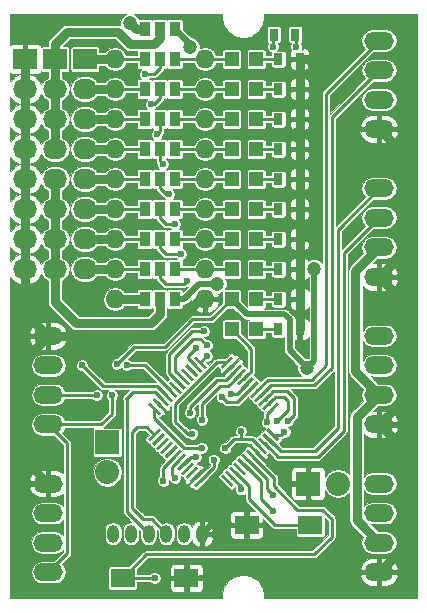
<source format=gbr>
G04 #@! TF.FileFunction,Copper,L1,Top,Signal*
%FSLAX46Y46*%
G04 Gerber Fmt 4.6, Leading zero omitted, Abs format (unit mm)*
G04 Created by KiCad (PCBNEW 4.0.5) date 03/15/17 13:23:36*
%MOMM*%
%LPD*%
G01*
G04 APERTURE LIST*
%ADD10C,0.100000*%
%ADD11O,1.600000X1.600000*%
%ADD12O,2.500000X1.500000*%
%ADD13R,1.198880X1.198880*%
%ADD14R,0.800000X1.000000*%
%ADD15R,2.000000X1.600000*%
%ADD16O,1.000000X1.524000*%
%ADD17R,2.032000X2.032000*%
%ADD18O,2.032000X2.032000*%
%ADD19R,0.965200X1.270000*%
%ADD20R,2.032000X1.727200*%
%ADD21O,2.032000X1.727200*%
%ADD22C,0.600000*%
%ADD23C,1.200000*%
%ADD24C,0.250000*%
%ADD25C,0.500000*%
%ADD26C,0.800000*%
%ADD27C,0.025400*%
G04 APERTURE END LIST*
D10*
D11*
X16764000Y-4064000D03*
X16764000Y-6604000D03*
X16764000Y-9144000D03*
X16764000Y-11684000D03*
X16764000Y-14224000D03*
X16764000Y-16764000D03*
X16764000Y-19304000D03*
X16764000Y-21844000D03*
X16764000Y-24384000D03*
X9144000Y-24384000D03*
X9144000Y-21844000D03*
X9144000Y-19304000D03*
X9144000Y-16764000D03*
X9144000Y-14224000D03*
X9144000Y-11684000D03*
X9144000Y-9144000D03*
X9144000Y-6604000D03*
X9144000Y-4064000D03*
D12*
X31500000Y-27500000D03*
X31500000Y-30000000D03*
X31500000Y-32500000D03*
X31500000Y-35000000D03*
X3500000Y-47500000D03*
X3500000Y-45000000D03*
X3500000Y-42500000D03*
X3500000Y-40000000D03*
D13*
X21115020Y-24384000D03*
X19016980Y-24384000D03*
X21115020Y-26924000D03*
X19016980Y-26924000D03*
D14*
X22976000Y-24384000D03*
X24776000Y-24384000D03*
X22976000Y-26924000D03*
X24776000Y-26924000D03*
D15*
X9800000Y-48000000D03*
X15200000Y-48000000D03*
D10*
G36*
X19179379Y-40141689D02*
X19002602Y-40318466D01*
X18083363Y-39399227D01*
X18260140Y-39222450D01*
X19179379Y-40141689D01*
X19179379Y-40141689D01*
G37*
G36*
X19532932Y-39788136D02*
X19356155Y-39964913D01*
X18436916Y-39045674D01*
X18613693Y-38868897D01*
X19532932Y-39788136D01*
X19532932Y-39788136D01*
G37*
G36*
X19886486Y-39434582D02*
X19709709Y-39611359D01*
X18790470Y-38692120D01*
X18967247Y-38515343D01*
X19886486Y-39434582D01*
X19886486Y-39434582D01*
G37*
G36*
X20240039Y-39081029D02*
X20063262Y-39257806D01*
X19144023Y-38338567D01*
X19320800Y-38161790D01*
X20240039Y-39081029D01*
X20240039Y-39081029D01*
G37*
G36*
X20593592Y-38727476D02*
X20416815Y-38904253D01*
X19497576Y-37985014D01*
X19674353Y-37808237D01*
X20593592Y-38727476D01*
X20593592Y-38727476D01*
G37*
G36*
X20947146Y-38373922D02*
X20770369Y-38550699D01*
X19851130Y-37631460D01*
X20027907Y-37454683D01*
X20947146Y-38373922D01*
X20947146Y-38373922D01*
G37*
G36*
X21300699Y-38020369D02*
X21123922Y-38197146D01*
X20204683Y-37277907D01*
X20381460Y-37101130D01*
X21300699Y-38020369D01*
X21300699Y-38020369D01*
G37*
G36*
X21654253Y-37666815D02*
X21477476Y-37843592D01*
X20558237Y-36924353D01*
X20735014Y-36747576D01*
X21654253Y-37666815D01*
X21654253Y-37666815D01*
G37*
G36*
X22007806Y-37313262D02*
X21831029Y-37490039D01*
X20911790Y-36570800D01*
X21088567Y-36394023D01*
X22007806Y-37313262D01*
X22007806Y-37313262D01*
G37*
G36*
X22361359Y-36959709D02*
X22184582Y-37136486D01*
X21265343Y-36217247D01*
X21442120Y-36040470D01*
X22361359Y-36959709D01*
X22361359Y-36959709D01*
G37*
G36*
X22714913Y-36606155D02*
X22538136Y-36782932D01*
X21618897Y-35863693D01*
X21795674Y-35686916D01*
X22714913Y-36606155D01*
X22714913Y-36606155D01*
G37*
G36*
X23068466Y-36252602D02*
X22891689Y-36429379D01*
X21972450Y-35510140D01*
X22149227Y-35333363D01*
X23068466Y-36252602D01*
X23068466Y-36252602D01*
G37*
G36*
X22891689Y-33070621D02*
X23068466Y-33247398D01*
X22149227Y-34166637D01*
X21972450Y-33989860D01*
X22891689Y-33070621D01*
X22891689Y-33070621D01*
G37*
G36*
X22538136Y-32717068D02*
X22714913Y-32893845D01*
X21795674Y-33813084D01*
X21618897Y-33636307D01*
X22538136Y-32717068D01*
X22538136Y-32717068D01*
G37*
G36*
X22184582Y-32363514D02*
X22361359Y-32540291D01*
X21442120Y-33459530D01*
X21265343Y-33282753D01*
X22184582Y-32363514D01*
X22184582Y-32363514D01*
G37*
G36*
X21831029Y-32009961D02*
X22007806Y-32186738D01*
X21088567Y-33105977D01*
X20911790Y-32929200D01*
X21831029Y-32009961D01*
X21831029Y-32009961D01*
G37*
G36*
X21477476Y-31656408D02*
X21654253Y-31833185D01*
X20735014Y-32752424D01*
X20558237Y-32575647D01*
X21477476Y-31656408D01*
X21477476Y-31656408D01*
G37*
G36*
X21123922Y-31302854D02*
X21300699Y-31479631D01*
X20381460Y-32398870D01*
X20204683Y-32222093D01*
X21123922Y-31302854D01*
X21123922Y-31302854D01*
G37*
G36*
X20770369Y-30949301D02*
X20947146Y-31126078D01*
X20027907Y-32045317D01*
X19851130Y-31868540D01*
X20770369Y-30949301D01*
X20770369Y-30949301D01*
G37*
G36*
X20416815Y-30595747D02*
X20593592Y-30772524D01*
X19674353Y-31691763D01*
X19497576Y-31514986D01*
X20416815Y-30595747D01*
X20416815Y-30595747D01*
G37*
G36*
X20063262Y-30242194D02*
X20240039Y-30418971D01*
X19320800Y-31338210D01*
X19144023Y-31161433D01*
X20063262Y-30242194D01*
X20063262Y-30242194D01*
G37*
G36*
X19709709Y-29888641D02*
X19886486Y-30065418D01*
X18967247Y-30984657D01*
X18790470Y-30807880D01*
X19709709Y-29888641D01*
X19709709Y-29888641D01*
G37*
G36*
X19356155Y-29535087D02*
X19532932Y-29711864D01*
X18613693Y-30631103D01*
X18436916Y-30454326D01*
X19356155Y-29535087D01*
X19356155Y-29535087D01*
G37*
G36*
X19002602Y-29181534D02*
X19179379Y-29358311D01*
X18260140Y-30277550D01*
X18083363Y-30100773D01*
X19002602Y-29181534D01*
X19002602Y-29181534D01*
G37*
G36*
X16916637Y-30100773D02*
X16739860Y-30277550D01*
X15820621Y-29358311D01*
X15997398Y-29181534D01*
X16916637Y-30100773D01*
X16916637Y-30100773D01*
G37*
G36*
X16563084Y-30454326D02*
X16386307Y-30631103D01*
X15467068Y-29711864D01*
X15643845Y-29535087D01*
X16563084Y-30454326D01*
X16563084Y-30454326D01*
G37*
G36*
X16209530Y-30807880D02*
X16032753Y-30984657D01*
X15113514Y-30065418D01*
X15290291Y-29888641D01*
X16209530Y-30807880D01*
X16209530Y-30807880D01*
G37*
G36*
X15855977Y-31161433D02*
X15679200Y-31338210D01*
X14759961Y-30418971D01*
X14936738Y-30242194D01*
X15855977Y-31161433D01*
X15855977Y-31161433D01*
G37*
G36*
X15502424Y-31514986D02*
X15325647Y-31691763D01*
X14406408Y-30772524D01*
X14583185Y-30595747D01*
X15502424Y-31514986D01*
X15502424Y-31514986D01*
G37*
G36*
X15148870Y-31868540D02*
X14972093Y-32045317D01*
X14052854Y-31126078D01*
X14229631Y-30949301D01*
X15148870Y-31868540D01*
X15148870Y-31868540D01*
G37*
G36*
X14795317Y-32222093D02*
X14618540Y-32398870D01*
X13699301Y-31479631D01*
X13876078Y-31302854D01*
X14795317Y-32222093D01*
X14795317Y-32222093D01*
G37*
G36*
X14441763Y-32575647D02*
X14264986Y-32752424D01*
X13345747Y-31833185D01*
X13522524Y-31656408D01*
X14441763Y-32575647D01*
X14441763Y-32575647D01*
G37*
G36*
X14088210Y-32929200D02*
X13911433Y-33105977D01*
X12992194Y-32186738D01*
X13168971Y-32009961D01*
X14088210Y-32929200D01*
X14088210Y-32929200D01*
G37*
G36*
X13734657Y-33282753D02*
X13557880Y-33459530D01*
X12638641Y-32540291D01*
X12815418Y-32363514D01*
X13734657Y-33282753D01*
X13734657Y-33282753D01*
G37*
G36*
X13381103Y-33636307D02*
X13204326Y-33813084D01*
X12285087Y-32893845D01*
X12461864Y-32717068D01*
X13381103Y-33636307D01*
X13381103Y-33636307D01*
G37*
G36*
X13027550Y-33989860D02*
X12850773Y-34166637D01*
X11931534Y-33247398D01*
X12108311Y-33070621D01*
X13027550Y-33989860D01*
X13027550Y-33989860D01*
G37*
G36*
X12850773Y-35333363D02*
X13027550Y-35510140D01*
X12108311Y-36429379D01*
X11931534Y-36252602D01*
X12850773Y-35333363D01*
X12850773Y-35333363D01*
G37*
G36*
X13204326Y-35686916D02*
X13381103Y-35863693D01*
X12461864Y-36782932D01*
X12285087Y-36606155D01*
X13204326Y-35686916D01*
X13204326Y-35686916D01*
G37*
G36*
X13557880Y-36040470D02*
X13734657Y-36217247D01*
X12815418Y-37136486D01*
X12638641Y-36959709D01*
X13557880Y-36040470D01*
X13557880Y-36040470D01*
G37*
G36*
X13911433Y-36394023D02*
X14088210Y-36570800D01*
X13168971Y-37490039D01*
X12992194Y-37313262D01*
X13911433Y-36394023D01*
X13911433Y-36394023D01*
G37*
G36*
X14264986Y-36747576D02*
X14441763Y-36924353D01*
X13522524Y-37843592D01*
X13345747Y-37666815D01*
X14264986Y-36747576D01*
X14264986Y-36747576D01*
G37*
G36*
X14618540Y-37101130D02*
X14795317Y-37277907D01*
X13876078Y-38197146D01*
X13699301Y-38020369D01*
X14618540Y-37101130D01*
X14618540Y-37101130D01*
G37*
G36*
X14972093Y-37454683D02*
X15148870Y-37631460D01*
X14229631Y-38550699D01*
X14052854Y-38373922D01*
X14972093Y-37454683D01*
X14972093Y-37454683D01*
G37*
G36*
X15325647Y-37808237D02*
X15502424Y-37985014D01*
X14583185Y-38904253D01*
X14406408Y-38727476D01*
X15325647Y-37808237D01*
X15325647Y-37808237D01*
G37*
G36*
X15679200Y-38161790D02*
X15855977Y-38338567D01*
X14936738Y-39257806D01*
X14759961Y-39081029D01*
X15679200Y-38161790D01*
X15679200Y-38161790D01*
G37*
G36*
X16032753Y-38515343D02*
X16209530Y-38692120D01*
X15290291Y-39611359D01*
X15113514Y-39434582D01*
X16032753Y-38515343D01*
X16032753Y-38515343D01*
G37*
G36*
X16386307Y-38868897D02*
X16563084Y-39045674D01*
X15643845Y-39964913D01*
X15467068Y-39788136D01*
X16386307Y-38868897D01*
X16386307Y-38868897D01*
G37*
G36*
X16739860Y-39222450D02*
X16916637Y-39399227D01*
X15997398Y-40318466D01*
X15820621Y-40141689D01*
X16739860Y-39222450D01*
X16739860Y-39222450D01*
G37*
D16*
X16500000Y-44250000D03*
X15000000Y-44250000D03*
X13500000Y-44250000D03*
X12000000Y-44250000D03*
X10500000Y-44250000D03*
X9000000Y-44250000D03*
D17*
X8500000Y-36500000D03*
D18*
X8500000Y-39040000D03*
D19*
X11684000Y-4064000D03*
X12954000Y-4064000D03*
X14224000Y-4064000D03*
X11684000Y-14224000D03*
X12954000Y-14224000D03*
X14224000Y-14224000D03*
X11684000Y-6604000D03*
X12954000Y-6604000D03*
X14224000Y-6604000D03*
X11684000Y-16764000D03*
X12954000Y-16764000D03*
X14224000Y-16764000D03*
X11684000Y-19304000D03*
X12954000Y-19304000D03*
X14224000Y-19304000D03*
X11684000Y-9144000D03*
X12954000Y-9144000D03*
X14224000Y-9144000D03*
X11684000Y-21844000D03*
X12954000Y-21844000D03*
X14224000Y-21844000D03*
X11684000Y-11684000D03*
X12954000Y-11684000D03*
X14224000Y-11684000D03*
X11684000Y-1524000D03*
X12954000Y-1524000D03*
X14224000Y-1524000D03*
D12*
X3500000Y-35000000D03*
X3500000Y-32500000D03*
X3500000Y-30000000D03*
X3500000Y-27500000D03*
D20*
X4064000Y-4064000D03*
D21*
X4064000Y-6604000D03*
X4064000Y-9144000D03*
X4064000Y-11684000D03*
X4064000Y-14224000D03*
X4064000Y-16764000D03*
X4064000Y-19304000D03*
X4064000Y-21844000D03*
D12*
X31500000Y-15000000D03*
X31500000Y-17500000D03*
X31500000Y-20000000D03*
X31500000Y-22500000D03*
X31500000Y-2500000D03*
X31500000Y-5000000D03*
X31500000Y-7500000D03*
X31500000Y-10000000D03*
X31500000Y-40000000D03*
X31500000Y-42500000D03*
X31500000Y-45000000D03*
X31500000Y-47500000D03*
D20*
X6604000Y-4064000D03*
D21*
X6604000Y-6604000D03*
X6604000Y-9144000D03*
X6604000Y-11684000D03*
X6604000Y-14224000D03*
X6604000Y-16764000D03*
X6604000Y-19304000D03*
X6604000Y-21844000D03*
D20*
X1524000Y-4064000D03*
D21*
X1524000Y-6604000D03*
X1524000Y-9144000D03*
X1524000Y-11684000D03*
X1524000Y-14224000D03*
X1524000Y-16764000D03*
X1524000Y-19304000D03*
X1524000Y-21844000D03*
D13*
X21115020Y-4064000D03*
X19016980Y-4064000D03*
X21115020Y-6604000D03*
X19016980Y-6604000D03*
X21115020Y-9144000D03*
X19016980Y-9144000D03*
X21115020Y-11684000D03*
X19016980Y-11684000D03*
X21115020Y-14224000D03*
X19016980Y-14224000D03*
X21115020Y-16764000D03*
X19016980Y-16764000D03*
X21115020Y-19304000D03*
X19016980Y-19304000D03*
X21115020Y-21844000D03*
X19016980Y-21844000D03*
D14*
X24776000Y-4064000D03*
X22976000Y-4064000D03*
X24776000Y-6604000D03*
X22976000Y-6604000D03*
X24776000Y-9144000D03*
X22976000Y-9144000D03*
X24776000Y-11684000D03*
X22976000Y-11684000D03*
X24776000Y-14224000D03*
X22976000Y-14224000D03*
X24776000Y-16764000D03*
X22976000Y-16764000D03*
X24776000Y-19304000D03*
X22976000Y-19304000D03*
X24776000Y-21844000D03*
X22976000Y-21844000D03*
D19*
X11684000Y-24384000D03*
X12954000Y-24384000D03*
X14224000Y-24384000D03*
D14*
X24400000Y-2000000D03*
X22600000Y-2000000D03*
D15*
X25700000Y-43500000D03*
X20300000Y-43500000D03*
D17*
X25500000Y-40000000D03*
D18*
X28040000Y-40000000D03*
D22*
X24500000Y-35500000D03*
X27000000Y-35000000D03*
X16500000Y-48000000D03*
D23*
X25200000Y-18700000D03*
X26000000Y-4500000D03*
X24500000Y-10500000D03*
D22*
X7620000Y-27686000D03*
X17780000Y-36322000D03*
X17500000Y-40000000D03*
X12500000Y-48000000D03*
D23*
X10414000Y-1016000D03*
D22*
X22500000Y-42300000D03*
X22500000Y-41000000D03*
X7620000Y-32512000D03*
X8890000Y-32512000D03*
X16000000Y-37750000D03*
X10160000Y-29972000D03*
X6350000Y-29972000D03*
X23500000Y-35600000D03*
X11684000Y-5334000D03*
X19000000Y-32400000D03*
X13208000Y-12954000D03*
X22000000Y-34800000D03*
X12192000Y-7874000D03*
X16900000Y-28300000D03*
X13250000Y-39750000D03*
X14250000Y-39500000D03*
X18200000Y-32700000D03*
X12700000Y-10414000D03*
D23*
X26000000Y-21800000D03*
X25400000Y-30200000D03*
D22*
X15700000Y-35800000D03*
X9300000Y-29900000D03*
X21590000Y-25654000D03*
X19812000Y-35560000D03*
X18500000Y-37000000D03*
X16500000Y-37000000D03*
X17500000Y-38000000D03*
X16700000Y-27100000D03*
X16500000Y-34600000D03*
X15500000Y-34000000D03*
X22900000Y-34700000D03*
X13716000Y-15494000D03*
X23800000Y-34700000D03*
X14224000Y-18034000D03*
X16900000Y-29200000D03*
X14732000Y-20574000D03*
X16000000Y-28500000D03*
X15240000Y-22860000D03*
D23*
X15494000Y-3048000D03*
X17780000Y-23114000D03*
D22*
X24500000Y-3000000D03*
X22500000Y-3000000D03*
X19800000Y-40500000D03*
D24*
X25000000Y-35000000D02*
X24500000Y-35500000D01*
X27000000Y-35000000D02*
X25000000Y-35000000D01*
X25000000Y-40000000D02*
X23810661Y-40000000D01*
X23810661Y-40000000D02*
X21106245Y-37295584D01*
X15200000Y-48000000D02*
X16500000Y-48000000D01*
X20300000Y-43500000D02*
X17250000Y-43500000D01*
X17500000Y-43500000D02*
X17500000Y-43250000D01*
X17250000Y-43500000D02*
X17500000Y-43500000D01*
X20600000Y-43850000D02*
X20950000Y-43500000D01*
D25*
X16500000Y-44250000D02*
X17500000Y-43250000D01*
X17500000Y-43250000D02*
X17500000Y-43250000D01*
X17500000Y-43250000D02*
X17500000Y-40000000D01*
X25200000Y-18700000D02*
X24776000Y-18700000D01*
X24776000Y-18700000D02*
X25000000Y-18700000D01*
X25000000Y-18700000D02*
X24776000Y-18700000D01*
D26*
X24776000Y-4064000D02*
X24776000Y-6604000D01*
X25564000Y-4064000D02*
X24776000Y-4064000D01*
X26000000Y-4500000D02*
X25564000Y-4064000D01*
D25*
X24500000Y-10500000D02*
X24776000Y-10500000D01*
X24776000Y-10500000D02*
X24500000Y-10500000D01*
X24500000Y-10500000D02*
X24776000Y-10500000D01*
D24*
X15136398Y-35000000D02*
X16000000Y-35000000D01*
X16000000Y-35000000D02*
X17250000Y-36250000D01*
D26*
X6500000Y-27500000D02*
X7434000Y-27500000D01*
X7434000Y-27500000D02*
X7620000Y-27686000D01*
X16764000Y-24384000D02*
X16316000Y-24384000D01*
X16316000Y-24384000D02*
X13200000Y-27500000D01*
X13200000Y-27500000D02*
X6500000Y-27500000D01*
X6500000Y-27500000D02*
X3500000Y-27500000D01*
X1524000Y-25524000D02*
X1524000Y-21844000D01*
X3500000Y-27500000D02*
X1524000Y-25524000D01*
X24776000Y-9144000D02*
X24776000Y-6604000D01*
X24776000Y-11684000D02*
X24776000Y-10500000D01*
X24776000Y-10500000D02*
X24776000Y-9144000D01*
X24776000Y-14224000D02*
X24776000Y-11684000D01*
X24776000Y-16764000D02*
X24776000Y-14224000D01*
X24776000Y-19304000D02*
X24776000Y-18700000D01*
X24776000Y-18700000D02*
X24776000Y-16764000D01*
X24776000Y-21844000D02*
X24776000Y-19304000D01*
X24776000Y-24384000D02*
X24776000Y-21844000D01*
X24776000Y-26924000D02*
X24776000Y-24384000D01*
D24*
X17780000Y-36322000D02*
X17250000Y-36322000D01*
X17250000Y-36322000D02*
X17250000Y-36250000D01*
D26*
X1524000Y-38024000D02*
X3500000Y-40000000D01*
X1524000Y-6604000D02*
X1524000Y-4064000D01*
X1524000Y-9144000D02*
X1524000Y-6604000D01*
X1524000Y-11684000D02*
X1524000Y-9144000D01*
X1524000Y-11684000D02*
X1524000Y-14224000D01*
X1524000Y-16764000D02*
X1524000Y-14224000D01*
X1524000Y-19304000D02*
X1524000Y-16764000D01*
X1524000Y-21844000D02*
X1524000Y-19304000D01*
D24*
X17500000Y-39500000D02*
X17500000Y-40000000D01*
D26*
X31500000Y-22500000D02*
X33528000Y-20472000D01*
X33528000Y-12028000D02*
X31500000Y-10000000D01*
X33528000Y-20472000D02*
X33528000Y-12028000D01*
X31500000Y-35000000D02*
X33528000Y-32972000D01*
X33528000Y-24528000D02*
X31500000Y-22500000D01*
X33528000Y-32972000D02*
X33528000Y-24528000D01*
X31500000Y-47500000D02*
X33528000Y-45472000D01*
X33528000Y-37028000D02*
X31500000Y-35000000D01*
X33528000Y-45472000D02*
X33528000Y-37028000D01*
D24*
X18750000Y-38250000D02*
X17500000Y-39500000D01*
X17250000Y-37250000D02*
X17250000Y-36250000D01*
X16015076Y-39416905D02*
X16750000Y-38681981D01*
X16750000Y-38681981D02*
X16750000Y-37750000D01*
X16750000Y-37750000D02*
X17250000Y-37250000D01*
X17250000Y-37250000D02*
X17750000Y-37250000D01*
X17750000Y-37250000D02*
X18750000Y-38250000D01*
X18750000Y-38250000D02*
X20250000Y-36750000D01*
X20250000Y-36750000D02*
X20560661Y-36750000D01*
X20560661Y-36750000D02*
X21106245Y-37295584D01*
X18984924Y-30083095D02*
X18318019Y-30750000D01*
X14750000Y-34613602D02*
X15136398Y-35000000D01*
X14750000Y-33500000D02*
X14750000Y-34613602D01*
X17500000Y-30750000D02*
X14750000Y-33500000D01*
X18318019Y-30750000D02*
X17500000Y-30750000D01*
X17000000Y-36250000D02*
X16350000Y-36250000D01*
X17000000Y-36250000D02*
X17250000Y-36250000D01*
X13500000Y-34750000D02*
X13500000Y-34400000D01*
X15250000Y-36500000D02*
X13500000Y-34750000D01*
X16100000Y-36500000D02*
X15250000Y-36500000D01*
X16350000Y-36250000D02*
X16100000Y-36500000D01*
X13500000Y-34400000D02*
X13500000Y-33931981D01*
X12833095Y-33265076D02*
X13500000Y-33931981D01*
D26*
X3500000Y-27500000D02*
X1524000Y-29476000D01*
X1524000Y-29476000D02*
X1524000Y-38024000D01*
D24*
X22600000Y-39496447D02*
X22600000Y-40200000D01*
X24600000Y-42200000D02*
X26700000Y-42200000D01*
X22600000Y-40200000D02*
X24600000Y-42200000D01*
X20752691Y-37649138D02*
X22600000Y-39496447D01*
X11800000Y-46000000D02*
X9800000Y-48000000D01*
X26000000Y-46000000D02*
X11800000Y-46000000D01*
X27500000Y-44500000D02*
X26000000Y-46000000D01*
X27500000Y-43000000D02*
X27500000Y-44500000D01*
X26700000Y-42200000D02*
X27500000Y-43000000D01*
X12500000Y-48000000D02*
X9800000Y-48000000D01*
D26*
X11684000Y-1524000D02*
X10922000Y-1524000D01*
X10922000Y-1524000D02*
X10414000Y-1016000D01*
X11684000Y-24384000D02*
X9144000Y-24384000D01*
D24*
X20045584Y-38356245D02*
X21500000Y-39810661D01*
X21500000Y-41300000D02*
X22500000Y-42300000D01*
X21500000Y-39810661D02*
X21500000Y-41300000D01*
X20399138Y-38002691D02*
X22000000Y-39603553D01*
X22000000Y-40500000D02*
X22500000Y-41000000D01*
X22000000Y-39603553D02*
X22000000Y-40500000D01*
X21115020Y-24384000D02*
X22976000Y-24384000D01*
X21115020Y-26924000D02*
X22976000Y-26924000D01*
X7620000Y-32512000D02*
X3512000Y-32512000D01*
X3512000Y-32512000D02*
X3500000Y-32500000D01*
X3500000Y-35000000D02*
X8000000Y-35000000D01*
X8890000Y-34110000D02*
X8890000Y-32512000D01*
X8000000Y-35000000D02*
X8890000Y-34110000D01*
X3500000Y-35000000D02*
X5100000Y-36600000D01*
X5100000Y-45900000D02*
X3500000Y-47500000D01*
X5100000Y-36600000D02*
X5100000Y-45900000D01*
X16000000Y-37750000D02*
X15560661Y-37750000D01*
X15560661Y-37750000D02*
X14954416Y-38356245D01*
X13893755Y-32204416D02*
X11661339Y-29972000D01*
X11661339Y-29972000D02*
X10160000Y-29972000D01*
X6350000Y-29972000D02*
X8128000Y-31750000D01*
X8128000Y-31750000D02*
X12732233Y-31750000D01*
X12732233Y-31750000D02*
X13540202Y-32557969D01*
X10125000Y-42375000D02*
X10125000Y-32801000D01*
X10100000Y-32800000D02*
X10100000Y-32826000D01*
X10124000Y-32800000D02*
X10100000Y-32800000D01*
X10125000Y-32801000D02*
X10124000Y-32800000D01*
X11500000Y-32250000D02*
X10676000Y-32250000D01*
X12525127Y-32250000D02*
X11500000Y-32250000D01*
X13186649Y-32911522D02*
X12525127Y-32250000D01*
X10676000Y-32250000D02*
X10100000Y-32826000D01*
X10125000Y-42375000D02*
X12000000Y-44250000D01*
X10600000Y-42100000D02*
X10600000Y-35650000D01*
X13500000Y-44250000D02*
X12250000Y-43000000D01*
X12250000Y-43000000D02*
X11500000Y-43000000D01*
X11500000Y-43000000D02*
X10600000Y-42100000D01*
X12479542Y-35881371D02*
X11848171Y-35250000D01*
X11848171Y-35250000D02*
X11000000Y-35250000D01*
X11000000Y-35250000D02*
X10600000Y-35650000D01*
X28500000Y-20500000D02*
X31500000Y-17500000D01*
X21813351Y-36588478D02*
X22974873Y-37750000D01*
X22974873Y-37750000D02*
X26300000Y-37750000D01*
X26300000Y-37750000D02*
X28500000Y-35550000D01*
X28500000Y-35550000D02*
X28500000Y-20500000D01*
X23181981Y-37250000D02*
X22166905Y-36234924D01*
X31500000Y-15000000D02*
X28000000Y-18500000D01*
X28000000Y-18500000D02*
X28000000Y-35300000D01*
X28000000Y-35300000D02*
X26050000Y-37250000D01*
X26050000Y-37250000D02*
X23181981Y-37250000D01*
X22520458Y-35881371D02*
X23218629Y-35881371D01*
X23218629Y-35881371D02*
X23500000Y-35600000D01*
X12954000Y-4826000D02*
X12446000Y-5334000D01*
X12446000Y-5334000D02*
X11684000Y-5334000D01*
X12954000Y-4064000D02*
X12954000Y-4826000D01*
X20399138Y-31497309D02*
X19496447Y-32400000D01*
X19496447Y-32400000D02*
X19000000Y-32400000D01*
X12954000Y-12700000D02*
X13208000Y-12954000D01*
X12954000Y-11684000D02*
X12954000Y-12700000D01*
X22110661Y-31200000D02*
X25800000Y-31200000D01*
X27000000Y-30000000D02*
X27000000Y-7000000D01*
X31500000Y-2500000D02*
X27000000Y-7000000D01*
X22110661Y-31200000D02*
X21106245Y-32204416D01*
X25800000Y-31200000D02*
X27000000Y-30000000D01*
X26000000Y-31700000D02*
X27500000Y-30200000D01*
X31500000Y-5000000D02*
X27500000Y-9000000D01*
X27500000Y-9000000D02*
X27500000Y-30200000D01*
X22317767Y-31700000D02*
X26000000Y-31700000D01*
X22317767Y-31700000D02*
X21459798Y-32557969D01*
X22520458Y-33618629D02*
X22000000Y-34139087D01*
X22000000Y-34139087D02*
X22000000Y-34800000D01*
X12446000Y-7874000D02*
X12192000Y-7874000D01*
X12954000Y-6604000D02*
X12954000Y-7366000D01*
X12954000Y-7366000D02*
X12446000Y-7874000D01*
X14250000Y-29250000D02*
X15750000Y-27750000D01*
X14250000Y-30439339D02*
X14250000Y-29250000D01*
X14250000Y-30439339D02*
X14954416Y-31143755D01*
X16350000Y-27750000D02*
X16900000Y-28300000D01*
X15750000Y-27750000D02*
X16350000Y-27750000D01*
X13250000Y-39750000D02*
X13250000Y-38646447D01*
X13250000Y-38646447D02*
X14247309Y-37649138D01*
X14000000Y-38603553D02*
X14600862Y-38002691D01*
X14250000Y-39500000D02*
X14000000Y-39250000D01*
X14000000Y-39250000D02*
X14000000Y-38603553D01*
D26*
X31500000Y-20000000D02*
X29500000Y-22000000D01*
X29500000Y-22000000D02*
X29500000Y-30500000D01*
X29500000Y-30500000D02*
X31500000Y-32500000D01*
X31500000Y-45000000D02*
X29600000Y-43100000D01*
X29600000Y-43100000D02*
X29600000Y-34400000D01*
X29600000Y-34400000D02*
X31500000Y-32500000D01*
D24*
X20752691Y-31850862D02*
X19503553Y-33100000D01*
X18600000Y-33100000D02*
X18200000Y-32700000D01*
X19503553Y-33100000D02*
X18600000Y-33100000D01*
X12954000Y-9144000D02*
X12954000Y-10160000D01*
X12954000Y-10160000D02*
X12700000Y-10414000D01*
X11684000Y-4064000D02*
X9144000Y-4064000D01*
D26*
X6604000Y-4064000D02*
X9144000Y-4064000D01*
D24*
X14224000Y-4064000D02*
X16764000Y-4064000D01*
X16764000Y-4064000D02*
X19016980Y-4064000D01*
X11684000Y-14224000D02*
X9144000Y-14224000D01*
D26*
X9144000Y-14224000D02*
X6604000Y-14224000D01*
D24*
X16764000Y-14224000D02*
X14224000Y-14224000D01*
X16764000Y-14224000D02*
X19016980Y-14224000D01*
X14224000Y-14224000D02*
X14535998Y-14535998D01*
X11684000Y-6604000D02*
X9144000Y-6604000D01*
D26*
X6604000Y-6604000D02*
X9144000Y-6604000D01*
D24*
X16764000Y-6604000D02*
X14224000Y-6604000D01*
X19016980Y-6604000D02*
X16764000Y-6604000D01*
X9144000Y-16764000D02*
X11684000Y-16764000D01*
D26*
X6604000Y-16764000D02*
X9144000Y-16764000D01*
D24*
X14224000Y-16764000D02*
X16764000Y-16764000D01*
X19016980Y-16764000D02*
X16764000Y-16764000D01*
X11684000Y-19304000D02*
X9144000Y-19304000D01*
D26*
X9144000Y-19304000D02*
X6604000Y-19304000D01*
D24*
X16764000Y-19304000D02*
X14224000Y-19304000D01*
X16764000Y-19304000D02*
X19016980Y-19304000D01*
X9144000Y-9144000D02*
X11684000Y-9144000D01*
D26*
X6604000Y-9144000D02*
X9144000Y-9144000D01*
D24*
X16764000Y-9144000D02*
X14224000Y-9144000D01*
X16764000Y-9144000D02*
X19016980Y-9144000D01*
X11684000Y-21844000D02*
X9144000Y-21844000D01*
D26*
X6604000Y-21844000D02*
X9144000Y-21844000D01*
D24*
X14224000Y-21844000D02*
X16764000Y-21844000D01*
X19016980Y-21844000D02*
X16764000Y-21844000D01*
X9144000Y-11684000D02*
X11684000Y-11684000D01*
D26*
X6604000Y-11684000D02*
X9144000Y-11684000D01*
D24*
X14224000Y-11684000D02*
X16764000Y-11684000D01*
X19016980Y-11684000D02*
X16764000Y-11684000D01*
D26*
X9398000Y-1778000D02*
X10414000Y-2794000D01*
X5080000Y-1778000D02*
X9398000Y-1778000D01*
X10414000Y-2794000D02*
X12446000Y-2794000D01*
X4064000Y-2794000D02*
X5080000Y-1778000D01*
X12446000Y-2794000D02*
X12954000Y-2286000D01*
X12954000Y-2286000D02*
X12954000Y-1524000D01*
X4064000Y-4064000D02*
X4064000Y-2794000D01*
X4064000Y-6604000D02*
X4064000Y-4064000D01*
X4064000Y-9144000D02*
X4064000Y-6604000D01*
X4064000Y-11684000D02*
X4064000Y-9144000D01*
D25*
X25400000Y-30200000D02*
X23925998Y-28725998D01*
X23925998Y-26074002D02*
X23925998Y-26100000D01*
X23925998Y-28725998D02*
X23925998Y-26074002D01*
X25400000Y-30200000D02*
X26000000Y-29600000D01*
X26000000Y-29600000D02*
X26000000Y-28600000D01*
X26000000Y-28600000D02*
X26000000Y-28400000D01*
X26000000Y-21800000D02*
X26000000Y-28400000D01*
X21590000Y-25654000D02*
X23479998Y-25654000D01*
X23479998Y-25654000D02*
X23925998Y-26100000D01*
D24*
X15300000Y-35800000D02*
X15000000Y-35500000D01*
X15700000Y-35800000D02*
X15300000Y-35800000D01*
X19016980Y-24384000D02*
X17300980Y-26100000D01*
X17300980Y-26100000D02*
X15700000Y-26100000D01*
X15700000Y-26100000D02*
X13400000Y-28400000D01*
X13400000Y-28400000D02*
X10800000Y-28400000D01*
X10800000Y-28400000D02*
X9300000Y-29900000D01*
D25*
X19016980Y-24384000D02*
X20286980Y-25654000D01*
X20286980Y-25654000D02*
X21590000Y-25654000D01*
X19016980Y-24384000D02*
X19016980Y-24163020D01*
D24*
X19812000Y-35560000D02*
X19812000Y-36250000D01*
X21459798Y-36942031D02*
X20767767Y-36250000D01*
X20767767Y-36250000D02*
X19812000Y-36250000D01*
X19812000Y-36250000D02*
X19250000Y-36250000D01*
X19250000Y-36250000D02*
X18500000Y-37000000D01*
X16368629Y-39770458D02*
X17500000Y-38639087D01*
X17500000Y-38639087D02*
X17500000Y-38000000D01*
X14250000Y-33250000D02*
X14250000Y-34750000D01*
X17770458Y-29729542D02*
X14250000Y-33250000D01*
X18631371Y-29729542D02*
X17770458Y-29729542D01*
X14250000Y-34750000D02*
X15000000Y-35500000D01*
X16500000Y-37000000D02*
X15000000Y-37000000D01*
X15000000Y-37000000D02*
X12479542Y-34479542D01*
X12479542Y-34479542D02*
X12479542Y-33618629D01*
X13750000Y-29050000D02*
X15700000Y-27100000D01*
X13750000Y-30646447D02*
X13750000Y-29050000D01*
X14600862Y-31497309D02*
X13750000Y-30646447D01*
X15700000Y-27100000D02*
X16700000Y-27100000D01*
X21115020Y-4064000D02*
X22976000Y-4064000D01*
X22976000Y-6604000D02*
X21115020Y-6604000D01*
X21115020Y-9144000D02*
X22976000Y-9144000D01*
X22976000Y-11684000D02*
X21115020Y-11684000D01*
X20944000Y-11684000D02*
X21115020Y-11684000D01*
X21115020Y-14224000D02*
X22976000Y-14224000D01*
X22976000Y-16764000D02*
X21115020Y-16764000D01*
X21115020Y-19304000D02*
X22976000Y-19304000D01*
X21115020Y-21844000D02*
X22976000Y-21844000D01*
X16500000Y-34000000D02*
X16500000Y-34600000D01*
X16500000Y-34000000D02*
X16500000Y-33250000D01*
X16500000Y-33250000D02*
X18000000Y-31750000D01*
X18000000Y-31750000D02*
X18732233Y-31750000D01*
X19692031Y-30790202D02*
X18732233Y-31750000D01*
X15500000Y-33500000D02*
X15500000Y-34000000D01*
X17750000Y-31250000D02*
X15500000Y-33500000D01*
X18525127Y-31250000D02*
X17750000Y-31250000D01*
X18525127Y-31250000D02*
X19338478Y-30436649D01*
X23800000Y-33000000D02*
X23800000Y-33800000D01*
X23800000Y-33800000D02*
X22900000Y-34700000D01*
X22166905Y-33265076D02*
X22731981Y-32700000D01*
X23500000Y-32700000D02*
X23800000Y-33000000D01*
X22731981Y-32700000D02*
X23500000Y-32700000D01*
X12954000Y-14986000D02*
X13462000Y-15494000D01*
X13462000Y-15494000D02*
X13716000Y-15494000D01*
X12954000Y-14224000D02*
X12954000Y-14986000D01*
X22524873Y-32200000D02*
X23700000Y-32200000D01*
X23700000Y-32200000D02*
X24300000Y-32800000D01*
X24300000Y-34200000D02*
X23800000Y-34700000D01*
X24300000Y-32800000D02*
X24300000Y-34200000D01*
X22524873Y-32200000D02*
X21813351Y-32911522D01*
X13462000Y-18034000D02*
X14224000Y-18034000D01*
X12954000Y-16764000D02*
X12954000Y-17526000D01*
X12954000Y-17526000D02*
X13462000Y-18034000D01*
X16900000Y-29200000D02*
X16898171Y-29200000D01*
X16898171Y-29200000D02*
X16368629Y-29729542D01*
X13462000Y-20574000D02*
X14732000Y-20574000D01*
X12954000Y-19304000D02*
X12954000Y-20066000D01*
X12954000Y-20066000D02*
X13462000Y-20574000D01*
X16015076Y-30083095D02*
X15300000Y-29368019D01*
X15300000Y-29200000D02*
X16000000Y-28500000D01*
X15300000Y-29368019D02*
X15300000Y-29200000D01*
X13462000Y-23114000D02*
X14986000Y-23114000D01*
X12954000Y-22606000D02*
X13462000Y-23114000D01*
X12954000Y-21844000D02*
X12954000Y-22606000D01*
X14986000Y-23114000D02*
X15240000Y-22860000D01*
D26*
X4064000Y-14224000D02*
X4064000Y-16764000D01*
X4064000Y-16764000D02*
X4064000Y-19304000D01*
X4064000Y-21844000D02*
X4064000Y-19304000D01*
X12954000Y-24384000D02*
X12954000Y-25654000D01*
X12954000Y-25654000D02*
X12192000Y-26416000D01*
X12192000Y-26416000D02*
X5842000Y-26416000D01*
X5842000Y-26416000D02*
X4064000Y-24638000D01*
X4064000Y-24638000D02*
X4064000Y-21844000D01*
D24*
X20045584Y-31143755D02*
X20700000Y-30489339D01*
X20700000Y-28607020D02*
X19016980Y-26924000D01*
X20700000Y-30489339D02*
X20700000Y-28607020D01*
X19050000Y-26924000D02*
X19016980Y-26924000D01*
D25*
X15494000Y-2794000D02*
X15494000Y-3048000D01*
X15494000Y-2794000D02*
X14224000Y-1524000D01*
X14986000Y-24384000D02*
X16256000Y-23114000D01*
X16256000Y-23114000D02*
X17780000Y-23114000D01*
X14986000Y-24384000D02*
X14224000Y-24384000D01*
D24*
X24500000Y-3000000D02*
X24500000Y-2100000D01*
X24500000Y-2100000D02*
X24400000Y-2000000D01*
X22500000Y-3000000D02*
X22500000Y-2100000D01*
X22500000Y-2100000D02*
X22600000Y-2000000D01*
X19800000Y-40231981D02*
X19800000Y-40500000D01*
X18984924Y-39416905D02*
X19800000Y-40231981D01*
X19338478Y-39063351D02*
X20500000Y-40224873D01*
X22700000Y-43500000D02*
X25700000Y-43500000D01*
X20500000Y-41300000D02*
X22700000Y-43500000D01*
X20500000Y-40224873D02*
X20500000Y-41300000D01*
X25550000Y-43153553D02*
X25550000Y-43500000D01*
X25900000Y-43850000D02*
X25550000Y-43500000D01*
D27*
G36*
X27662300Y-35160120D02*
X25910120Y-36912300D01*
X23321861Y-36912300D01*
X23013321Y-36603760D01*
X23045037Y-36582727D01*
X23221814Y-36405950D01*
X23267062Y-36339727D01*
X23285312Y-36255598D01*
X23276281Y-36207603D01*
X23347861Y-36193365D01*
X23457419Y-36120161D01*
X23464911Y-36112669D01*
X23601535Y-36112788D01*
X23790042Y-36034899D01*
X23934392Y-35890800D01*
X24012610Y-35702430D01*
X24012788Y-35498465D01*
X23934899Y-35309958D01*
X23837842Y-35212732D01*
X23901535Y-35212788D01*
X24090042Y-35134899D01*
X24234392Y-34990800D01*
X24312610Y-34802430D01*
X24312730Y-34664850D01*
X24538790Y-34438790D01*
X24611994Y-34329232D01*
X24637700Y-34200000D01*
X24637700Y-32800000D01*
X24611994Y-32670768D01*
X24538790Y-32561210D01*
X24015280Y-32037700D01*
X26000000Y-32037700D01*
X26129232Y-32011994D01*
X26238790Y-31938790D01*
X27662300Y-30515280D01*
X27662300Y-35160120D01*
X27662300Y-35160120D01*
G37*
X27662300Y-35160120D02*
X25910120Y-36912300D01*
X23321861Y-36912300D01*
X23013321Y-36603760D01*
X23045037Y-36582727D01*
X23221814Y-36405950D01*
X23267062Y-36339727D01*
X23285312Y-36255598D01*
X23276281Y-36207603D01*
X23347861Y-36193365D01*
X23457419Y-36120161D01*
X23464911Y-36112669D01*
X23601535Y-36112788D01*
X23790042Y-36034899D01*
X23934392Y-35890800D01*
X24012610Y-35702430D01*
X24012788Y-35498465D01*
X23934899Y-35309958D01*
X23837842Y-35212732D01*
X23901535Y-35212788D01*
X24090042Y-35134899D01*
X24234392Y-34990800D01*
X24312610Y-34802430D01*
X24312730Y-34664850D01*
X24538790Y-34438790D01*
X24611994Y-34329232D01*
X24637700Y-34200000D01*
X24637700Y-32800000D01*
X24611994Y-32670768D01*
X24538790Y-32561210D01*
X24015280Y-32037700D01*
X26000000Y-32037700D01*
X26129232Y-32011994D01*
X26238790Y-31938790D01*
X27662300Y-30515280D01*
X27662300Y-35160120D01*
G36*
X22004123Y-37900591D02*
X22066953Y-37748906D01*
X22066953Y-37584724D01*
X22059949Y-37567815D01*
X22161154Y-37466610D01*
X22182566Y-37435273D01*
X22736083Y-37988790D01*
X22845641Y-38061994D01*
X22974873Y-38087700D01*
X26300000Y-38087700D01*
X26429232Y-38061994D01*
X26538790Y-37988790D01*
X28738790Y-35788790D01*
X28811994Y-35679232D01*
X28837700Y-35550000D01*
X28837700Y-20639880D01*
X31014880Y-18462700D01*
X32028656Y-18462700D01*
X32397065Y-18389419D01*
X32709388Y-18180732D01*
X32918075Y-17868409D01*
X32991356Y-17500000D01*
X32918075Y-17131591D01*
X32709388Y-16819268D01*
X32397065Y-16610581D01*
X32028656Y-16537300D01*
X30971344Y-16537300D01*
X30602935Y-16610581D01*
X30290612Y-16819268D01*
X30081925Y-17131591D01*
X30008644Y-17500000D01*
X30081925Y-17868409D01*
X30290612Y-18180732D01*
X30321230Y-18201190D01*
X28337700Y-20184720D01*
X28337700Y-18639880D01*
X31014880Y-15962700D01*
X32028656Y-15962700D01*
X32397065Y-15889419D01*
X32709388Y-15680732D01*
X32918075Y-15368409D01*
X32991356Y-15000000D01*
X32918075Y-14631591D01*
X32709388Y-14319268D01*
X32397065Y-14110581D01*
X32028656Y-14037300D01*
X30971344Y-14037300D01*
X30602935Y-14110581D01*
X30290612Y-14319268D01*
X30081925Y-14631591D01*
X30008644Y-15000000D01*
X30081925Y-15368409D01*
X30290612Y-15680732D01*
X30321230Y-15701190D01*
X27837700Y-18184720D01*
X27837700Y-10364505D01*
X29895913Y-10364505D01*
X30045406Y-10689712D01*
X30382011Y-11002518D01*
X30812700Y-11162700D01*
X31312700Y-11162700D01*
X31312700Y-10187300D01*
X31687300Y-10187300D01*
X31687300Y-11162700D01*
X32187300Y-11162700D01*
X32617989Y-11002518D01*
X32954594Y-10689712D01*
X33104087Y-10364505D01*
X33042838Y-10187300D01*
X31687300Y-10187300D01*
X31312700Y-10187300D01*
X29957162Y-10187300D01*
X29895913Y-10364505D01*
X27837700Y-10364505D01*
X27837700Y-9635495D01*
X29895913Y-9635495D01*
X29957162Y-9812700D01*
X31312700Y-9812700D01*
X31312700Y-8837300D01*
X31687300Y-8837300D01*
X31687300Y-9812700D01*
X33042838Y-9812700D01*
X33104087Y-9635495D01*
X32954594Y-9310288D01*
X32617989Y-8997482D01*
X32187300Y-8837300D01*
X31687300Y-8837300D01*
X31312700Y-8837300D01*
X30812700Y-8837300D01*
X30382011Y-8997482D01*
X30045406Y-9310288D01*
X29895913Y-9635495D01*
X27837700Y-9635495D01*
X27837700Y-9139880D01*
X29477580Y-7500000D01*
X30008644Y-7500000D01*
X30081925Y-7868409D01*
X30290612Y-8180732D01*
X30602935Y-8389419D01*
X30971344Y-8462700D01*
X32028656Y-8462700D01*
X32397065Y-8389419D01*
X32709388Y-8180732D01*
X32918075Y-7868409D01*
X32991356Y-7500000D01*
X32918075Y-7131591D01*
X32709388Y-6819268D01*
X32397065Y-6610581D01*
X32028656Y-6537300D01*
X30971344Y-6537300D01*
X30602935Y-6610581D01*
X30290612Y-6819268D01*
X30081925Y-7131591D01*
X30008644Y-7500000D01*
X29477580Y-7500000D01*
X31014880Y-5962700D01*
X32028656Y-5962700D01*
X32397065Y-5889419D01*
X32709388Y-5680732D01*
X32918075Y-5368409D01*
X32991356Y-5000000D01*
X32918075Y-4631591D01*
X32709388Y-4319268D01*
X32397065Y-4110581D01*
X32028656Y-4037300D01*
X30971344Y-4037300D01*
X30602935Y-4110581D01*
X30290612Y-4319268D01*
X30081925Y-4631591D01*
X30008644Y-5000000D01*
X30081925Y-5368409D01*
X30290612Y-5680732D01*
X30321230Y-5701190D01*
X27337700Y-8684720D01*
X27337700Y-7139880D01*
X31014880Y-3462700D01*
X32028656Y-3462700D01*
X32397065Y-3389419D01*
X32709388Y-3180732D01*
X32918075Y-2868409D01*
X32991356Y-2500000D01*
X32918075Y-2131591D01*
X32709388Y-1819268D01*
X32397065Y-1610581D01*
X32028656Y-1537300D01*
X30971344Y-1537300D01*
X30602935Y-1610581D01*
X30290612Y-1819268D01*
X30081925Y-2131591D01*
X30008644Y-2500000D01*
X30081925Y-2868409D01*
X30290612Y-3180732D01*
X30321230Y-3201190D01*
X26761210Y-6761210D01*
X26688006Y-6870768D01*
X26662300Y-7000000D01*
X26662300Y-21313122D01*
X26460959Y-21111428D01*
X26162365Y-20987441D01*
X25839053Y-20987159D01*
X25540244Y-21110625D01*
X25530192Y-21120659D01*
X25525870Y-21110224D01*
X25409776Y-20994130D01*
X25258091Y-20931300D01*
X25066475Y-20931300D01*
X24963300Y-21034475D01*
X24963300Y-21656700D01*
X24983300Y-21656700D01*
X24983300Y-22031300D01*
X24963300Y-22031300D01*
X24963300Y-22653525D01*
X25066475Y-22756700D01*
X25258091Y-22756700D01*
X25409776Y-22693870D01*
X25525870Y-22577776D01*
X25537300Y-22550182D01*
X25537300Y-23677818D01*
X25525870Y-23650224D01*
X25409776Y-23534130D01*
X25258091Y-23471300D01*
X25066475Y-23471300D01*
X24963300Y-23574475D01*
X24963300Y-24196700D01*
X24983300Y-24196700D01*
X24983300Y-24571300D01*
X24963300Y-24571300D01*
X24963300Y-25193525D01*
X25066475Y-25296700D01*
X25258091Y-25296700D01*
X25409776Y-25233870D01*
X25525870Y-25117776D01*
X25537300Y-25090182D01*
X25537300Y-26217818D01*
X25525870Y-26190224D01*
X25409776Y-26074130D01*
X25258091Y-26011300D01*
X25066475Y-26011300D01*
X24963300Y-26114475D01*
X24963300Y-26736700D01*
X24983300Y-26736700D01*
X24983300Y-27111300D01*
X24963300Y-27111300D01*
X24963300Y-27733525D01*
X25066475Y-27836700D01*
X25258091Y-27836700D01*
X25409776Y-27773870D01*
X25525870Y-27657776D01*
X25537300Y-27630182D01*
X25537300Y-29387419D01*
X25241518Y-29387161D01*
X24388698Y-28534342D01*
X24388698Y-27836700D01*
X24485525Y-27836700D01*
X24588700Y-27733525D01*
X24588700Y-27111300D01*
X24568700Y-27111300D01*
X24568700Y-26736700D01*
X24588700Y-26736700D01*
X24588700Y-26114475D01*
X24485525Y-26011300D01*
X24376226Y-26011300D01*
X24353477Y-25896934D01*
X24253176Y-25746824D01*
X24174826Y-25694472D01*
X23807176Y-25326822D01*
X23778618Y-25307740D01*
X23657066Y-25226521D01*
X23479998Y-25191300D01*
X21812627Y-25191300D01*
X21795368Y-25184134D01*
X21865675Y-25138892D01*
X21914241Y-25067813D01*
X21931327Y-24983440D01*
X21931327Y-24721700D01*
X22359133Y-24721700D01*
X22359133Y-24884000D01*
X22373964Y-24962822D01*
X22420548Y-25035215D01*
X22491627Y-25083781D01*
X22576000Y-25100867D01*
X23376000Y-25100867D01*
X23454822Y-25086036D01*
X23527215Y-25039452D01*
X23575781Y-24968373D01*
X23592867Y-24884000D01*
X23592867Y-24674475D01*
X23963300Y-24674475D01*
X23963300Y-24966091D01*
X24026130Y-25117776D01*
X24142224Y-25233870D01*
X24293909Y-25296700D01*
X24485525Y-25296700D01*
X24588700Y-25193525D01*
X24588700Y-24571300D01*
X24066475Y-24571300D01*
X23963300Y-24674475D01*
X23592867Y-24674475D01*
X23592867Y-23884000D01*
X23578036Y-23805178D01*
X23575933Y-23801909D01*
X23963300Y-23801909D01*
X23963300Y-24093525D01*
X24066475Y-24196700D01*
X24588700Y-24196700D01*
X24588700Y-23574475D01*
X24485525Y-23471300D01*
X24293909Y-23471300D01*
X24142224Y-23534130D01*
X24026130Y-23650224D01*
X23963300Y-23801909D01*
X23575933Y-23801909D01*
X23531452Y-23732785D01*
X23460373Y-23684219D01*
X23376000Y-23667133D01*
X22576000Y-23667133D01*
X22497178Y-23681964D01*
X22424785Y-23728548D01*
X22376219Y-23799627D01*
X22359133Y-23884000D01*
X22359133Y-24046300D01*
X21931327Y-24046300D01*
X21931327Y-23784560D01*
X21916496Y-23705738D01*
X21869912Y-23633345D01*
X21798833Y-23584779D01*
X21714460Y-23567693D01*
X20515580Y-23567693D01*
X20436758Y-23582524D01*
X20364365Y-23629108D01*
X20315799Y-23700187D01*
X20298713Y-23784560D01*
X20298713Y-24983440D01*
X20305188Y-25017852D01*
X19833287Y-24545951D01*
X19833287Y-23784560D01*
X19818456Y-23705738D01*
X19771872Y-23633345D01*
X19700793Y-23584779D01*
X19616420Y-23567693D01*
X18471589Y-23567693D01*
X18592559Y-23276365D01*
X18592841Y-22953053D01*
X18471880Y-22660307D01*
X19616420Y-22660307D01*
X19695242Y-22645476D01*
X19767635Y-22598892D01*
X19816201Y-22527813D01*
X19833287Y-22443440D01*
X19833287Y-21244560D01*
X20298713Y-21244560D01*
X20298713Y-22443440D01*
X20313544Y-22522262D01*
X20360128Y-22594655D01*
X20431207Y-22643221D01*
X20515580Y-22660307D01*
X21714460Y-22660307D01*
X21793282Y-22645476D01*
X21865675Y-22598892D01*
X21914241Y-22527813D01*
X21931327Y-22443440D01*
X21931327Y-22181700D01*
X22359133Y-22181700D01*
X22359133Y-22344000D01*
X22373964Y-22422822D01*
X22420548Y-22495215D01*
X22491627Y-22543781D01*
X22576000Y-22560867D01*
X23376000Y-22560867D01*
X23454822Y-22546036D01*
X23527215Y-22499452D01*
X23575781Y-22428373D01*
X23592867Y-22344000D01*
X23592867Y-22134475D01*
X23963300Y-22134475D01*
X23963300Y-22426091D01*
X24026130Y-22577776D01*
X24142224Y-22693870D01*
X24293909Y-22756700D01*
X24485525Y-22756700D01*
X24588700Y-22653525D01*
X24588700Y-22031300D01*
X24066475Y-22031300D01*
X23963300Y-22134475D01*
X23592867Y-22134475D01*
X23592867Y-21344000D01*
X23578036Y-21265178D01*
X23575933Y-21261909D01*
X23963300Y-21261909D01*
X23963300Y-21553525D01*
X24066475Y-21656700D01*
X24588700Y-21656700D01*
X24588700Y-21034475D01*
X24485525Y-20931300D01*
X24293909Y-20931300D01*
X24142224Y-20994130D01*
X24026130Y-21110224D01*
X23963300Y-21261909D01*
X23575933Y-21261909D01*
X23531452Y-21192785D01*
X23460373Y-21144219D01*
X23376000Y-21127133D01*
X22576000Y-21127133D01*
X22497178Y-21141964D01*
X22424785Y-21188548D01*
X22376219Y-21259627D01*
X22359133Y-21344000D01*
X22359133Y-21506300D01*
X21931327Y-21506300D01*
X21931327Y-21244560D01*
X21916496Y-21165738D01*
X21869912Y-21093345D01*
X21798833Y-21044779D01*
X21714460Y-21027693D01*
X20515580Y-21027693D01*
X20436758Y-21042524D01*
X20364365Y-21089108D01*
X20315799Y-21160187D01*
X20298713Y-21244560D01*
X19833287Y-21244560D01*
X19818456Y-21165738D01*
X19771872Y-21093345D01*
X19700793Y-21044779D01*
X19616420Y-21027693D01*
X18417540Y-21027693D01*
X18338718Y-21042524D01*
X18266325Y-21089108D01*
X18217759Y-21160187D01*
X18200673Y-21244560D01*
X18200673Y-21506300D01*
X17729368Y-21506300D01*
X17719453Y-21456456D01*
X17499927Y-21127913D01*
X17171384Y-20908387D01*
X16783840Y-20831300D01*
X16744160Y-20831300D01*
X16356616Y-20908387D01*
X16028073Y-21127913D01*
X15808547Y-21456456D01*
X15798632Y-21506300D01*
X14923467Y-21506300D01*
X14923467Y-21209000D01*
X14908636Y-21130178D01*
X14870806Y-21071388D01*
X15022042Y-21008899D01*
X15166392Y-20864800D01*
X15244610Y-20676430D01*
X15244788Y-20472465D01*
X15166899Y-20283958D01*
X15022800Y-20139608D01*
X14870244Y-20076261D01*
X14906381Y-20023373D01*
X14923467Y-19939000D01*
X14923467Y-19641700D01*
X15798632Y-19641700D01*
X15808547Y-19691544D01*
X16028073Y-20020087D01*
X16356616Y-20239613D01*
X16744160Y-20316700D01*
X16783840Y-20316700D01*
X17171384Y-20239613D01*
X17499927Y-20020087D01*
X17719453Y-19691544D01*
X17729368Y-19641700D01*
X18200673Y-19641700D01*
X18200673Y-19903440D01*
X18215504Y-19982262D01*
X18262088Y-20054655D01*
X18333167Y-20103221D01*
X18417540Y-20120307D01*
X19616420Y-20120307D01*
X19695242Y-20105476D01*
X19767635Y-20058892D01*
X19816201Y-19987813D01*
X19833287Y-19903440D01*
X19833287Y-18704560D01*
X20298713Y-18704560D01*
X20298713Y-19903440D01*
X20313544Y-19982262D01*
X20360128Y-20054655D01*
X20431207Y-20103221D01*
X20515580Y-20120307D01*
X21714460Y-20120307D01*
X21793282Y-20105476D01*
X21865675Y-20058892D01*
X21914241Y-19987813D01*
X21931327Y-19903440D01*
X21931327Y-19641700D01*
X22359133Y-19641700D01*
X22359133Y-19804000D01*
X22373964Y-19882822D01*
X22420548Y-19955215D01*
X22491627Y-20003781D01*
X22576000Y-20020867D01*
X23376000Y-20020867D01*
X23454822Y-20006036D01*
X23527215Y-19959452D01*
X23575781Y-19888373D01*
X23592867Y-19804000D01*
X23592867Y-19594475D01*
X23963300Y-19594475D01*
X23963300Y-19886091D01*
X24026130Y-20037776D01*
X24142224Y-20153870D01*
X24293909Y-20216700D01*
X24485525Y-20216700D01*
X24588700Y-20113525D01*
X24588700Y-19491300D01*
X24963300Y-19491300D01*
X24963300Y-20113525D01*
X25066475Y-20216700D01*
X25258091Y-20216700D01*
X25409776Y-20153870D01*
X25525870Y-20037776D01*
X25588700Y-19886091D01*
X25588700Y-19594475D01*
X25485525Y-19491300D01*
X24963300Y-19491300D01*
X24588700Y-19491300D01*
X24066475Y-19491300D01*
X23963300Y-19594475D01*
X23592867Y-19594475D01*
X23592867Y-18804000D01*
X23578036Y-18725178D01*
X23575933Y-18721909D01*
X23963300Y-18721909D01*
X23963300Y-19013525D01*
X24066475Y-19116700D01*
X24588700Y-19116700D01*
X24588700Y-18494475D01*
X24963300Y-18494475D01*
X24963300Y-19116700D01*
X25485525Y-19116700D01*
X25588700Y-19013525D01*
X25588700Y-18721909D01*
X25525870Y-18570224D01*
X25409776Y-18454130D01*
X25258091Y-18391300D01*
X25066475Y-18391300D01*
X24963300Y-18494475D01*
X24588700Y-18494475D01*
X24485525Y-18391300D01*
X24293909Y-18391300D01*
X24142224Y-18454130D01*
X24026130Y-18570224D01*
X23963300Y-18721909D01*
X23575933Y-18721909D01*
X23531452Y-18652785D01*
X23460373Y-18604219D01*
X23376000Y-18587133D01*
X22576000Y-18587133D01*
X22497178Y-18601964D01*
X22424785Y-18648548D01*
X22376219Y-18719627D01*
X22359133Y-18804000D01*
X22359133Y-18966300D01*
X21931327Y-18966300D01*
X21931327Y-18704560D01*
X21916496Y-18625738D01*
X21869912Y-18553345D01*
X21798833Y-18504779D01*
X21714460Y-18487693D01*
X20515580Y-18487693D01*
X20436758Y-18502524D01*
X20364365Y-18549108D01*
X20315799Y-18620187D01*
X20298713Y-18704560D01*
X19833287Y-18704560D01*
X19818456Y-18625738D01*
X19771872Y-18553345D01*
X19700793Y-18504779D01*
X19616420Y-18487693D01*
X18417540Y-18487693D01*
X18338718Y-18502524D01*
X18266325Y-18549108D01*
X18217759Y-18620187D01*
X18200673Y-18704560D01*
X18200673Y-18966300D01*
X17729368Y-18966300D01*
X17719453Y-18916456D01*
X17499927Y-18587913D01*
X17171384Y-18368387D01*
X16783840Y-18291300D01*
X16744160Y-18291300D01*
X16356616Y-18368387D01*
X16028073Y-18587913D01*
X15808547Y-18916456D01*
X15798632Y-18966300D01*
X14923467Y-18966300D01*
X14923467Y-18669000D01*
X14908636Y-18590178D01*
X14862052Y-18517785D01*
X14790973Y-18469219D01*
X14706600Y-18452133D01*
X14530837Y-18452133D01*
X14658392Y-18324800D01*
X14736610Y-18136430D01*
X14736788Y-17932465D01*
X14658899Y-17743958D01*
X14531031Y-17615867D01*
X14706600Y-17615867D01*
X14785422Y-17601036D01*
X14857815Y-17554452D01*
X14906381Y-17483373D01*
X14923467Y-17399000D01*
X14923467Y-17101700D01*
X15798632Y-17101700D01*
X15808547Y-17151544D01*
X16028073Y-17480087D01*
X16356616Y-17699613D01*
X16744160Y-17776700D01*
X16783840Y-17776700D01*
X17171384Y-17699613D01*
X17499927Y-17480087D01*
X17719453Y-17151544D01*
X17729368Y-17101700D01*
X18200673Y-17101700D01*
X18200673Y-17363440D01*
X18215504Y-17442262D01*
X18262088Y-17514655D01*
X18333167Y-17563221D01*
X18417540Y-17580307D01*
X19616420Y-17580307D01*
X19695242Y-17565476D01*
X19767635Y-17518892D01*
X19816201Y-17447813D01*
X19833287Y-17363440D01*
X19833287Y-16164560D01*
X20298713Y-16164560D01*
X20298713Y-17363440D01*
X20313544Y-17442262D01*
X20360128Y-17514655D01*
X20431207Y-17563221D01*
X20515580Y-17580307D01*
X21714460Y-17580307D01*
X21793282Y-17565476D01*
X21865675Y-17518892D01*
X21914241Y-17447813D01*
X21931327Y-17363440D01*
X21931327Y-17101700D01*
X22359133Y-17101700D01*
X22359133Y-17264000D01*
X22373964Y-17342822D01*
X22420548Y-17415215D01*
X22491627Y-17463781D01*
X22576000Y-17480867D01*
X23376000Y-17480867D01*
X23454822Y-17466036D01*
X23527215Y-17419452D01*
X23575781Y-17348373D01*
X23592867Y-17264000D01*
X23592867Y-17054475D01*
X23963300Y-17054475D01*
X23963300Y-17346091D01*
X24026130Y-17497776D01*
X24142224Y-17613870D01*
X24293909Y-17676700D01*
X24485525Y-17676700D01*
X24588700Y-17573525D01*
X24588700Y-16951300D01*
X24963300Y-16951300D01*
X24963300Y-17573525D01*
X25066475Y-17676700D01*
X25258091Y-17676700D01*
X25409776Y-17613870D01*
X25525870Y-17497776D01*
X25588700Y-17346091D01*
X25588700Y-17054475D01*
X25485525Y-16951300D01*
X24963300Y-16951300D01*
X24588700Y-16951300D01*
X24066475Y-16951300D01*
X23963300Y-17054475D01*
X23592867Y-17054475D01*
X23592867Y-16264000D01*
X23578036Y-16185178D01*
X23575933Y-16181909D01*
X23963300Y-16181909D01*
X23963300Y-16473525D01*
X24066475Y-16576700D01*
X24588700Y-16576700D01*
X24588700Y-15954475D01*
X24963300Y-15954475D01*
X24963300Y-16576700D01*
X25485525Y-16576700D01*
X25588700Y-16473525D01*
X25588700Y-16181909D01*
X25525870Y-16030224D01*
X25409776Y-15914130D01*
X25258091Y-15851300D01*
X25066475Y-15851300D01*
X24963300Y-15954475D01*
X24588700Y-15954475D01*
X24485525Y-15851300D01*
X24293909Y-15851300D01*
X24142224Y-15914130D01*
X24026130Y-16030224D01*
X23963300Y-16181909D01*
X23575933Y-16181909D01*
X23531452Y-16112785D01*
X23460373Y-16064219D01*
X23376000Y-16047133D01*
X22576000Y-16047133D01*
X22497178Y-16061964D01*
X22424785Y-16108548D01*
X22376219Y-16179627D01*
X22359133Y-16264000D01*
X22359133Y-16426300D01*
X21931327Y-16426300D01*
X21931327Y-16164560D01*
X21916496Y-16085738D01*
X21869912Y-16013345D01*
X21798833Y-15964779D01*
X21714460Y-15947693D01*
X20515580Y-15947693D01*
X20436758Y-15962524D01*
X20364365Y-16009108D01*
X20315799Y-16080187D01*
X20298713Y-16164560D01*
X19833287Y-16164560D01*
X19818456Y-16085738D01*
X19771872Y-16013345D01*
X19700793Y-15964779D01*
X19616420Y-15947693D01*
X18417540Y-15947693D01*
X18338718Y-15962524D01*
X18266325Y-16009108D01*
X18217759Y-16080187D01*
X18200673Y-16164560D01*
X18200673Y-16426300D01*
X17729368Y-16426300D01*
X17719453Y-16376456D01*
X17499927Y-16047913D01*
X17171384Y-15828387D01*
X16783840Y-15751300D01*
X16744160Y-15751300D01*
X16356616Y-15828387D01*
X16028073Y-16047913D01*
X15808547Y-16376456D01*
X15798632Y-16426300D01*
X14923467Y-16426300D01*
X14923467Y-16129000D01*
X14908636Y-16050178D01*
X14862052Y-15977785D01*
X14790973Y-15929219D01*
X14706600Y-15912133D01*
X14022837Y-15912133D01*
X14150392Y-15784800D01*
X14228610Y-15596430D01*
X14228788Y-15392465D01*
X14150899Y-15203958D01*
X14023031Y-15075867D01*
X14706600Y-15075867D01*
X14785422Y-15061036D01*
X14857815Y-15014452D01*
X14906381Y-14943373D01*
X14923467Y-14859000D01*
X14923467Y-14561700D01*
X15798632Y-14561700D01*
X15808547Y-14611544D01*
X16028073Y-14940087D01*
X16356616Y-15159613D01*
X16744160Y-15236700D01*
X16783840Y-15236700D01*
X17171384Y-15159613D01*
X17499927Y-14940087D01*
X17719453Y-14611544D01*
X17729368Y-14561700D01*
X18200673Y-14561700D01*
X18200673Y-14823440D01*
X18215504Y-14902262D01*
X18262088Y-14974655D01*
X18333167Y-15023221D01*
X18417540Y-15040307D01*
X19616420Y-15040307D01*
X19695242Y-15025476D01*
X19767635Y-14978892D01*
X19816201Y-14907813D01*
X19833287Y-14823440D01*
X19833287Y-13624560D01*
X20298713Y-13624560D01*
X20298713Y-14823440D01*
X20313544Y-14902262D01*
X20360128Y-14974655D01*
X20431207Y-15023221D01*
X20515580Y-15040307D01*
X21714460Y-15040307D01*
X21793282Y-15025476D01*
X21865675Y-14978892D01*
X21914241Y-14907813D01*
X21931327Y-14823440D01*
X21931327Y-14561700D01*
X22359133Y-14561700D01*
X22359133Y-14724000D01*
X22373964Y-14802822D01*
X22420548Y-14875215D01*
X22491627Y-14923781D01*
X22576000Y-14940867D01*
X23376000Y-14940867D01*
X23454822Y-14926036D01*
X23527215Y-14879452D01*
X23575781Y-14808373D01*
X23592867Y-14724000D01*
X23592867Y-14514475D01*
X23963300Y-14514475D01*
X23963300Y-14806091D01*
X24026130Y-14957776D01*
X24142224Y-15073870D01*
X24293909Y-15136700D01*
X24485525Y-15136700D01*
X24588700Y-15033525D01*
X24588700Y-14411300D01*
X24963300Y-14411300D01*
X24963300Y-15033525D01*
X25066475Y-15136700D01*
X25258091Y-15136700D01*
X25409776Y-15073870D01*
X25525870Y-14957776D01*
X25588700Y-14806091D01*
X25588700Y-14514475D01*
X25485525Y-14411300D01*
X24963300Y-14411300D01*
X24588700Y-14411300D01*
X24066475Y-14411300D01*
X23963300Y-14514475D01*
X23592867Y-14514475D01*
X23592867Y-13724000D01*
X23578036Y-13645178D01*
X23575933Y-13641909D01*
X23963300Y-13641909D01*
X23963300Y-13933525D01*
X24066475Y-14036700D01*
X24588700Y-14036700D01*
X24588700Y-13414475D01*
X24963300Y-13414475D01*
X24963300Y-14036700D01*
X25485525Y-14036700D01*
X25588700Y-13933525D01*
X25588700Y-13641909D01*
X25525870Y-13490224D01*
X25409776Y-13374130D01*
X25258091Y-13311300D01*
X25066475Y-13311300D01*
X24963300Y-13414475D01*
X24588700Y-13414475D01*
X24485525Y-13311300D01*
X24293909Y-13311300D01*
X24142224Y-13374130D01*
X24026130Y-13490224D01*
X23963300Y-13641909D01*
X23575933Y-13641909D01*
X23531452Y-13572785D01*
X23460373Y-13524219D01*
X23376000Y-13507133D01*
X22576000Y-13507133D01*
X22497178Y-13521964D01*
X22424785Y-13568548D01*
X22376219Y-13639627D01*
X22359133Y-13724000D01*
X22359133Y-13886300D01*
X21931327Y-13886300D01*
X21931327Y-13624560D01*
X21916496Y-13545738D01*
X21869912Y-13473345D01*
X21798833Y-13424779D01*
X21714460Y-13407693D01*
X20515580Y-13407693D01*
X20436758Y-13422524D01*
X20364365Y-13469108D01*
X20315799Y-13540187D01*
X20298713Y-13624560D01*
X19833287Y-13624560D01*
X19818456Y-13545738D01*
X19771872Y-13473345D01*
X19700793Y-13424779D01*
X19616420Y-13407693D01*
X18417540Y-13407693D01*
X18338718Y-13422524D01*
X18266325Y-13469108D01*
X18217759Y-13540187D01*
X18200673Y-13624560D01*
X18200673Y-13886300D01*
X17729368Y-13886300D01*
X17719453Y-13836456D01*
X17499927Y-13507913D01*
X17171384Y-13288387D01*
X16783840Y-13211300D01*
X16744160Y-13211300D01*
X16356616Y-13288387D01*
X16028073Y-13507913D01*
X15808547Y-13836456D01*
X15798632Y-13886300D01*
X14923467Y-13886300D01*
X14923467Y-13589000D01*
X14908636Y-13510178D01*
X14862052Y-13437785D01*
X14790973Y-13389219D01*
X14706600Y-13372133D01*
X13741400Y-13372133D01*
X13662578Y-13386964D01*
X13590185Y-13433548D01*
X13588806Y-13435567D01*
X13520973Y-13389219D01*
X13501643Y-13385305D01*
X13642392Y-13244800D01*
X13720610Y-13056430D01*
X13720788Y-12852465D01*
X13642899Y-12663958D01*
X13502629Y-12523443D01*
X13515422Y-12521036D01*
X13587815Y-12474452D01*
X13589194Y-12472433D01*
X13657027Y-12518781D01*
X13741400Y-12535867D01*
X14706600Y-12535867D01*
X14785422Y-12521036D01*
X14857815Y-12474452D01*
X14906381Y-12403373D01*
X14923467Y-12319000D01*
X14923467Y-12021700D01*
X15798632Y-12021700D01*
X15808547Y-12071544D01*
X16028073Y-12400087D01*
X16356616Y-12619613D01*
X16744160Y-12696700D01*
X16783840Y-12696700D01*
X17171384Y-12619613D01*
X17499927Y-12400087D01*
X17719453Y-12071544D01*
X17729368Y-12021700D01*
X18200673Y-12021700D01*
X18200673Y-12283440D01*
X18215504Y-12362262D01*
X18262088Y-12434655D01*
X18333167Y-12483221D01*
X18417540Y-12500307D01*
X19616420Y-12500307D01*
X19695242Y-12485476D01*
X19767635Y-12438892D01*
X19816201Y-12367813D01*
X19833287Y-12283440D01*
X19833287Y-11084560D01*
X20298713Y-11084560D01*
X20298713Y-12283440D01*
X20313544Y-12362262D01*
X20360128Y-12434655D01*
X20431207Y-12483221D01*
X20515580Y-12500307D01*
X21714460Y-12500307D01*
X21793282Y-12485476D01*
X21865675Y-12438892D01*
X21914241Y-12367813D01*
X21931327Y-12283440D01*
X21931327Y-12021700D01*
X22359133Y-12021700D01*
X22359133Y-12184000D01*
X22373964Y-12262822D01*
X22420548Y-12335215D01*
X22491627Y-12383781D01*
X22576000Y-12400867D01*
X23376000Y-12400867D01*
X23454822Y-12386036D01*
X23527215Y-12339452D01*
X23575781Y-12268373D01*
X23592867Y-12184000D01*
X23592867Y-11974475D01*
X23963300Y-11974475D01*
X23963300Y-12266091D01*
X24026130Y-12417776D01*
X24142224Y-12533870D01*
X24293909Y-12596700D01*
X24485525Y-12596700D01*
X24588700Y-12493525D01*
X24588700Y-11871300D01*
X24963300Y-11871300D01*
X24963300Y-12493525D01*
X25066475Y-12596700D01*
X25258091Y-12596700D01*
X25409776Y-12533870D01*
X25525870Y-12417776D01*
X25588700Y-12266091D01*
X25588700Y-11974475D01*
X25485525Y-11871300D01*
X24963300Y-11871300D01*
X24588700Y-11871300D01*
X24066475Y-11871300D01*
X23963300Y-11974475D01*
X23592867Y-11974475D01*
X23592867Y-11184000D01*
X23578036Y-11105178D01*
X23575933Y-11101909D01*
X23963300Y-11101909D01*
X23963300Y-11393525D01*
X24066475Y-11496700D01*
X24588700Y-11496700D01*
X24588700Y-10874475D01*
X24963300Y-10874475D01*
X24963300Y-11496700D01*
X25485525Y-11496700D01*
X25588700Y-11393525D01*
X25588700Y-11101909D01*
X25525870Y-10950224D01*
X25409776Y-10834130D01*
X25258091Y-10771300D01*
X25066475Y-10771300D01*
X24963300Y-10874475D01*
X24588700Y-10874475D01*
X24485525Y-10771300D01*
X24293909Y-10771300D01*
X24142224Y-10834130D01*
X24026130Y-10950224D01*
X23963300Y-11101909D01*
X23575933Y-11101909D01*
X23531452Y-11032785D01*
X23460373Y-10984219D01*
X23376000Y-10967133D01*
X22576000Y-10967133D01*
X22497178Y-10981964D01*
X22424785Y-11028548D01*
X22376219Y-11099627D01*
X22359133Y-11184000D01*
X22359133Y-11346300D01*
X21931327Y-11346300D01*
X21931327Y-11084560D01*
X21916496Y-11005738D01*
X21869912Y-10933345D01*
X21798833Y-10884779D01*
X21714460Y-10867693D01*
X20515580Y-10867693D01*
X20436758Y-10882524D01*
X20364365Y-10929108D01*
X20315799Y-11000187D01*
X20298713Y-11084560D01*
X19833287Y-11084560D01*
X19818456Y-11005738D01*
X19771872Y-10933345D01*
X19700793Y-10884779D01*
X19616420Y-10867693D01*
X18417540Y-10867693D01*
X18338718Y-10882524D01*
X18266325Y-10929108D01*
X18217759Y-11000187D01*
X18200673Y-11084560D01*
X18200673Y-11346300D01*
X17729368Y-11346300D01*
X17719453Y-11296456D01*
X17499927Y-10967913D01*
X17171384Y-10748387D01*
X16783840Y-10671300D01*
X16744160Y-10671300D01*
X16356616Y-10748387D01*
X16028073Y-10967913D01*
X15808547Y-11296456D01*
X15798632Y-11346300D01*
X14923467Y-11346300D01*
X14923467Y-11049000D01*
X14908636Y-10970178D01*
X14862052Y-10897785D01*
X14790973Y-10849219D01*
X14706600Y-10832133D01*
X13741400Y-10832133D01*
X13662578Y-10846964D01*
X13590185Y-10893548D01*
X13588806Y-10895567D01*
X13520973Y-10849219D01*
X13436600Y-10832133D01*
X13006837Y-10832133D01*
X13134392Y-10704800D01*
X13212610Y-10516430D01*
X13212739Y-10368935D01*
X13265994Y-10289232D01*
X13291700Y-10160000D01*
X13291700Y-9995867D01*
X13436600Y-9995867D01*
X13515422Y-9981036D01*
X13587815Y-9934452D01*
X13589194Y-9932433D01*
X13657027Y-9978781D01*
X13741400Y-9995867D01*
X14706600Y-9995867D01*
X14785422Y-9981036D01*
X14857815Y-9934452D01*
X14906381Y-9863373D01*
X14923467Y-9779000D01*
X14923467Y-9481700D01*
X15798632Y-9481700D01*
X15808547Y-9531544D01*
X16028073Y-9860087D01*
X16356616Y-10079613D01*
X16744160Y-10156700D01*
X16783840Y-10156700D01*
X17171384Y-10079613D01*
X17499927Y-9860087D01*
X17719453Y-9531544D01*
X17729368Y-9481700D01*
X18200673Y-9481700D01*
X18200673Y-9743440D01*
X18215504Y-9822262D01*
X18262088Y-9894655D01*
X18333167Y-9943221D01*
X18417540Y-9960307D01*
X19616420Y-9960307D01*
X19695242Y-9945476D01*
X19767635Y-9898892D01*
X19816201Y-9827813D01*
X19833287Y-9743440D01*
X19833287Y-8544560D01*
X20298713Y-8544560D01*
X20298713Y-9743440D01*
X20313544Y-9822262D01*
X20360128Y-9894655D01*
X20431207Y-9943221D01*
X20515580Y-9960307D01*
X21714460Y-9960307D01*
X21793282Y-9945476D01*
X21865675Y-9898892D01*
X21914241Y-9827813D01*
X21931327Y-9743440D01*
X21931327Y-9481700D01*
X22359133Y-9481700D01*
X22359133Y-9644000D01*
X22373964Y-9722822D01*
X22420548Y-9795215D01*
X22491627Y-9843781D01*
X22576000Y-9860867D01*
X23376000Y-9860867D01*
X23454822Y-9846036D01*
X23527215Y-9799452D01*
X23575781Y-9728373D01*
X23592867Y-9644000D01*
X23592867Y-9434475D01*
X23963300Y-9434475D01*
X23963300Y-9726091D01*
X24026130Y-9877776D01*
X24142224Y-9993870D01*
X24293909Y-10056700D01*
X24485525Y-10056700D01*
X24588700Y-9953525D01*
X24588700Y-9331300D01*
X24963300Y-9331300D01*
X24963300Y-9953525D01*
X25066475Y-10056700D01*
X25258091Y-10056700D01*
X25409776Y-9993870D01*
X25525870Y-9877776D01*
X25588700Y-9726091D01*
X25588700Y-9434475D01*
X25485525Y-9331300D01*
X24963300Y-9331300D01*
X24588700Y-9331300D01*
X24066475Y-9331300D01*
X23963300Y-9434475D01*
X23592867Y-9434475D01*
X23592867Y-8644000D01*
X23578036Y-8565178D01*
X23575933Y-8561909D01*
X23963300Y-8561909D01*
X23963300Y-8853525D01*
X24066475Y-8956700D01*
X24588700Y-8956700D01*
X24588700Y-8334475D01*
X24963300Y-8334475D01*
X24963300Y-8956700D01*
X25485525Y-8956700D01*
X25588700Y-8853525D01*
X25588700Y-8561909D01*
X25525870Y-8410224D01*
X25409776Y-8294130D01*
X25258091Y-8231300D01*
X25066475Y-8231300D01*
X24963300Y-8334475D01*
X24588700Y-8334475D01*
X24485525Y-8231300D01*
X24293909Y-8231300D01*
X24142224Y-8294130D01*
X24026130Y-8410224D01*
X23963300Y-8561909D01*
X23575933Y-8561909D01*
X23531452Y-8492785D01*
X23460373Y-8444219D01*
X23376000Y-8427133D01*
X22576000Y-8427133D01*
X22497178Y-8441964D01*
X22424785Y-8488548D01*
X22376219Y-8559627D01*
X22359133Y-8644000D01*
X22359133Y-8806300D01*
X21931327Y-8806300D01*
X21931327Y-8544560D01*
X21916496Y-8465738D01*
X21869912Y-8393345D01*
X21798833Y-8344779D01*
X21714460Y-8327693D01*
X20515580Y-8327693D01*
X20436758Y-8342524D01*
X20364365Y-8389108D01*
X20315799Y-8460187D01*
X20298713Y-8544560D01*
X19833287Y-8544560D01*
X19818456Y-8465738D01*
X19771872Y-8393345D01*
X19700793Y-8344779D01*
X19616420Y-8327693D01*
X18417540Y-8327693D01*
X18338718Y-8342524D01*
X18266325Y-8389108D01*
X18217759Y-8460187D01*
X18200673Y-8544560D01*
X18200673Y-8806300D01*
X17729368Y-8806300D01*
X17719453Y-8756456D01*
X17499927Y-8427913D01*
X17171384Y-8208387D01*
X16783840Y-8131300D01*
X16744160Y-8131300D01*
X16356616Y-8208387D01*
X16028073Y-8427913D01*
X15808547Y-8756456D01*
X15798632Y-8806300D01*
X14923467Y-8806300D01*
X14923467Y-8509000D01*
X14908636Y-8430178D01*
X14862052Y-8357785D01*
X14790973Y-8309219D01*
X14706600Y-8292133D01*
X13741400Y-8292133D01*
X13662578Y-8306964D01*
X13590185Y-8353548D01*
X13588806Y-8355567D01*
X13520973Y-8309219D01*
X13436600Y-8292133D01*
X12498837Y-8292133D01*
X12626392Y-8164800D01*
X12633857Y-8146822D01*
X12684790Y-8112790D01*
X13192790Y-7604790D01*
X13265994Y-7495233D01*
X13273824Y-7455867D01*
X13436600Y-7455867D01*
X13515422Y-7441036D01*
X13587815Y-7394452D01*
X13589194Y-7392433D01*
X13657027Y-7438781D01*
X13741400Y-7455867D01*
X14706600Y-7455867D01*
X14785422Y-7441036D01*
X14857815Y-7394452D01*
X14906381Y-7323373D01*
X14923467Y-7239000D01*
X14923467Y-6941700D01*
X15798632Y-6941700D01*
X15808547Y-6991544D01*
X16028073Y-7320087D01*
X16356616Y-7539613D01*
X16744160Y-7616700D01*
X16783840Y-7616700D01*
X17171384Y-7539613D01*
X17499927Y-7320087D01*
X17719453Y-6991544D01*
X17729368Y-6941700D01*
X18200673Y-6941700D01*
X18200673Y-7203440D01*
X18215504Y-7282262D01*
X18262088Y-7354655D01*
X18333167Y-7403221D01*
X18417540Y-7420307D01*
X19616420Y-7420307D01*
X19695242Y-7405476D01*
X19767635Y-7358892D01*
X19816201Y-7287813D01*
X19833287Y-7203440D01*
X19833287Y-6004560D01*
X20298713Y-6004560D01*
X20298713Y-7203440D01*
X20313544Y-7282262D01*
X20360128Y-7354655D01*
X20431207Y-7403221D01*
X20515580Y-7420307D01*
X21714460Y-7420307D01*
X21793282Y-7405476D01*
X21865675Y-7358892D01*
X21914241Y-7287813D01*
X21931327Y-7203440D01*
X21931327Y-6941700D01*
X22359133Y-6941700D01*
X22359133Y-7104000D01*
X22373964Y-7182822D01*
X22420548Y-7255215D01*
X22491627Y-7303781D01*
X22576000Y-7320867D01*
X23376000Y-7320867D01*
X23454822Y-7306036D01*
X23527215Y-7259452D01*
X23575781Y-7188373D01*
X23592867Y-7104000D01*
X23592867Y-6894475D01*
X23963300Y-6894475D01*
X23963300Y-7186091D01*
X24026130Y-7337776D01*
X24142224Y-7453870D01*
X24293909Y-7516700D01*
X24485525Y-7516700D01*
X24588700Y-7413525D01*
X24588700Y-6791300D01*
X24963300Y-6791300D01*
X24963300Y-7413525D01*
X25066475Y-7516700D01*
X25258091Y-7516700D01*
X25409776Y-7453870D01*
X25525870Y-7337776D01*
X25588700Y-7186091D01*
X25588700Y-6894475D01*
X25485525Y-6791300D01*
X24963300Y-6791300D01*
X24588700Y-6791300D01*
X24066475Y-6791300D01*
X23963300Y-6894475D01*
X23592867Y-6894475D01*
X23592867Y-6104000D01*
X23578036Y-6025178D01*
X23575933Y-6021909D01*
X23963300Y-6021909D01*
X23963300Y-6313525D01*
X24066475Y-6416700D01*
X24588700Y-6416700D01*
X24588700Y-5794475D01*
X24963300Y-5794475D01*
X24963300Y-6416700D01*
X25485525Y-6416700D01*
X25588700Y-6313525D01*
X25588700Y-6021909D01*
X25525870Y-5870224D01*
X25409776Y-5754130D01*
X25258091Y-5691300D01*
X25066475Y-5691300D01*
X24963300Y-5794475D01*
X24588700Y-5794475D01*
X24485525Y-5691300D01*
X24293909Y-5691300D01*
X24142224Y-5754130D01*
X24026130Y-5870224D01*
X23963300Y-6021909D01*
X23575933Y-6021909D01*
X23531452Y-5952785D01*
X23460373Y-5904219D01*
X23376000Y-5887133D01*
X22576000Y-5887133D01*
X22497178Y-5901964D01*
X22424785Y-5948548D01*
X22376219Y-6019627D01*
X22359133Y-6104000D01*
X22359133Y-6266300D01*
X21931327Y-6266300D01*
X21931327Y-6004560D01*
X21916496Y-5925738D01*
X21869912Y-5853345D01*
X21798833Y-5804779D01*
X21714460Y-5787693D01*
X20515580Y-5787693D01*
X20436758Y-5802524D01*
X20364365Y-5849108D01*
X20315799Y-5920187D01*
X20298713Y-6004560D01*
X19833287Y-6004560D01*
X19818456Y-5925738D01*
X19771872Y-5853345D01*
X19700793Y-5804779D01*
X19616420Y-5787693D01*
X18417540Y-5787693D01*
X18338718Y-5802524D01*
X18266325Y-5849108D01*
X18217759Y-5920187D01*
X18200673Y-6004560D01*
X18200673Y-6266300D01*
X17729368Y-6266300D01*
X17719453Y-6216456D01*
X17499927Y-5887913D01*
X17171384Y-5668387D01*
X16783840Y-5591300D01*
X16744160Y-5591300D01*
X16356616Y-5668387D01*
X16028073Y-5887913D01*
X15808547Y-6216456D01*
X15798632Y-6266300D01*
X14923467Y-6266300D01*
X14923467Y-5969000D01*
X14908636Y-5890178D01*
X14862052Y-5817785D01*
X14790973Y-5769219D01*
X14706600Y-5752133D01*
X13741400Y-5752133D01*
X13662578Y-5766964D01*
X13590185Y-5813548D01*
X13588806Y-5815567D01*
X13520973Y-5769219D01*
X13436600Y-5752133D01*
X12471400Y-5752133D01*
X12392578Y-5766964D01*
X12320185Y-5813548D01*
X12318806Y-5815567D01*
X12250973Y-5769219D01*
X12166600Y-5752133D01*
X11990837Y-5752133D01*
X12071410Y-5671700D01*
X12446000Y-5671700D01*
X12575232Y-5645994D01*
X12684790Y-5572790D01*
X13192790Y-5064790D01*
X13265994Y-4955233D01*
X13273824Y-4915867D01*
X13436600Y-4915867D01*
X13515422Y-4901036D01*
X13587815Y-4854452D01*
X13589194Y-4852433D01*
X13657027Y-4898781D01*
X13741400Y-4915867D01*
X14706600Y-4915867D01*
X14785422Y-4901036D01*
X14857815Y-4854452D01*
X14906381Y-4783373D01*
X14923467Y-4699000D01*
X14923467Y-4401700D01*
X15798632Y-4401700D01*
X15808547Y-4451544D01*
X16028073Y-4780087D01*
X16356616Y-4999613D01*
X16744160Y-5076700D01*
X16783840Y-5076700D01*
X17171384Y-4999613D01*
X17499927Y-4780087D01*
X17719453Y-4451544D01*
X17729368Y-4401700D01*
X18200673Y-4401700D01*
X18200673Y-4663440D01*
X18215504Y-4742262D01*
X18262088Y-4814655D01*
X18333167Y-4863221D01*
X18417540Y-4880307D01*
X19616420Y-4880307D01*
X19695242Y-4865476D01*
X19767635Y-4818892D01*
X19816201Y-4747813D01*
X19833287Y-4663440D01*
X19833287Y-3464560D01*
X20298713Y-3464560D01*
X20298713Y-4663440D01*
X20313544Y-4742262D01*
X20360128Y-4814655D01*
X20431207Y-4863221D01*
X20515580Y-4880307D01*
X21714460Y-4880307D01*
X21793282Y-4865476D01*
X21865675Y-4818892D01*
X21914241Y-4747813D01*
X21931327Y-4663440D01*
X21931327Y-4401700D01*
X22359133Y-4401700D01*
X22359133Y-4564000D01*
X22373964Y-4642822D01*
X22420548Y-4715215D01*
X22491627Y-4763781D01*
X22576000Y-4780867D01*
X23376000Y-4780867D01*
X23454822Y-4766036D01*
X23527215Y-4719452D01*
X23575781Y-4648373D01*
X23592867Y-4564000D01*
X23592867Y-4354475D01*
X23963300Y-4354475D01*
X23963300Y-4646091D01*
X24026130Y-4797776D01*
X24142224Y-4913870D01*
X24293909Y-4976700D01*
X24485525Y-4976700D01*
X24588700Y-4873525D01*
X24588700Y-4251300D01*
X24963300Y-4251300D01*
X24963300Y-4873525D01*
X25066475Y-4976700D01*
X25258091Y-4976700D01*
X25409776Y-4913870D01*
X25525870Y-4797776D01*
X25588700Y-4646091D01*
X25588700Y-4354475D01*
X25485525Y-4251300D01*
X24963300Y-4251300D01*
X24588700Y-4251300D01*
X24066475Y-4251300D01*
X23963300Y-4354475D01*
X23592867Y-4354475D01*
X23592867Y-3564000D01*
X23578036Y-3485178D01*
X23531452Y-3412785D01*
X23460373Y-3364219D01*
X23376000Y-3347133D01*
X22877961Y-3347133D01*
X22934392Y-3290800D01*
X23012610Y-3102430D01*
X23012788Y-2898465D01*
X22937754Y-2716867D01*
X23000000Y-2716867D01*
X23078822Y-2702036D01*
X23151215Y-2655452D01*
X23199781Y-2584373D01*
X23216867Y-2500000D01*
X23216867Y-1500000D01*
X23783133Y-1500000D01*
X23783133Y-2500000D01*
X23797964Y-2578822D01*
X23844548Y-2651215D01*
X23915627Y-2699781D01*
X24000000Y-2716867D01*
X24062424Y-2716867D01*
X23987390Y-2897570D01*
X23987212Y-3101535D01*
X24065101Y-3290042D01*
X24065706Y-3290648D01*
X24026130Y-3330224D01*
X23963300Y-3481909D01*
X23963300Y-3773525D01*
X24066475Y-3876700D01*
X24588700Y-3876700D01*
X24588700Y-3856700D01*
X24963300Y-3856700D01*
X24963300Y-3876700D01*
X25485525Y-3876700D01*
X25588700Y-3773525D01*
X25588700Y-3481909D01*
X25525870Y-3330224D01*
X25409776Y-3214130D01*
X25258091Y-3151300D01*
X25066475Y-3151300D01*
X24963302Y-3254473D01*
X24963302Y-3221177D01*
X25012610Y-3102430D01*
X25012788Y-2898465D01*
X24934899Y-2709958D01*
X24908151Y-2683163D01*
X24951215Y-2655452D01*
X24999781Y-2584373D01*
X25016867Y-2500000D01*
X25016867Y-1500000D01*
X25002036Y-1421178D01*
X24955452Y-1348785D01*
X24884373Y-1300219D01*
X24800000Y-1283133D01*
X24000000Y-1283133D01*
X23921178Y-1297964D01*
X23848785Y-1344548D01*
X23800219Y-1415627D01*
X23783133Y-1500000D01*
X23216867Y-1500000D01*
X23202036Y-1421178D01*
X23155452Y-1348785D01*
X23084373Y-1300219D01*
X23000000Y-1283133D01*
X22200000Y-1283133D01*
X22121178Y-1297964D01*
X22048785Y-1344548D01*
X22000219Y-1415627D01*
X21983133Y-1500000D01*
X21983133Y-2500000D01*
X21997964Y-2578822D01*
X22044548Y-2651215D01*
X22091534Y-2683319D01*
X22065608Y-2709200D01*
X21987390Y-2897570D01*
X21987212Y-3101535D01*
X22065101Y-3290042D01*
X22209200Y-3434392D01*
X22371714Y-3501874D01*
X22359133Y-3564000D01*
X22359133Y-3726300D01*
X21931327Y-3726300D01*
X21931327Y-3464560D01*
X21916496Y-3385738D01*
X21869912Y-3313345D01*
X21798833Y-3264779D01*
X21714460Y-3247693D01*
X20515580Y-3247693D01*
X20436758Y-3262524D01*
X20364365Y-3309108D01*
X20315799Y-3380187D01*
X20298713Y-3464560D01*
X19833287Y-3464560D01*
X19818456Y-3385738D01*
X19771872Y-3313345D01*
X19700793Y-3264779D01*
X19616420Y-3247693D01*
X18417540Y-3247693D01*
X18338718Y-3262524D01*
X18266325Y-3309108D01*
X18217759Y-3380187D01*
X18200673Y-3464560D01*
X18200673Y-3726300D01*
X17729368Y-3726300D01*
X17719453Y-3676456D01*
X17499927Y-3347913D01*
X17171384Y-3128387D01*
X16783840Y-3051300D01*
X16744160Y-3051300D01*
X16356616Y-3128387D01*
X16306601Y-3161806D01*
X16306841Y-2887053D01*
X16183375Y-2588244D01*
X15954959Y-2359428D01*
X15656365Y-2235441D01*
X15589739Y-2235383D01*
X14923467Y-1569111D01*
X14923467Y-889000D01*
X14908636Y-810178D01*
X14862052Y-737785D01*
X14790973Y-689219D01*
X14706600Y-672133D01*
X13741400Y-672133D01*
X13662578Y-686964D01*
X13590185Y-733548D01*
X13588806Y-735567D01*
X13520973Y-689219D01*
X13436600Y-672133D01*
X12471400Y-672133D01*
X12392578Y-686964D01*
X12320185Y-733548D01*
X12318806Y-735567D01*
X12250973Y-689219D01*
X12166600Y-672133D01*
X11201400Y-672133D01*
X11154877Y-680887D01*
X11103375Y-556244D01*
X10874959Y-327428D01*
X10779283Y-287700D01*
X18212300Y-287700D01*
X18212300Y-500000D01*
X18217828Y-527791D01*
X18217828Y-556128D01*
X18332009Y-1130153D01*
X18351392Y-1176947D01*
X18374967Y-1233863D01*
X18700126Y-1720498D01*
X18779502Y-1799874D01*
X19266135Y-2125031D01*
X19266137Y-2125033D01*
X19369847Y-2167991D01*
X19943872Y-2282172D01*
X20056128Y-2282172D01*
X20630153Y-2167991D01*
X20733863Y-2125033D01*
X21220498Y-1799874D01*
X21299874Y-1720498D01*
X21625031Y-1233865D01*
X21625033Y-1233863D01*
X21667991Y-1130153D01*
X21782172Y-556128D01*
X21782172Y-527791D01*
X21787700Y-500000D01*
X21787700Y-287700D01*
X34712300Y-287700D01*
X34712300Y-49712300D01*
X21787700Y-49712300D01*
X21787700Y-49500000D01*
X21782172Y-49472209D01*
X21782172Y-49443872D01*
X21667991Y-48869847D01*
X21625033Y-48766137D01*
X21625031Y-48766135D01*
X21299874Y-48279502D01*
X21220498Y-48200126D01*
X20733863Y-47874967D01*
X20723726Y-47870768D01*
X20708606Y-47864505D01*
X29895913Y-47864505D01*
X30045406Y-48189712D01*
X30382011Y-48502518D01*
X30812700Y-48662700D01*
X31312700Y-48662700D01*
X31312700Y-47687300D01*
X31687300Y-47687300D01*
X31687300Y-48662700D01*
X32187300Y-48662700D01*
X32617989Y-48502518D01*
X32954594Y-48189712D01*
X33104087Y-47864505D01*
X33042838Y-47687300D01*
X31687300Y-47687300D01*
X31312700Y-47687300D01*
X29957162Y-47687300D01*
X29895913Y-47864505D01*
X20708606Y-47864505D01*
X20630153Y-47832009D01*
X20056128Y-47717828D01*
X19943872Y-47717828D01*
X19369847Y-47832009D01*
X19266137Y-47874967D01*
X19266135Y-47874969D01*
X18779502Y-48200126D01*
X18700126Y-48279502D01*
X18374967Y-48766137D01*
X18332009Y-48869847D01*
X18217828Y-49443872D01*
X18217828Y-49472209D01*
X18212300Y-49500000D01*
X18212300Y-49712300D01*
X287700Y-49712300D01*
X287700Y-40364505D01*
X1895913Y-40364505D01*
X2045406Y-40689712D01*
X2382011Y-41002518D01*
X2812700Y-41162700D01*
X3312700Y-41162700D01*
X3312700Y-40187300D01*
X1957162Y-40187300D01*
X1895913Y-40364505D01*
X287700Y-40364505D01*
X287700Y-39635495D01*
X1895913Y-39635495D01*
X1957162Y-39812700D01*
X3312700Y-39812700D01*
X3312700Y-38837300D01*
X2812700Y-38837300D01*
X2382011Y-38997482D01*
X2045406Y-39310288D01*
X1895913Y-39635495D01*
X287700Y-39635495D01*
X287700Y-32500000D01*
X2008644Y-32500000D01*
X2081925Y-32868409D01*
X2290612Y-33180732D01*
X2602935Y-33389419D01*
X2971344Y-33462700D01*
X4028656Y-33462700D01*
X4397065Y-33389419D01*
X4709388Y-33180732D01*
X4918075Y-32868409D01*
X4921796Y-32849700D01*
X7232676Y-32849700D01*
X7329200Y-32946392D01*
X7517570Y-33024610D01*
X7721535Y-33024788D01*
X7910042Y-32946899D01*
X8054392Y-32802800D01*
X8132610Y-32614430D01*
X8132788Y-32410465D01*
X8054899Y-32221958D01*
X7910800Y-32077608D01*
X7722430Y-31999390D01*
X7518465Y-31999212D01*
X7329958Y-32077101D01*
X7232590Y-32174300D01*
X4926570Y-32174300D01*
X4918075Y-32131591D01*
X4709388Y-31819268D01*
X4397065Y-31610581D01*
X4028656Y-31537300D01*
X2971344Y-31537300D01*
X2602935Y-31610581D01*
X2290612Y-31819268D01*
X2081925Y-32131591D01*
X2008644Y-32500000D01*
X287700Y-32500000D01*
X287700Y-30000000D01*
X2008644Y-30000000D01*
X2081925Y-30368409D01*
X2290612Y-30680732D01*
X2602935Y-30889419D01*
X2971344Y-30962700D01*
X4028656Y-30962700D01*
X4397065Y-30889419D01*
X4709388Y-30680732D01*
X4918075Y-30368409D01*
X4991356Y-30000000D01*
X4918075Y-29631591D01*
X4709388Y-29319268D01*
X4397065Y-29110581D01*
X4028656Y-29037300D01*
X2971344Y-29037300D01*
X2602935Y-29110581D01*
X2290612Y-29319268D01*
X2081925Y-29631591D01*
X2008644Y-30000000D01*
X287700Y-30000000D01*
X287700Y-27864505D01*
X1895913Y-27864505D01*
X2045406Y-28189712D01*
X2382011Y-28502518D01*
X2812700Y-28662700D01*
X3312700Y-28662700D01*
X3312700Y-27687300D01*
X3687300Y-27687300D01*
X3687300Y-28662700D01*
X4187300Y-28662700D01*
X4617989Y-28502518D01*
X4954594Y-28189712D01*
X5104087Y-27864505D01*
X5042838Y-27687300D01*
X3687300Y-27687300D01*
X3312700Y-27687300D01*
X1957162Y-27687300D01*
X1895913Y-27864505D01*
X287700Y-27864505D01*
X287700Y-27135495D01*
X1895913Y-27135495D01*
X1957162Y-27312700D01*
X3312700Y-27312700D01*
X3312700Y-26337300D01*
X3687300Y-26337300D01*
X3687300Y-27312700D01*
X5042838Y-27312700D01*
X5104087Y-27135495D01*
X4954594Y-26810288D01*
X4617989Y-26497482D01*
X4187300Y-26337300D01*
X3687300Y-26337300D01*
X3312700Y-26337300D01*
X2812700Y-26337300D01*
X2382011Y-26497482D01*
X2045406Y-26810288D01*
X1895913Y-27135495D01*
X287700Y-27135495D01*
X287700Y-22497712D01*
X320609Y-22564451D01*
X676316Y-22911807D01*
X1137873Y-23096599D01*
X1336700Y-23014565D01*
X1336700Y-22031300D01*
X1316700Y-22031300D01*
X1316700Y-21656700D01*
X1336700Y-21656700D01*
X1336700Y-20673435D01*
X1137873Y-20591401D01*
X676316Y-20776193D01*
X320609Y-21123549D01*
X287700Y-21190288D01*
X287700Y-19957712D01*
X320609Y-20024451D01*
X676316Y-20371807D01*
X1137873Y-20556599D01*
X1336700Y-20474565D01*
X1336700Y-19491300D01*
X1316700Y-19491300D01*
X1316700Y-19116700D01*
X1336700Y-19116700D01*
X1336700Y-18133435D01*
X1137873Y-18051401D01*
X676316Y-18236193D01*
X320609Y-18583549D01*
X287700Y-18650288D01*
X287700Y-17417712D01*
X320609Y-17484451D01*
X676316Y-17831807D01*
X1137873Y-18016599D01*
X1336700Y-17934565D01*
X1336700Y-16951300D01*
X1316700Y-16951300D01*
X1316700Y-16576700D01*
X1336700Y-16576700D01*
X1336700Y-15593435D01*
X1137873Y-15511401D01*
X676316Y-15696193D01*
X320609Y-16043549D01*
X287700Y-16110288D01*
X287700Y-14877712D01*
X320609Y-14944451D01*
X676316Y-15291807D01*
X1137873Y-15476599D01*
X1336700Y-15394565D01*
X1336700Y-14411300D01*
X1316700Y-14411300D01*
X1316700Y-14036700D01*
X1336700Y-14036700D01*
X1336700Y-13053435D01*
X1137873Y-12971401D01*
X676316Y-13156193D01*
X320609Y-13503549D01*
X287700Y-13570288D01*
X287700Y-12337712D01*
X320609Y-12404451D01*
X676316Y-12751807D01*
X1137873Y-12936599D01*
X1336700Y-12854565D01*
X1336700Y-11871300D01*
X1316700Y-11871300D01*
X1316700Y-11496700D01*
X1336700Y-11496700D01*
X1336700Y-10513435D01*
X1137873Y-10431401D01*
X676316Y-10616193D01*
X320609Y-10963549D01*
X287700Y-11030288D01*
X287700Y-9797712D01*
X320609Y-9864451D01*
X676316Y-10211807D01*
X1137873Y-10396599D01*
X1336700Y-10314565D01*
X1336700Y-9331300D01*
X1316700Y-9331300D01*
X1316700Y-8956700D01*
X1336700Y-8956700D01*
X1336700Y-7973435D01*
X1137873Y-7891401D01*
X676316Y-8076193D01*
X320609Y-8423549D01*
X287700Y-8490288D01*
X287700Y-7257712D01*
X320609Y-7324451D01*
X676316Y-7671807D01*
X1137873Y-7856599D01*
X1336700Y-7774565D01*
X1336700Y-6791300D01*
X1316700Y-6791300D01*
X1316700Y-6416700D01*
X1336700Y-6416700D01*
X1336700Y-5433435D01*
X1137873Y-5351401D01*
X676316Y-5536193D01*
X320609Y-5883549D01*
X287700Y-5950288D01*
X287700Y-5283052D01*
X425909Y-5340300D01*
X1233525Y-5340300D01*
X1336700Y-5237125D01*
X1336700Y-4251300D01*
X1316700Y-4251300D01*
X1316700Y-3876700D01*
X1336700Y-3876700D01*
X1336700Y-2890875D01*
X1233525Y-2787700D01*
X425909Y-2787700D01*
X287700Y-2844948D01*
X287700Y-287700D01*
X10048449Y-287700D01*
X9954244Y-326625D01*
X9725428Y-555041D01*
X9601441Y-853635D01*
X9601159Y-1176947D01*
X9614108Y-1208287D01*
X9398000Y-1165300D01*
X5080000Y-1165300D01*
X4845530Y-1211939D01*
X4646756Y-1344756D01*
X3630756Y-2360756D01*
X3497939Y-2559530D01*
X3451300Y-2794000D01*
X3451300Y-2983533D01*
X3048000Y-2983533D01*
X2969178Y-2998364D01*
X2916941Y-3031978D01*
X2889870Y-2966624D01*
X2773776Y-2850530D01*
X2622091Y-2787700D01*
X1814475Y-2787700D01*
X1711300Y-2890875D01*
X1711300Y-3876700D01*
X1731300Y-3876700D01*
X1731300Y-4251300D01*
X1711300Y-4251300D01*
X1711300Y-5237125D01*
X1814475Y-5340300D01*
X2622091Y-5340300D01*
X2773776Y-5277470D01*
X2889870Y-5161376D01*
X2917115Y-5095601D01*
X2963627Y-5127381D01*
X3048000Y-5144467D01*
X3451300Y-5144467D01*
X3451300Y-5625896D01*
X3126469Y-5842941D01*
X2893156Y-6192118D01*
X2889244Y-6211786D01*
X2727391Y-5883549D01*
X2371684Y-5536193D01*
X1910127Y-5351401D01*
X1711300Y-5433435D01*
X1711300Y-6416700D01*
X1731300Y-6416700D01*
X1731300Y-6791300D01*
X1711300Y-6791300D01*
X1711300Y-7774565D01*
X1910127Y-7856599D01*
X2371684Y-7671807D01*
X2727391Y-7324451D01*
X2889244Y-6996214D01*
X2893156Y-7015882D01*
X3126469Y-7365059D01*
X3451300Y-7582104D01*
X3451300Y-8165896D01*
X3126469Y-8382941D01*
X2893156Y-8732118D01*
X2889244Y-8751786D01*
X2727391Y-8423549D01*
X2371684Y-8076193D01*
X1910127Y-7891401D01*
X1711300Y-7973435D01*
X1711300Y-8956700D01*
X1731300Y-8956700D01*
X1731300Y-9331300D01*
X1711300Y-9331300D01*
X1711300Y-10314565D01*
X1910127Y-10396599D01*
X2371684Y-10211807D01*
X2727391Y-9864451D01*
X2889244Y-9536214D01*
X2893156Y-9555882D01*
X3126469Y-9905059D01*
X3451300Y-10122104D01*
X3451300Y-10705896D01*
X3126469Y-10922941D01*
X2893156Y-11272118D01*
X2889244Y-11291786D01*
X2727391Y-10963549D01*
X2371684Y-10616193D01*
X1910127Y-10431401D01*
X1711300Y-10513435D01*
X1711300Y-11496700D01*
X1731300Y-11496700D01*
X1731300Y-11871300D01*
X1711300Y-11871300D01*
X1711300Y-12854565D01*
X1910127Y-12936599D01*
X2371684Y-12751807D01*
X2727391Y-12404451D01*
X2889244Y-12076214D01*
X2893156Y-12095882D01*
X3126469Y-12445059D01*
X3475646Y-12678372D01*
X3887528Y-12760300D01*
X4240472Y-12760300D01*
X4652354Y-12678372D01*
X5001531Y-12445059D01*
X5234844Y-12095882D01*
X5316772Y-11684000D01*
X5234844Y-11272118D01*
X5001531Y-10922941D01*
X4676700Y-10705896D01*
X4676700Y-10122104D01*
X5001531Y-9905059D01*
X5234844Y-9555882D01*
X5316772Y-9144000D01*
X5234844Y-8732118D01*
X5001531Y-8382941D01*
X4676700Y-8165896D01*
X4676700Y-7582104D01*
X5001531Y-7365059D01*
X5234844Y-7015882D01*
X5316772Y-6604000D01*
X5234844Y-6192118D01*
X5001531Y-5842941D01*
X4676700Y-5625896D01*
X4676700Y-5144467D01*
X5080000Y-5144467D01*
X5158822Y-5129636D01*
X5231215Y-5083052D01*
X5279781Y-5011973D01*
X5296867Y-4927600D01*
X5296867Y-3200400D01*
X5282036Y-3121578D01*
X5235452Y-3049185D01*
X5164373Y-3000619D01*
X5080000Y-2983533D01*
X4740955Y-2983533D01*
X5333788Y-2390700D01*
X9144212Y-2390700D01*
X9980756Y-3227244D01*
X10179530Y-3360061D01*
X10414000Y-3406700D01*
X10989049Y-3406700D01*
X10984533Y-3429000D01*
X10984533Y-3726300D01*
X10109368Y-3726300D01*
X10099453Y-3676456D01*
X9879927Y-3347913D01*
X9551384Y-3128387D01*
X9163840Y-3051300D01*
X9124160Y-3051300D01*
X8736616Y-3128387D01*
X8408073Y-3347913D01*
X8338992Y-3451300D01*
X7836867Y-3451300D01*
X7836867Y-3200400D01*
X7822036Y-3121578D01*
X7775452Y-3049185D01*
X7704373Y-3000619D01*
X7620000Y-2983533D01*
X5588000Y-2983533D01*
X5509178Y-2998364D01*
X5436785Y-3044948D01*
X5388219Y-3116027D01*
X5371133Y-3200400D01*
X5371133Y-4927600D01*
X5385964Y-5006422D01*
X5432548Y-5078815D01*
X5503627Y-5127381D01*
X5588000Y-5144467D01*
X7620000Y-5144467D01*
X7698822Y-5129636D01*
X7771215Y-5083052D01*
X7819781Y-5011973D01*
X7836867Y-4927600D01*
X7836867Y-4676700D01*
X8338992Y-4676700D01*
X8408073Y-4780087D01*
X8736616Y-4999613D01*
X9124160Y-5076700D01*
X9163840Y-5076700D01*
X9551384Y-4999613D01*
X9879927Y-4780087D01*
X10099453Y-4451544D01*
X10109368Y-4401700D01*
X10984533Y-4401700D01*
X10984533Y-4699000D01*
X10999364Y-4777822D01*
X11045948Y-4850215D01*
X11117027Y-4898781D01*
X11201400Y-4915867D01*
X11377163Y-4915867D01*
X11249608Y-5043200D01*
X11171390Y-5231570D01*
X11171212Y-5435535D01*
X11249101Y-5624042D01*
X11376969Y-5752133D01*
X11201400Y-5752133D01*
X11122578Y-5766964D01*
X11050185Y-5813548D01*
X11001619Y-5884627D01*
X10984533Y-5969000D01*
X10984533Y-6266300D01*
X10109368Y-6266300D01*
X10099453Y-6216456D01*
X9879927Y-5887913D01*
X9551384Y-5668387D01*
X9163840Y-5591300D01*
X9124160Y-5591300D01*
X8736616Y-5668387D01*
X8408073Y-5887913D01*
X8338992Y-5991300D01*
X7640661Y-5991300D01*
X7541531Y-5842941D01*
X7192354Y-5609628D01*
X6780472Y-5527700D01*
X6427528Y-5527700D01*
X6015646Y-5609628D01*
X5666469Y-5842941D01*
X5433156Y-6192118D01*
X5351228Y-6604000D01*
X5433156Y-7015882D01*
X5666469Y-7365059D01*
X6015646Y-7598372D01*
X6427528Y-7680300D01*
X6780472Y-7680300D01*
X7192354Y-7598372D01*
X7541531Y-7365059D01*
X7640661Y-7216700D01*
X8338992Y-7216700D01*
X8408073Y-7320087D01*
X8736616Y-7539613D01*
X9124160Y-7616700D01*
X9163840Y-7616700D01*
X9551384Y-7539613D01*
X9879927Y-7320087D01*
X10099453Y-6991544D01*
X10109368Y-6941700D01*
X10984533Y-6941700D01*
X10984533Y-7239000D01*
X10999364Y-7317822D01*
X11045948Y-7390215D01*
X11117027Y-7438781D01*
X11201400Y-7455867D01*
X11885163Y-7455867D01*
X11757608Y-7583200D01*
X11679390Y-7771570D01*
X11679212Y-7975535D01*
X11757101Y-8164042D01*
X11884969Y-8292133D01*
X11201400Y-8292133D01*
X11122578Y-8306964D01*
X11050185Y-8353548D01*
X11001619Y-8424627D01*
X10984533Y-8509000D01*
X10984533Y-8806300D01*
X10109368Y-8806300D01*
X10099453Y-8756456D01*
X9879927Y-8427913D01*
X9551384Y-8208387D01*
X9163840Y-8131300D01*
X9124160Y-8131300D01*
X8736616Y-8208387D01*
X8408073Y-8427913D01*
X8338992Y-8531300D01*
X7640661Y-8531300D01*
X7541531Y-8382941D01*
X7192354Y-8149628D01*
X6780472Y-8067700D01*
X6427528Y-8067700D01*
X6015646Y-8149628D01*
X5666469Y-8382941D01*
X5433156Y-8732118D01*
X5351228Y-9144000D01*
X5433156Y-9555882D01*
X5666469Y-9905059D01*
X6015646Y-10138372D01*
X6427528Y-10220300D01*
X6780472Y-10220300D01*
X7192354Y-10138372D01*
X7541531Y-9905059D01*
X7640661Y-9756700D01*
X8338992Y-9756700D01*
X8408073Y-9860087D01*
X8736616Y-10079613D01*
X9124160Y-10156700D01*
X9163840Y-10156700D01*
X9551384Y-10079613D01*
X9879927Y-9860087D01*
X10099453Y-9531544D01*
X10109368Y-9481700D01*
X10984533Y-9481700D01*
X10984533Y-9779000D01*
X10999364Y-9857822D01*
X11045948Y-9930215D01*
X11117027Y-9978781D01*
X11201400Y-9995867D01*
X12166600Y-9995867D01*
X12245422Y-9981036D01*
X12317815Y-9934452D01*
X12319194Y-9932433D01*
X12387027Y-9978781D01*
X12406357Y-9982695D01*
X12265608Y-10123200D01*
X12187390Y-10311570D01*
X12187212Y-10515535D01*
X12265101Y-10704042D01*
X12405371Y-10844557D01*
X12392578Y-10846964D01*
X12320185Y-10893548D01*
X12318806Y-10895567D01*
X12250973Y-10849219D01*
X12166600Y-10832133D01*
X11201400Y-10832133D01*
X11122578Y-10846964D01*
X11050185Y-10893548D01*
X11001619Y-10964627D01*
X10984533Y-11049000D01*
X10984533Y-11346300D01*
X10109368Y-11346300D01*
X10099453Y-11296456D01*
X9879927Y-10967913D01*
X9551384Y-10748387D01*
X9163840Y-10671300D01*
X9124160Y-10671300D01*
X8736616Y-10748387D01*
X8408073Y-10967913D01*
X8338992Y-11071300D01*
X7640661Y-11071300D01*
X7541531Y-10922941D01*
X7192354Y-10689628D01*
X6780472Y-10607700D01*
X6427528Y-10607700D01*
X6015646Y-10689628D01*
X5666469Y-10922941D01*
X5433156Y-11272118D01*
X5351228Y-11684000D01*
X5433156Y-12095882D01*
X5666469Y-12445059D01*
X6015646Y-12678372D01*
X6427528Y-12760300D01*
X6780472Y-12760300D01*
X7192354Y-12678372D01*
X7541531Y-12445059D01*
X7640661Y-12296700D01*
X8338992Y-12296700D01*
X8408073Y-12400087D01*
X8736616Y-12619613D01*
X9124160Y-12696700D01*
X9163840Y-12696700D01*
X9551384Y-12619613D01*
X9879927Y-12400087D01*
X10099453Y-12071544D01*
X10109368Y-12021700D01*
X10984533Y-12021700D01*
X10984533Y-12319000D01*
X10999364Y-12397822D01*
X11045948Y-12470215D01*
X11117027Y-12518781D01*
X11201400Y-12535867D01*
X12166600Y-12535867D01*
X12245422Y-12521036D01*
X12317815Y-12474452D01*
X12319194Y-12472433D01*
X12387027Y-12518781D01*
X12471400Y-12535867D01*
X12616300Y-12535867D01*
X12616300Y-12700000D01*
X12642006Y-12829232D01*
X12695340Y-12909052D01*
X12695212Y-13055535D01*
X12773101Y-13244042D01*
X12900969Y-13372133D01*
X12471400Y-13372133D01*
X12392578Y-13386964D01*
X12320185Y-13433548D01*
X12318806Y-13435567D01*
X12250973Y-13389219D01*
X12166600Y-13372133D01*
X11201400Y-13372133D01*
X11122578Y-13386964D01*
X11050185Y-13433548D01*
X11001619Y-13504627D01*
X10984533Y-13589000D01*
X10984533Y-13886300D01*
X10109368Y-13886300D01*
X10099453Y-13836456D01*
X9879927Y-13507913D01*
X9551384Y-13288387D01*
X9163840Y-13211300D01*
X9124160Y-13211300D01*
X8736616Y-13288387D01*
X8408073Y-13507913D01*
X8338992Y-13611300D01*
X7640661Y-13611300D01*
X7541531Y-13462941D01*
X7192354Y-13229628D01*
X6780472Y-13147700D01*
X6427528Y-13147700D01*
X6015646Y-13229628D01*
X5666469Y-13462941D01*
X5433156Y-13812118D01*
X5351228Y-14224000D01*
X5433156Y-14635882D01*
X5666469Y-14985059D01*
X6015646Y-15218372D01*
X6427528Y-15300300D01*
X6780472Y-15300300D01*
X7192354Y-15218372D01*
X7541531Y-14985059D01*
X7640661Y-14836700D01*
X8338992Y-14836700D01*
X8408073Y-14940087D01*
X8736616Y-15159613D01*
X9124160Y-15236700D01*
X9163840Y-15236700D01*
X9551384Y-15159613D01*
X9879927Y-14940087D01*
X10099453Y-14611544D01*
X10109368Y-14561700D01*
X10984533Y-14561700D01*
X10984533Y-14859000D01*
X10999364Y-14937822D01*
X11045948Y-15010215D01*
X11117027Y-15058781D01*
X11201400Y-15075867D01*
X12166600Y-15075867D01*
X12245422Y-15061036D01*
X12317815Y-15014452D01*
X12319194Y-15012433D01*
X12387027Y-15058781D01*
X12471400Y-15075867D01*
X12634176Y-15075867D01*
X12642006Y-15115232D01*
X12715210Y-15224790D01*
X13223210Y-15732790D01*
X13273926Y-15766678D01*
X13281101Y-15784042D01*
X13408969Y-15912133D01*
X12471400Y-15912133D01*
X12392578Y-15926964D01*
X12320185Y-15973548D01*
X12318806Y-15975567D01*
X12250973Y-15929219D01*
X12166600Y-15912133D01*
X11201400Y-15912133D01*
X11122578Y-15926964D01*
X11050185Y-15973548D01*
X11001619Y-16044627D01*
X10984533Y-16129000D01*
X10984533Y-16426300D01*
X10109368Y-16426300D01*
X10099453Y-16376456D01*
X9879927Y-16047913D01*
X9551384Y-15828387D01*
X9163840Y-15751300D01*
X9124160Y-15751300D01*
X8736616Y-15828387D01*
X8408073Y-16047913D01*
X8338992Y-16151300D01*
X7640661Y-16151300D01*
X7541531Y-16002941D01*
X7192354Y-15769628D01*
X6780472Y-15687700D01*
X6427528Y-15687700D01*
X6015646Y-15769628D01*
X5666469Y-16002941D01*
X5433156Y-16352118D01*
X5351228Y-16764000D01*
X5433156Y-17175882D01*
X5666469Y-17525059D01*
X6015646Y-17758372D01*
X6427528Y-17840300D01*
X6780472Y-17840300D01*
X7192354Y-17758372D01*
X7541531Y-17525059D01*
X7640661Y-17376700D01*
X8338992Y-17376700D01*
X8408073Y-17480087D01*
X8736616Y-17699613D01*
X9124160Y-17776700D01*
X9163840Y-17776700D01*
X9551384Y-17699613D01*
X9879927Y-17480087D01*
X10099453Y-17151544D01*
X10109368Y-17101700D01*
X10984533Y-17101700D01*
X10984533Y-17399000D01*
X10999364Y-17477822D01*
X11045948Y-17550215D01*
X11117027Y-17598781D01*
X11201400Y-17615867D01*
X12166600Y-17615867D01*
X12245422Y-17601036D01*
X12317815Y-17554452D01*
X12319194Y-17552433D01*
X12387027Y-17598781D01*
X12471400Y-17615867D01*
X12634176Y-17615867D01*
X12642006Y-17655232D01*
X12715210Y-17764790D01*
X13223210Y-18272790D01*
X13332767Y-18345994D01*
X13462000Y-18371700D01*
X13836676Y-18371700D01*
X13916969Y-18452133D01*
X13741400Y-18452133D01*
X13662578Y-18466964D01*
X13590185Y-18513548D01*
X13588806Y-18515567D01*
X13520973Y-18469219D01*
X13436600Y-18452133D01*
X12471400Y-18452133D01*
X12392578Y-18466964D01*
X12320185Y-18513548D01*
X12318806Y-18515567D01*
X12250973Y-18469219D01*
X12166600Y-18452133D01*
X11201400Y-18452133D01*
X11122578Y-18466964D01*
X11050185Y-18513548D01*
X11001619Y-18584627D01*
X10984533Y-18669000D01*
X10984533Y-18966300D01*
X10109368Y-18966300D01*
X10099453Y-18916456D01*
X9879927Y-18587913D01*
X9551384Y-18368387D01*
X9163840Y-18291300D01*
X9124160Y-18291300D01*
X8736616Y-18368387D01*
X8408073Y-18587913D01*
X8338992Y-18691300D01*
X7640661Y-18691300D01*
X7541531Y-18542941D01*
X7192354Y-18309628D01*
X6780472Y-18227700D01*
X6427528Y-18227700D01*
X6015646Y-18309628D01*
X5666469Y-18542941D01*
X5433156Y-18892118D01*
X5351228Y-19304000D01*
X5433156Y-19715882D01*
X5666469Y-20065059D01*
X6015646Y-20298372D01*
X6427528Y-20380300D01*
X6780472Y-20380300D01*
X7192354Y-20298372D01*
X7541531Y-20065059D01*
X7640661Y-19916700D01*
X8338992Y-19916700D01*
X8408073Y-20020087D01*
X8736616Y-20239613D01*
X9124160Y-20316700D01*
X9163840Y-20316700D01*
X9551384Y-20239613D01*
X9879927Y-20020087D01*
X10099453Y-19691544D01*
X10109368Y-19641700D01*
X10984533Y-19641700D01*
X10984533Y-19939000D01*
X10999364Y-20017822D01*
X11045948Y-20090215D01*
X11117027Y-20138781D01*
X11201400Y-20155867D01*
X12166600Y-20155867D01*
X12245422Y-20141036D01*
X12317815Y-20094452D01*
X12319194Y-20092433D01*
X12387027Y-20138781D01*
X12471400Y-20155867D01*
X12634176Y-20155867D01*
X12642006Y-20195232D01*
X12715210Y-20304790D01*
X13223210Y-20812790D01*
X13332767Y-20885994D01*
X13462000Y-20911700D01*
X14344676Y-20911700D01*
X14424969Y-20992133D01*
X13741400Y-20992133D01*
X13662578Y-21006964D01*
X13590185Y-21053548D01*
X13588806Y-21055567D01*
X13520973Y-21009219D01*
X13436600Y-20992133D01*
X12471400Y-20992133D01*
X12392578Y-21006964D01*
X12320185Y-21053548D01*
X12318806Y-21055567D01*
X12250973Y-21009219D01*
X12166600Y-20992133D01*
X11201400Y-20992133D01*
X11122578Y-21006964D01*
X11050185Y-21053548D01*
X11001619Y-21124627D01*
X10984533Y-21209000D01*
X10984533Y-21506300D01*
X10109368Y-21506300D01*
X10099453Y-21456456D01*
X9879927Y-21127913D01*
X9551384Y-20908387D01*
X9163840Y-20831300D01*
X9124160Y-20831300D01*
X8736616Y-20908387D01*
X8408073Y-21127913D01*
X8338992Y-21231300D01*
X7640661Y-21231300D01*
X7541531Y-21082941D01*
X7192354Y-20849628D01*
X6780472Y-20767700D01*
X6427528Y-20767700D01*
X6015646Y-20849628D01*
X5666469Y-21082941D01*
X5433156Y-21432118D01*
X5351228Y-21844000D01*
X5433156Y-22255882D01*
X5666469Y-22605059D01*
X6015646Y-22838372D01*
X6427528Y-22920300D01*
X6780472Y-22920300D01*
X7192354Y-22838372D01*
X7541531Y-22605059D01*
X7640661Y-22456700D01*
X8338992Y-22456700D01*
X8408073Y-22560087D01*
X8736616Y-22779613D01*
X9124160Y-22856700D01*
X9163840Y-22856700D01*
X9551384Y-22779613D01*
X9879927Y-22560087D01*
X10099453Y-22231544D01*
X10109368Y-22181700D01*
X10984533Y-22181700D01*
X10984533Y-22479000D01*
X10999364Y-22557822D01*
X11045948Y-22630215D01*
X11117027Y-22678781D01*
X11201400Y-22695867D01*
X12166600Y-22695867D01*
X12245422Y-22681036D01*
X12317815Y-22634452D01*
X12319194Y-22632433D01*
X12387027Y-22678781D01*
X12471400Y-22695867D01*
X12634176Y-22695867D01*
X12642006Y-22735232D01*
X12715210Y-22844790D01*
X13223210Y-23352790D01*
X13332767Y-23425994D01*
X13462000Y-23451700D01*
X14986000Y-23451700D01*
X15115232Y-23425994D01*
X15195052Y-23372660D01*
X15341535Y-23372788D01*
X15343786Y-23371858D01*
X14923467Y-23792177D01*
X14923467Y-23749000D01*
X14908636Y-23670178D01*
X14862052Y-23597785D01*
X14790973Y-23549219D01*
X14706600Y-23532133D01*
X13741400Y-23532133D01*
X13662578Y-23546964D01*
X13590185Y-23593548D01*
X13588806Y-23595567D01*
X13520973Y-23549219D01*
X13436600Y-23532133D01*
X12471400Y-23532133D01*
X12392578Y-23546964D01*
X12320185Y-23593548D01*
X12318806Y-23595567D01*
X12250973Y-23549219D01*
X12166600Y-23532133D01*
X11201400Y-23532133D01*
X11122578Y-23546964D01*
X11050185Y-23593548D01*
X11001619Y-23664627D01*
X10984533Y-23749000D01*
X10984533Y-23771300D01*
X9949008Y-23771300D01*
X9879927Y-23667913D01*
X9551384Y-23448387D01*
X9163840Y-23371300D01*
X9124160Y-23371300D01*
X8736616Y-23448387D01*
X8408073Y-23667913D01*
X8188547Y-23996456D01*
X8111460Y-24384000D01*
X8188547Y-24771544D01*
X8408073Y-25100087D01*
X8736616Y-25319613D01*
X9124160Y-25396700D01*
X9163840Y-25396700D01*
X9551384Y-25319613D01*
X9879927Y-25100087D01*
X9949008Y-24996700D01*
X10984533Y-24996700D01*
X10984533Y-25019000D01*
X10999364Y-25097822D01*
X11045948Y-25170215D01*
X11117027Y-25218781D01*
X11201400Y-25235867D01*
X12166600Y-25235867D01*
X12245422Y-25221036D01*
X12317815Y-25174452D01*
X12319194Y-25172433D01*
X12341300Y-25187537D01*
X12341300Y-25400211D01*
X11938212Y-25803300D01*
X6095789Y-25803300D01*
X4676700Y-24384212D01*
X4676700Y-22822104D01*
X5001531Y-22605059D01*
X5234844Y-22255882D01*
X5316772Y-21844000D01*
X5234844Y-21432118D01*
X5001531Y-21082941D01*
X4676700Y-20865896D01*
X4676700Y-20282104D01*
X5001531Y-20065059D01*
X5234844Y-19715882D01*
X5316772Y-19304000D01*
X5234844Y-18892118D01*
X5001531Y-18542941D01*
X4676700Y-18325896D01*
X4676700Y-17742104D01*
X5001531Y-17525059D01*
X5234844Y-17175882D01*
X5316772Y-16764000D01*
X5234844Y-16352118D01*
X5001531Y-16002941D01*
X4676700Y-15785896D01*
X4676700Y-15202104D01*
X5001531Y-14985059D01*
X5234844Y-14635882D01*
X5316772Y-14224000D01*
X5234844Y-13812118D01*
X5001531Y-13462941D01*
X4652354Y-13229628D01*
X4240472Y-13147700D01*
X3887528Y-13147700D01*
X3475646Y-13229628D01*
X3126469Y-13462941D01*
X2893156Y-13812118D01*
X2889244Y-13831786D01*
X2727391Y-13503549D01*
X2371684Y-13156193D01*
X1910127Y-12971401D01*
X1711300Y-13053435D01*
X1711300Y-14036700D01*
X1731300Y-14036700D01*
X1731300Y-14411300D01*
X1711300Y-14411300D01*
X1711300Y-15394565D01*
X1910127Y-15476599D01*
X2371684Y-15291807D01*
X2727391Y-14944451D01*
X2889244Y-14616214D01*
X2893156Y-14635882D01*
X3126469Y-14985059D01*
X3451300Y-15202104D01*
X3451300Y-15785896D01*
X3126469Y-16002941D01*
X2893156Y-16352118D01*
X2889244Y-16371786D01*
X2727391Y-16043549D01*
X2371684Y-15696193D01*
X1910127Y-15511401D01*
X1711300Y-15593435D01*
X1711300Y-16576700D01*
X1731300Y-16576700D01*
X1731300Y-16951300D01*
X1711300Y-16951300D01*
X1711300Y-17934565D01*
X1910127Y-18016599D01*
X2371684Y-17831807D01*
X2727391Y-17484451D01*
X2889244Y-17156214D01*
X2893156Y-17175882D01*
X3126469Y-17525059D01*
X3451300Y-17742104D01*
X3451300Y-18325896D01*
X3126469Y-18542941D01*
X2893156Y-18892118D01*
X2889244Y-18911786D01*
X2727391Y-18583549D01*
X2371684Y-18236193D01*
X1910127Y-18051401D01*
X1711300Y-18133435D01*
X1711300Y-19116700D01*
X1731300Y-19116700D01*
X1731300Y-19491300D01*
X1711300Y-19491300D01*
X1711300Y-20474565D01*
X1910127Y-20556599D01*
X2371684Y-20371807D01*
X2727391Y-20024451D01*
X2889244Y-19696214D01*
X2893156Y-19715882D01*
X3126469Y-20065059D01*
X3451300Y-20282104D01*
X3451300Y-20865896D01*
X3126469Y-21082941D01*
X2893156Y-21432118D01*
X2889244Y-21451786D01*
X2727391Y-21123549D01*
X2371684Y-20776193D01*
X1910127Y-20591401D01*
X1711300Y-20673435D01*
X1711300Y-21656700D01*
X1731300Y-21656700D01*
X1731300Y-22031300D01*
X1711300Y-22031300D01*
X1711300Y-23014565D01*
X1910127Y-23096599D01*
X2371684Y-22911807D01*
X2727391Y-22564451D01*
X2889244Y-22236214D01*
X2893156Y-22255882D01*
X3126469Y-22605059D01*
X3451300Y-22822104D01*
X3451300Y-24638000D01*
X3497939Y-24872470D01*
X3630756Y-25071244D01*
X5408756Y-26849245D01*
X5607530Y-26982061D01*
X5842000Y-27028700D01*
X12192000Y-27028700D01*
X12426470Y-26982061D01*
X12625244Y-26849244D01*
X13387245Y-26087244D01*
X13520061Y-25888470D01*
X13566700Y-25654000D01*
X13566700Y-25188039D01*
X13587815Y-25174452D01*
X13589194Y-25172433D01*
X13657027Y-25218781D01*
X13741400Y-25235867D01*
X14706600Y-25235867D01*
X14785422Y-25221036D01*
X14857815Y-25174452D01*
X14906381Y-25103373D01*
X14923467Y-25019000D01*
X14923467Y-24846700D01*
X14986000Y-24846700D01*
X15163068Y-24811479D01*
X15313178Y-24711178D01*
X15551300Y-24473056D01*
X15551300Y-24571302D01*
X15670397Y-24571302D01*
X15609902Y-24756426D01*
X15684572Y-24936735D01*
X15978261Y-25307740D01*
X16391572Y-25538114D01*
X16576700Y-25478991D01*
X16576700Y-24571300D01*
X16951300Y-24571300D01*
X16951300Y-25478991D01*
X17136428Y-25538114D01*
X17549739Y-25307740D01*
X17843428Y-24936735D01*
X17918098Y-24756426D01*
X17857602Y-24571300D01*
X16951300Y-24571300D01*
X16576700Y-24571300D01*
X16556700Y-24571300D01*
X16556700Y-24196700D01*
X16576700Y-24196700D01*
X16576700Y-24176700D01*
X16951300Y-24176700D01*
X16951300Y-24196700D01*
X17857602Y-24196700D01*
X17918098Y-24011574D01*
X17882987Y-23926790D01*
X17940947Y-23926841D01*
X18200673Y-23819524D01*
X18200673Y-24722727D01*
X17161100Y-25762300D01*
X15700000Y-25762300D01*
X15570768Y-25788006D01*
X15461210Y-25861210D01*
X13260120Y-28062300D01*
X10800000Y-28062300D01*
X10670768Y-28088006D01*
X10561210Y-28161210D01*
X9335089Y-29387331D01*
X9198465Y-29387212D01*
X9009958Y-29465101D01*
X8865608Y-29609200D01*
X8787390Y-29797570D01*
X8787212Y-30001535D01*
X8865101Y-30190042D01*
X9009200Y-30334392D01*
X9197570Y-30412610D01*
X9401535Y-30412788D01*
X9590042Y-30334899D01*
X9706974Y-30218171D01*
X9725101Y-30262042D01*
X9869200Y-30406392D01*
X10057570Y-30484610D01*
X10261535Y-30484788D01*
X10450042Y-30406899D01*
X10547410Y-30309700D01*
X11521459Y-30309700D01*
X12624059Y-31412300D01*
X8267880Y-31412300D01*
X6862669Y-30007089D01*
X6862788Y-29870465D01*
X6784899Y-29681958D01*
X6640800Y-29537608D01*
X6452430Y-29459390D01*
X6248465Y-29459212D01*
X6059958Y-29537101D01*
X5915608Y-29681200D01*
X5837390Y-29869570D01*
X5837212Y-30073535D01*
X5915101Y-30262042D01*
X6059200Y-30406392D01*
X6247570Y-30484610D01*
X6385150Y-30484730D01*
X7889210Y-31988790D01*
X7998768Y-32061994D01*
X8128000Y-32087700D01*
X8589341Y-32087700D01*
X8455608Y-32221200D01*
X8377390Y-32409570D01*
X8377212Y-32613535D01*
X8455101Y-32802042D01*
X8552300Y-32899410D01*
X8552300Y-33970120D01*
X7860120Y-34662300D01*
X4924183Y-34662300D01*
X4918075Y-34631591D01*
X4709388Y-34319268D01*
X4397065Y-34110581D01*
X4028656Y-34037300D01*
X2971344Y-34037300D01*
X2602935Y-34110581D01*
X2290612Y-34319268D01*
X2081925Y-34631591D01*
X2008644Y-35000000D01*
X2081925Y-35368409D01*
X2290612Y-35680732D01*
X2602935Y-35889419D01*
X2971344Y-35962700D01*
X3985120Y-35962700D01*
X4762300Y-36739880D01*
X4762300Y-39131590D01*
X4617989Y-38997482D01*
X4187300Y-38837300D01*
X3687300Y-38837300D01*
X3687300Y-39812700D01*
X3707300Y-39812700D01*
X3707300Y-40187300D01*
X3687300Y-40187300D01*
X3687300Y-41162700D01*
X4187300Y-41162700D01*
X4617989Y-41002518D01*
X4762300Y-40868410D01*
X4762300Y-41898457D01*
X4709388Y-41819268D01*
X4397065Y-41610581D01*
X4028656Y-41537300D01*
X2971344Y-41537300D01*
X2602935Y-41610581D01*
X2290612Y-41819268D01*
X2081925Y-42131591D01*
X2008644Y-42500000D01*
X2081925Y-42868409D01*
X2290612Y-43180732D01*
X2602935Y-43389419D01*
X2971344Y-43462700D01*
X4028656Y-43462700D01*
X4397065Y-43389419D01*
X4709388Y-43180732D01*
X4762300Y-43101543D01*
X4762300Y-44398457D01*
X4709388Y-44319268D01*
X4397065Y-44110581D01*
X4028656Y-44037300D01*
X2971344Y-44037300D01*
X2602935Y-44110581D01*
X2290612Y-44319268D01*
X2081925Y-44631591D01*
X2008644Y-45000000D01*
X2081925Y-45368409D01*
X2290612Y-45680732D01*
X2602935Y-45889419D01*
X2971344Y-45962700D01*
X4028656Y-45962700D01*
X4397065Y-45889419D01*
X4709388Y-45680732D01*
X4762300Y-45601543D01*
X4762300Y-45760120D01*
X3985120Y-46537300D01*
X2971344Y-46537300D01*
X2602935Y-46610581D01*
X2290612Y-46819268D01*
X2081925Y-47131591D01*
X2008644Y-47500000D01*
X2081925Y-47868409D01*
X2290612Y-48180732D01*
X2602935Y-48389419D01*
X2971344Y-48462700D01*
X4028656Y-48462700D01*
X4397065Y-48389419D01*
X4709388Y-48180732D01*
X4918075Y-47868409D01*
X4991356Y-47500000D01*
X4918075Y-47131591D01*
X4709388Y-46819268D01*
X4678770Y-46798810D01*
X5338790Y-46138790D01*
X5411994Y-46029232D01*
X5437700Y-45900000D01*
X5437700Y-43968904D01*
X8287300Y-43968904D01*
X8287300Y-44531096D01*
X8341551Y-44803834D01*
X8496045Y-45035051D01*
X8727262Y-45189545D01*
X9000000Y-45243796D01*
X9272738Y-45189545D01*
X9503955Y-45035051D01*
X9658449Y-44803834D01*
X9712700Y-44531096D01*
X9712700Y-43968904D01*
X9658449Y-43696166D01*
X9503955Y-43464949D01*
X9272738Y-43310455D01*
X9000000Y-43256204D01*
X8727262Y-43310455D01*
X8496045Y-43464949D01*
X8341551Y-43696166D01*
X8287300Y-43968904D01*
X5437700Y-43968904D01*
X5437700Y-39040000D01*
X7247228Y-39040000D01*
X7340757Y-39510203D01*
X7607106Y-39908822D01*
X8005725Y-40175171D01*
X8475928Y-40268700D01*
X8524072Y-40268700D01*
X8994275Y-40175171D01*
X9392894Y-39908822D01*
X9659243Y-39510203D01*
X9752772Y-39040000D01*
X9659243Y-38569797D01*
X9392894Y-38171178D01*
X8994275Y-37904829D01*
X8524072Y-37811300D01*
X8475928Y-37811300D01*
X8005725Y-37904829D01*
X7607106Y-38171178D01*
X7340757Y-38569797D01*
X7247228Y-39040000D01*
X5437700Y-39040000D01*
X5437700Y-36600000D01*
X5411994Y-36470768D01*
X5338790Y-36361210D01*
X4678770Y-35701190D01*
X4709388Y-35680732D01*
X4918075Y-35368409D01*
X4924183Y-35337700D01*
X7326532Y-35337700D01*
X7284219Y-35399627D01*
X7267133Y-35484000D01*
X7267133Y-37516000D01*
X7281964Y-37594822D01*
X7328548Y-37667215D01*
X7399627Y-37715781D01*
X7484000Y-37732867D01*
X9516000Y-37732867D01*
X9594822Y-37718036D01*
X9667215Y-37671452D01*
X9715781Y-37600373D01*
X9732867Y-37516000D01*
X9732867Y-35484000D01*
X9718036Y-35405178D01*
X9671452Y-35332785D01*
X9600373Y-35284219D01*
X9516000Y-35267133D01*
X8196372Y-35267133D01*
X8238790Y-35238790D01*
X9128790Y-34348790D01*
X9201994Y-34239232D01*
X9227700Y-34110000D01*
X9227700Y-32899324D01*
X9324392Y-32802800D01*
X9402610Y-32614430D01*
X9402788Y-32410465D01*
X9324899Y-32221958D01*
X9190874Y-32087700D01*
X10360720Y-32087700D01*
X9939565Y-32508855D01*
X9861210Y-32561210D01*
X9788006Y-32670768D01*
X9762300Y-32800000D01*
X9762300Y-32826000D01*
X9787300Y-32951683D01*
X9787300Y-42375000D01*
X9813006Y-42504232D01*
X9886210Y-42613790D01*
X10535731Y-43263311D01*
X10500000Y-43256204D01*
X10227262Y-43310455D01*
X9996045Y-43464949D01*
X9841551Y-43696166D01*
X9787300Y-43968904D01*
X9787300Y-44531096D01*
X9841551Y-44803834D01*
X9996045Y-45035051D01*
X10227262Y-45189545D01*
X10500000Y-45243796D01*
X10772738Y-45189545D01*
X11003955Y-45035051D01*
X11158449Y-44803834D01*
X11212700Y-44531096D01*
X11212700Y-43968904D01*
X11205593Y-43933173D01*
X11287300Y-44014880D01*
X11287300Y-44531096D01*
X11341551Y-44803834D01*
X11496045Y-45035051D01*
X11727262Y-45189545D01*
X12000000Y-45243796D01*
X12272738Y-45189545D01*
X12503955Y-45035051D01*
X12658449Y-44803834D01*
X12712700Y-44531096D01*
X12712700Y-43968904D01*
X12705593Y-43933173D01*
X12787300Y-44014880D01*
X12787300Y-44531096D01*
X12841551Y-44803834D01*
X12996045Y-45035051D01*
X13227262Y-45189545D01*
X13500000Y-45243796D01*
X13772738Y-45189545D01*
X14003955Y-45035051D01*
X14158449Y-44803834D01*
X14212700Y-44531096D01*
X14212700Y-43968904D01*
X14287300Y-43968904D01*
X14287300Y-44531096D01*
X14341551Y-44803834D01*
X14496045Y-45035051D01*
X14727262Y-45189545D01*
X15000000Y-45243796D01*
X15272738Y-45189545D01*
X15503955Y-45035051D01*
X15646318Y-44821990D01*
X15676264Y-44929176D01*
X15898614Y-45212650D01*
X16175267Y-45364977D01*
X16312700Y-45299559D01*
X16312700Y-44437300D01*
X16687300Y-44437300D01*
X16687300Y-45299559D01*
X16824733Y-45364977D01*
X17101386Y-45212650D01*
X17323736Y-44929176D01*
X17420679Y-44582190D01*
X17317149Y-44437300D01*
X16687300Y-44437300D01*
X16312700Y-44437300D01*
X16292700Y-44437300D01*
X16292700Y-44062700D01*
X16312700Y-44062700D01*
X16312700Y-43200441D01*
X16687300Y-43200441D01*
X16687300Y-44062700D01*
X17317149Y-44062700D01*
X17420679Y-43917810D01*
X17385104Y-43790475D01*
X18887300Y-43790475D01*
X18887300Y-44382091D01*
X18950130Y-44533776D01*
X19066224Y-44649870D01*
X19217909Y-44712700D01*
X20009525Y-44712700D01*
X20112700Y-44609525D01*
X20112700Y-43687300D01*
X20487300Y-43687300D01*
X20487300Y-44609525D01*
X20590475Y-44712700D01*
X21382091Y-44712700D01*
X21533776Y-44649870D01*
X21649870Y-44533776D01*
X21712700Y-44382091D01*
X21712700Y-43790475D01*
X21609525Y-43687300D01*
X20487300Y-43687300D01*
X20112700Y-43687300D01*
X18990475Y-43687300D01*
X18887300Y-43790475D01*
X17385104Y-43790475D01*
X17323736Y-43570824D01*
X17101386Y-43287350D01*
X16824733Y-43135023D01*
X16687300Y-43200441D01*
X16312700Y-43200441D01*
X16175267Y-43135023D01*
X15898614Y-43287350D01*
X15676264Y-43570824D01*
X15646318Y-43678010D01*
X15503955Y-43464949D01*
X15272738Y-43310455D01*
X15000000Y-43256204D01*
X14727262Y-43310455D01*
X14496045Y-43464949D01*
X14341551Y-43696166D01*
X14287300Y-43968904D01*
X14212700Y-43968904D01*
X14158449Y-43696166D01*
X14003955Y-43464949D01*
X13772738Y-43310455D01*
X13500000Y-43256204D01*
X13227262Y-43310455D01*
X13113829Y-43386249D01*
X12488790Y-42761210D01*
X12379232Y-42688006D01*
X12250000Y-42662300D01*
X11639880Y-42662300D01*
X11595489Y-42617909D01*
X18887300Y-42617909D01*
X18887300Y-43209525D01*
X18990475Y-43312700D01*
X20112700Y-43312700D01*
X20112700Y-42390475D01*
X20009525Y-42287300D01*
X19217909Y-42287300D01*
X19066224Y-42350130D01*
X18950130Y-42466224D01*
X18887300Y-42617909D01*
X11595489Y-42617909D01*
X10937700Y-41960120D01*
X10937700Y-35789880D01*
X11139880Y-35587700D01*
X11708291Y-35587700D01*
X11999016Y-35878425D01*
X11778186Y-36099254D01*
X11732938Y-36165477D01*
X11714688Y-36249606D01*
X11730607Y-36334207D01*
X11778186Y-36405950D01*
X11954963Y-36582727D01*
X12021186Y-36627975D01*
X12075112Y-36639673D01*
X12084160Y-36687760D01*
X12131739Y-36759503D01*
X12308516Y-36936280D01*
X12374739Y-36981528D01*
X12428666Y-36993226D01*
X12437714Y-37041314D01*
X12485293Y-37113057D01*
X12662070Y-37289834D01*
X12728293Y-37335082D01*
X12782219Y-37346780D01*
X12791267Y-37394867D01*
X12838846Y-37466610D01*
X13015623Y-37643387D01*
X13081846Y-37688635D01*
X13135772Y-37700333D01*
X13144820Y-37748420D01*
X13192399Y-37820163D01*
X13369176Y-37996940D01*
X13400514Y-38018353D01*
X13011210Y-38407657D01*
X12938006Y-38517215D01*
X12912300Y-38646447D01*
X12912300Y-39362676D01*
X12815608Y-39459200D01*
X12737390Y-39647570D01*
X12737212Y-39851535D01*
X12815101Y-40040042D01*
X12959200Y-40184392D01*
X13147570Y-40262610D01*
X13351535Y-40262788D01*
X13443296Y-40224873D01*
X15320159Y-40224873D01*
X15410069Y-40314783D01*
X15561754Y-40377613D01*
X15725936Y-40377613D01*
X15742845Y-40370609D01*
X15844050Y-40471814D01*
X15910273Y-40517062D01*
X15994402Y-40535312D01*
X16079003Y-40519393D01*
X16150746Y-40471814D01*
X17069985Y-39552575D01*
X17082698Y-39533969D01*
X17738790Y-38877877D01*
X17811994Y-38768319D01*
X17837700Y-38639087D01*
X17837700Y-38387324D01*
X17934392Y-38290800D01*
X18012610Y-38102430D01*
X18012788Y-37898465D01*
X17934899Y-37709958D01*
X17790800Y-37565608D01*
X17602430Y-37487390D01*
X17398465Y-37487212D01*
X17209958Y-37565101D01*
X17065608Y-37709200D01*
X16987390Y-37897570D01*
X16987212Y-38101535D01*
X17065101Y-38290042D01*
X17162300Y-38387410D01*
X17162300Y-38499207D01*
X16881282Y-38780226D01*
X16851280Y-38750224D01*
X16881281Y-38780226D01*
X16878894Y-38782613D01*
X16737757Y-38782613D01*
X16191711Y-39328658D01*
X16235906Y-39372852D01*
X15971023Y-39637735D01*
X15926829Y-39593540D01*
X15380784Y-40139586D01*
X15380784Y-40285497D01*
X15320159Y-40224873D01*
X13443296Y-40224873D01*
X13540042Y-40184899D01*
X13684392Y-40040800D01*
X13762610Y-39852430D01*
X13762775Y-39663402D01*
X13815101Y-39790042D01*
X13959200Y-39934392D01*
X14147570Y-40012610D01*
X14351535Y-40012788D01*
X14540042Y-39934899D01*
X14684392Y-39790800D01*
X14762610Y-39602430D01*
X14762788Y-39398465D01*
X14757216Y-39384980D01*
X14783390Y-39411154D01*
X14849613Y-39456402D01*
X14903539Y-39468100D01*
X14912587Y-39516187D01*
X14960166Y-39587930D01*
X15061372Y-39689136D01*
X15054368Y-39706045D01*
X15054368Y-39870227D01*
X15117198Y-40021912D01*
X15190927Y-40095641D01*
X15146484Y-40051197D01*
X15292395Y-40051197D01*
X15838441Y-39505152D01*
X15794246Y-39460958D01*
X16059129Y-39196075D01*
X16103323Y-39240270D01*
X16649368Y-38694224D01*
X16649368Y-38548313D01*
X16706051Y-38604995D01*
X16620083Y-38519027D01*
X16468398Y-38456197D01*
X16304216Y-38456197D01*
X16287307Y-38463201D01*
X16186101Y-38361995D01*
X16119878Y-38316747D01*
X16065952Y-38305049D01*
X16057993Y-38262750D01*
X16101535Y-38262788D01*
X16290042Y-38184899D01*
X16434392Y-38040800D01*
X16512610Y-37852430D01*
X16512788Y-37648465D01*
X16456676Y-37512662D01*
X16601535Y-37512788D01*
X16790042Y-37434899D01*
X16934392Y-37290800D01*
X17012610Y-37102430D01*
X17012788Y-36898465D01*
X16934899Y-36709958D01*
X16790800Y-36565608D01*
X16602430Y-36487390D01*
X16398465Y-36487212D01*
X16209958Y-36565101D01*
X16112590Y-36662300D01*
X15139880Y-36662300D01*
X12858959Y-34381379D01*
X12932378Y-34367564D01*
X13004121Y-34319985D01*
X13105326Y-34218780D01*
X13122235Y-34225784D01*
X13286417Y-34225784D01*
X13438102Y-34162954D01*
X13554196Y-34046860D01*
X13467387Y-34133668D01*
X13467387Y-33987757D01*
X12921342Y-33441711D01*
X12877148Y-33485906D01*
X12612265Y-33221023D01*
X12656460Y-33176829D01*
X12642317Y-33162687D01*
X12730706Y-33074298D01*
X12744848Y-33088441D01*
X12789042Y-33044246D01*
X13053925Y-33309129D01*
X13009730Y-33353323D01*
X13555776Y-33899368D01*
X13701687Y-33899368D01*
X13634624Y-33966432D01*
X13730973Y-33870083D01*
X13793803Y-33718398D01*
X13793803Y-33554216D01*
X13786799Y-33537307D01*
X13888005Y-33436101D01*
X13912300Y-33400544D01*
X13912300Y-34750000D01*
X13938006Y-34879232D01*
X14011210Y-34988790D01*
X15061210Y-36038790D01*
X15170768Y-36111994D01*
X15300000Y-36137700D01*
X15312676Y-36137700D01*
X15409200Y-36234392D01*
X15597570Y-36312610D01*
X15801535Y-36312788D01*
X15990042Y-36234899D01*
X16134392Y-36090800D01*
X16212610Y-35902430D01*
X16212788Y-35698465D01*
X16134899Y-35509958D01*
X15990800Y-35365608D01*
X15802430Y-35287390D01*
X15598465Y-35287212D01*
X15409958Y-35365101D01*
X15376290Y-35398710D01*
X14587700Y-34610120D01*
X14587700Y-33389880D01*
X17868621Y-30108959D01*
X17882436Y-30182378D01*
X17930015Y-30254121D01*
X18031220Y-30355326D01*
X18024216Y-30372235D01*
X18024216Y-30536417D01*
X18087046Y-30688102D01*
X18173484Y-30774540D01*
X18116332Y-30717387D01*
X18262243Y-30717387D01*
X18808289Y-30171342D01*
X18764094Y-30127148D01*
X19028977Y-29862265D01*
X19073171Y-29906460D01*
X19619216Y-29360414D01*
X19619216Y-29214503D01*
X19706025Y-29301311D01*
X19589931Y-29185217D01*
X19438246Y-29122387D01*
X19274064Y-29122387D01*
X19257155Y-29129391D01*
X19155950Y-29028186D01*
X19089727Y-28982938D01*
X19005598Y-28964688D01*
X18920997Y-28980607D01*
X18849254Y-29028186D01*
X18485598Y-29391842D01*
X17770458Y-29391842D01*
X17641225Y-29417548D01*
X17531668Y-29490752D01*
X17071983Y-29950437D01*
X17069985Y-29947425D01*
X16849156Y-29726596D01*
X16863084Y-29712667D01*
X17001535Y-29712788D01*
X17190042Y-29634899D01*
X17334392Y-29490800D01*
X17412610Y-29302430D01*
X17412788Y-29098465D01*
X17334899Y-28909958D01*
X17190800Y-28765608D01*
X17153353Y-28750059D01*
X17190042Y-28734899D01*
X17334392Y-28590800D01*
X17412610Y-28402430D01*
X17412788Y-28198465D01*
X17334899Y-28009958D01*
X17190800Y-27865608D01*
X17002430Y-27787390D01*
X16864850Y-27787270D01*
X16690271Y-27612691D01*
X16801535Y-27612788D01*
X16990042Y-27534899D01*
X17134392Y-27390800D01*
X17212610Y-27202430D01*
X17212788Y-26998465D01*
X17134899Y-26809958D01*
X16990800Y-26665608D01*
X16802430Y-26587390D01*
X16598465Y-26587212D01*
X16409958Y-26665101D01*
X16312590Y-26762300D01*
X15700000Y-26762300D01*
X15570767Y-26788006D01*
X15461210Y-26861210D01*
X13511210Y-28811210D01*
X13438006Y-28920768D01*
X13412300Y-29050000D01*
X13412300Y-30646447D01*
X13438006Y-30775679D01*
X13511210Y-30885237D01*
X13754446Y-31128473D01*
X13722730Y-31149506D01*
X13545953Y-31326283D01*
X13524540Y-31357621D01*
X11900129Y-29733210D01*
X11790571Y-29660006D01*
X11661339Y-29634300D01*
X10547324Y-29634300D01*
X10450800Y-29537608D01*
X10262430Y-29459390D01*
X10218229Y-29459351D01*
X10939880Y-28737700D01*
X13400000Y-28737700D01*
X13529232Y-28711994D01*
X13638790Y-28638790D01*
X15839880Y-26437700D01*
X17300980Y-26437700D01*
X17430212Y-26411994D01*
X17539770Y-26338790D01*
X18678253Y-25200307D01*
X19178931Y-25200307D01*
X19959802Y-25981178D01*
X20109912Y-26081479D01*
X20286980Y-26116700D01*
X20467711Y-26116700D01*
X20436758Y-26122524D01*
X20364365Y-26169108D01*
X20315799Y-26240187D01*
X20298713Y-26324560D01*
X20298713Y-27523440D01*
X20313544Y-27602262D01*
X20360128Y-27674655D01*
X20431207Y-27723221D01*
X20515580Y-27740307D01*
X21714460Y-27740307D01*
X21793282Y-27725476D01*
X21865675Y-27678892D01*
X21914241Y-27607813D01*
X21931327Y-27523440D01*
X21931327Y-27261700D01*
X22359133Y-27261700D01*
X22359133Y-27424000D01*
X22373964Y-27502822D01*
X22420548Y-27575215D01*
X22491627Y-27623781D01*
X22576000Y-27640867D01*
X23376000Y-27640867D01*
X23454822Y-27626036D01*
X23463298Y-27620582D01*
X23463298Y-28725998D01*
X23498519Y-28903066D01*
X23581650Y-29027479D01*
X23598820Y-29053176D01*
X24587437Y-30041794D01*
X24587159Y-30360947D01*
X24710625Y-30659756D01*
X24912815Y-30862300D01*
X22110661Y-30862300D01*
X21981429Y-30888006D01*
X21871871Y-30961210D01*
X21475081Y-31358000D01*
X21454047Y-31326283D01*
X21277270Y-31149506D01*
X21211047Y-31104258D01*
X21157121Y-31092560D01*
X21148073Y-31044473D01*
X21100494Y-30972730D01*
X20923717Y-30795953D01*
X20892379Y-30774540D01*
X20938790Y-30728129D01*
X21011994Y-30618571D01*
X21037700Y-30489339D01*
X21037700Y-28607020D01*
X21011994Y-28477788D01*
X20938790Y-28368230D01*
X19833287Y-27262727D01*
X19833287Y-26324560D01*
X19818456Y-26245738D01*
X19771872Y-26173345D01*
X19700793Y-26124779D01*
X19616420Y-26107693D01*
X18417540Y-26107693D01*
X18338718Y-26122524D01*
X18266325Y-26169108D01*
X18217759Y-26240187D01*
X18200673Y-26324560D01*
X18200673Y-27523440D01*
X18215504Y-27602262D01*
X18262088Y-27674655D01*
X18333167Y-27723221D01*
X18417540Y-27740307D01*
X19355707Y-27740307D01*
X20362300Y-28746900D01*
X20362300Y-30234536D01*
X20216610Y-30088846D01*
X20150387Y-30043598D01*
X20096461Y-30031900D01*
X20087413Y-29983813D01*
X20039834Y-29912070D01*
X19938628Y-29810864D01*
X19945632Y-29793955D01*
X19945632Y-29629773D01*
X19882802Y-29478088D01*
X19822262Y-29417548D01*
X19853516Y-29448803D01*
X19707605Y-29448803D01*
X19161559Y-29994848D01*
X19205754Y-30039042D01*
X18940871Y-30303925D01*
X18896677Y-30259730D01*
X18350632Y-30805776D01*
X18350632Y-30912300D01*
X18311245Y-30912300D01*
X18288363Y-30889419D01*
X18311244Y-30912300D01*
X17750000Y-30912300D01*
X17620768Y-30938006D01*
X17511210Y-31011210D01*
X15261210Y-33261210D01*
X15188006Y-33370768D01*
X15162300Y-33500000D01*
X15162300Y-33612676D01*
X15065608Y-33709200D01*
X14987390Y-33897570D01*
X14987212Y-34101535D01*
X15065101Y-34290042D01*
X15209200Y-34434392D01*
X15397570Y-34512610D01*
X15601535Y-34512788D01*
X15790042Y-34434899D01*
X15934392Y-34290800D01*
X16012610Y-34102430D01*
X16012788Y-33898465D01*
X15934899Y-33709958D01*
X15851333Y-33626247D01*
X16162300Y-33315280D01*
X16162300Y-34212676D01*
X16065608Y-34309200D01*
X15987390Y-34497570D01*
X15987212Y-34701535D01*
X16065101Y-34890042D01*
X16209200Y-35034392D01*
X16397570Y-35112610D01*
X16601535Y-35112788D01*
X16790042Y-35034899D01*
X16934392Y-34890800D01*
X17012610Y-34702430D01*
X17012788Y-34498465D01*
X16934899Y-34309958D01*
X16837700Y-34212590D01*
X16837700Y-33389880D01*
X17728135Y-32499445D01*
X17687390Y-32597570D01*
X17687212Y-32801535D01*
X17765101Y-32990042D01*
X17909200Y-33134392D01*
X18097570Y-33212610D01*
X18235150Y-33212730D01*
X18361210Y-33338790D01*
X18470767Y-33411994D01*
X18600000Y-33437700D01*
X19503553Y-33437700D01*
X19632785Y-33411994D01*
X19742343Y-33338790D01*
X20383855Y-32697278D01*
X20404889Y-32728995D01*
X20581666Y-32905772D01*
X20647889Y-32951020D01*
X20701815Y-32962718D01*
X20710863Y-33010805D01*
X20758442Y-33082548D01*
X20935219Y-33259325D01*
X21001442Y-33304573D01*
X21055368Y-33316271D01*
X21064416Y-33364358D01*
X21111995Y-33436101D01*
X21288772Y-33612878D01*
X21354995Y-33658126D01*
X21408922Y-33669824D01*
X21417970Y-33717912D01*
X21465549Y-33789655D01*
X21642326Y-33966432D01*
X21693608Y-34001471D01*
X21688006Y-34009855D01*
X21662300Y-34139087D01*
X21662300Y-34412676D01*
X21565608Y-34509200D01*
X21487390Y-34697570D01*
X21487212Y-34901535D01*
X21565101Y-35090042D01*
X21709200Y-35234392D01*
X21873344Y-35302550D01*
X21819102Y-35356792D01*
X21773854Y-35423015D01*
X21762156Y-35476941D01*
X21714069Y-35485989D01*
X21642326Y-35533568D01*
X21465549Y-35710345D01*
X21420301Y-35776568D01*
X21408603Y-35830495D01*
X21360515Y-35839543D01*
X21288772Y-35887122D01*
X21111995Y-36063899D01*
X21090583Y-36095236D01*
X21006557Y-36011210D01*
X20896999Y-35938006D01*
X20767767Y-35912300D01*
X20184785Y-35912300D01*
X20246392Y-35850800D01*
X20324610Y-35662430D01*
X20324788Y-35458465D01*
X20246899Y-35269958D01*
X20102800Y-35125608D01*
X19914430Y-35047390D01*
X19710465Y-35047212D01*
X19521958Y-35125101D01*
X19377608Y-35269200D01*
X19299390Y-35457570D01*
X19299212Y-35661535D01*
X19377101Y-35850042D01*
X19439251Y-35912300D01*
X19250000Y-35912300D01*
X19120768Y-35938006D01*
X19011210Y-36011210D01*
X18535089Y-36487331D01*
X18398465Y-36487212D01*
X18209958Y-36565101D01*
X18065608Y-36709200D01*
X17987390Y-36897570D01*
X17987212Y-37101535D01*
X18065101Y-37290042D01*
X18209200Y-37434392D01*
X18397570Y-37512610D01*
X18601535Y-37512788D01*
X18790042Y-37434899D01*
X18934392Y-37290800D01*
X19012610Y-37102430D01*
X19012730Y-36964850D01*
X19389880Y-36587700D01*
X20311244Y-36587700D01*
X20208367Y-36690577D01*
X20145537Y-36842262D01*
X20145537Y-37006444D01*
X20152541Y-37023353D01*
X20051335Y-37124559D01*
X20006087Y-37190782D01*
X19994389Y-37244708D01*
X19946302Y-37253756D01*
X19874559Y-37301335D01*
X19697782Y-37478112D01*
X19652534Y-37544335D01*
X19640836Y-37598262D01*
X19592748Y-37607310D01*
X19521005Y-37654889D01*
X19344228Y-37831666D01*
X19298980Y-37897889D01*
X19287282Y-37951815D01*
X19239195Y-37960863D01*
X19167452Y-38008442D01*
X18990675Y-38185219D01*
X18945427Y-38251442D01*
X18933729Y-38305368D01*
X18885642Y-38314416D01*
X18813899Y-38361995D01*
X18637122Y-38538772D01*
X18591874Y-38604995D01*
X18580176Y-38658922D01*
X18532088Y-38667970D01*
X18460345Y-38715549D01*
X18283568Y-38892326D01*
X18238320Y-38958549D01*
X18226622Y-39012475D01*
X18178535Y-39021523D01*
X18106792Y-39069102D01*
X17930015Y-39245879D01*
X17884767Y-39312102D01*
X17866517Y-39396231D01*
X17882436Y-39480832D01*
X17930015Y-39552575D01*
X18849254Y-40471814D01*
X18915477Y-40517062D01*
X18999606Y-40535312D01*
X19084207Y-40519393D01*
X19155950Y-40471814D01*
X19328004Y-40299760D01*
X19287390Y-40397570D01*
X19287212Y-40601535D01*
X19365101Y-40790042D01*
X19509200Y-40934392D01*
X19697570Y-41012610D01*
X19901535Y-41012788D01*
X20090042Y-40934899D01*
X20162300Y-40862767D01*
X20162300Y-41300000D01*
X20188006Y-41429232D01*
X20261210Y-41538790D01*
X21009720Y-42287300D01*
X20590475Y-42287300D01*
X20487300Y-42390475D01*
X20487300Y-43312700D01*
X21609525Y-43312700D01*
X21712700Y-43209525D01*
X21712700Y-42990280D01*
X22461210Y-43738790D01*
X22570768Y-43811994D01*
X22700000Y-43837700D01*
X24483133Y-43837700D01*
X24483133Y-44300000D01*
X24497964Y-44378822D01*
X24544548Y-44451215D01*
X24615627Y-44499781D01*
X24700000Y-44516867D01*
X26700000Y-44516867D01*
X26778822Y-44502036D01*
X26851215Y-44455452D01*
X26899781Y-44384373D01*
X26916867Y-44300000D01*
X26916867Y-42894447D01*
X27162300Y-43139880D01*
X27162300Y-44360120D01*
X25860120Y-45662300D01*
X11800000Y-45662300D01*
X11670768Y-45688006D01*
X11561210Y-45761210D01*
X10339287Y-46983133D01*
X8800000Y-46983133D01*
X8721178Y-46997964D01*
X8648785Y-47044548D01*
X8600219Y-47115627D01*
X8583133Y-47200000D01*
X8583133Y-48800000D01*
X8597964Y-48878822D01*
X8644548Y-48951215D01*
X8715627Y-48999781D01*
X8800000Y-49016867D01*
X10800000Y-49016867D01*
X10878822Y-49002036D01*
X10951215Y-48955452D01*
X10999781Y-48884373D01*
X11016867Y-48800000D01*
X11016867Y-48337700D01*
X12112676Y-48337700D01*
X12209200Y-48434392D01*
X12397570Y-48512610D01*
X12601535Y-48512788D01*
X12790042Y-48434899D01*
X12934392Y-48290800D01*
X12934526Y-48290475D01*
X13787300Y-48290475D01*
X13787300Y-48882091D01*
X13850130Y-49033776D01*
X13966224Y-49149870D01*
X14117909Y-49212700D01*
X14909525Y-49212700D01*
X15012700Y-49109525D01*
X15012700Y-48187300D01*
X15387300Y-48187300D01*
X15387300Y-49109525D01*
X15490475Y-49212700D01*
X16282091Y-49212700D01*
X16433776Y-49149870D01*
X16549870Y-49033776D01*
X16612700Y-48882091D01*
X16612700Y-48290475D01*
X16509525Y-48187300D01*
X15387300Y-48187300D01*
X15012700Y-48187300D01*
X13890475Y-48187300D01*
X13787300Y-48290475D01*
X12934526Y-48290475D01*
X13012610Y-48102430D01*
X13012788Y-47898465D01*
X12934899Y-47709958D01*
X12790800Y-47565608D01*
X12602430Y-47487390D01*
X12398465Y-47487212D01*
X12209958Y-47565101D01*
X12112590Y-47662300D01*
X11016867Y-47662300D01*
X11016867Y-47260713D01*
X11159671Y-47117909D01*
X13787300Y-47117909D01*
X13787300Y-47709525D01*
X13890475Y-47812700D01*
X15012700Y-47812700D01*
X15012700Y-46890475D01*
X15387300Y-46890475D01*
X15387300Y-47812700D01*
X16509525Y-47812700D01*
X16612700Y-47709525D01*
X16612700Y-47135495D01*
X29895913Y-47135495D01*
X29957162Y-47312700D01*
X31312700Y-47312700D01*
X31312700Y-46337300D01*
X31687300Y-46337300D01*
X31687300Y-47312700D01*
X33042838Y-47312700D01*
X33104087Y-47135495D01*
X32954594Y-46810288D01*
X32617989Y-46497482D01*
X32187300Y-46337300D01*
X31687300Y-46337300D01*
X31312700Y-46337300D01*
X30812700Y-46337300D01*
X30382011Y-46497482D01*
X30045406Y-46810288D01*
X29895913Y-47135495D01*
X16612700Y-47135495D01*
X16612700Y-47117909D01*
X16549870Y-46966224D01*
X16433776Y-46850130D01*
X16282091Y-46787300D01*
X15490475Y-46787300D01*
X15387300Y-46890475D01*
X15012700Y-46890475D01*
X14909525Y-46787300D01*
X14117909Y-46787300D01*
X13966224Y-46850130D01*
X13850130Y-46966224D01*
X13787300Y-47117909D01*
X11159671Y-47117909D01*
X11939880Y-46337700D01*
X26000000Y-46337700D01*
X26129232Y-46311994D01*
X26238790Y-46238790D01*
X27738790Y-44738790D01*
X27811994Y-44629232D01*
X27837700Y-44500000D01*
X27837700Y-43000000D01*
X27811994Y-42870768D01*
X27738790Y-42761210D01*
X26938790Y-41961210D01*
X26829232Y-41888006D01*
X26700000Y-41862300D01*
X24739880Y-41862300D01*
X23168055Y-40290475D01*
X24071300Y-40290475D01*
X24071300Y-41098091D01*
X24134130Y-41249776D01*
X24250224Y-41365870D01*
X24401909Y-41428700D01*
X25209525Y-41428700D01*
X25312700Y-41325525D01*
X25312700Y-40187300D01*
X24174475Y-40187300D01*
X24071300Y-40290475D01*
X23168055Y-40290475D01*
X22937700Y-40060120D01*
X22937700Y-39496447D01*
X22917766Y-39396231D01*
X22911994Y-39367214D01*
X22838790Y-39257657D01*
X22483042Y-38901909D01*
X24071300Y-38901909D01*
X24071300Y-39709525D01*
X24174475Y-39812700D01*
X25312700Y-39812700D01*
X25312700Y-38674475D01*
X25687300Y-38674475D01*
X25687300Y-39812700D01*
X25707300Y-39812700D01*
X25707300Y-40187300D01*
X25687300Y-40187300D01*
X25687300Y-41325525D01*
X25790475Y-41428700D01*
X26598091Y-41428700D01*
X26749776Y-41365870D01*
X26865870Y-41249776D01*
X26928700Y-41098091D01*
X26928700Y-40530000D01*
X27171178Y-40892894D01*
X27569797Y-41159243D01*
X28040000Y-41252772D01*
X28510203Y-41159243D01*
X28908822Y-40892894D01*
X28987300Y-40775444D01*
X28987300Y-43100000D01*
X29033939Y-43334470D01*
X29166756Y-43533244D01*
X30155296Y-44521784D01*
X30081925Y-44631591D01*
X30008644Y-45000000D01*
X30081925Y-45368409D01*
X30290612Y-45680732D01*
X30602935Y-45889419D01*
X30971344Y-45962700D01*
X32028656Y-45962700D01*
X32397065Y-45889419D01*
X32709388Y-45680732D01*
X32918075Y-45368409D01*
X32991356Y-45000000D01*
X32918075Y-44631591D01*
X32709388Y-44319268D01*
X32397065Y-44110581D01*
X32028656Y-44037300D01*
X31403788Y-44037300D01*
X30793890Y-43427402D01*
X30971344Y-43462700D01*
X32028656Y-43462700D01*
X32397065Y-43389419D01*
X32709388Y-43180732D01*
X32918075Y-42868409D01*
X32991356Y-42500000D01*
X32918075Y-42131591D01*
X32709388Y-41819268D01*
X32397065Y-41610581D01*
X32028656Y-41537300D01*
X30971344Y-41537300D01*
X30602935Y-41610581D01*
X30290612Y-41819268D01*
X30212700Y-41935872D01*
X30212700Y-40564128D01*
X30290612Y-40680732D01*
X30602935Y-40889419D01*
X30971344Y-40962700D01*
X32028656Y-40962700D01*
X32397065Y-40889419D01*
X32709388Y-40680732D01*
X32918075Y-40368409D01*
X32991356Y-40000000D01*
X32918075Y-39631591D01*
X32709388Y-39319268D01*
X32397065Y-39110581D01*
X32028656Y-39037300D01*
X30971344Y-39037300D01*
X30602935Y-39110581D01*
X30290612Y-39319268D01*
X30212700Y-39435872D01*
X30212700Y-35845178D01*
X30382011Y-36002518D01*
X30812700Y-36162700D01*
X31312700Y-36162700D01*
X31312700Y-35187300D01*
X31687300Y-35187300D01*
X31687300Y-36162700D01*
X32187300Y-36162700D01*
X32617989Y-36002518D01*
X32954594Y-35689712D01*
X33104087Y-35364505D01*
X33042838Y-35187300D01*
X31687300Y-35187300D01*
X31312700Y-35187300D01*
X31292700Y-35187300D01*
X31292700Y-34812700D01*
X31312700Y-34812700D01*
X31312700Y-33837300D01*
X31687300Y-33837300D01*
X31687300Y-34812700D01*
X33042838Y-34812700D01*
X33104087Y-34635495D01*
X32954594Y-34310288D01*
X32617989Y-33997482D01*
X32187300Y-33837300D01*
X31687300Y-33837300D01*
X31312700Y-33837300D01*
X31029188Y-33837300D01*
X31403788Y-33462700D01*
X32028656Y-33462700D01*
X32397065Y-33389419D01*
X32709388Y-33180732D01*
X32918075Y-32868409D01*
X32991356Y-32500000D01*
X32918075Y-32131591D01*
X32709388Y-31819268D01*
X32397065Y-31610581D01*
X32028656Y-31537300D01*
X31403788Y-31537300D01*
X30793890Y-30927402D01*
X30971344Y-30962700D01*
X32028656Y-30962700D01*
X32397065Y-30889419D01*
X32709388Y-30680732D01*
X32918075Y-30368409D01*
X32991356Y-30000000D01*
X32918075Y-29631591D01*
X32709388Y-29319268D01*
X32397065Y-29110581D01*
X32028656Y-29037300D01*
X30971344Y-29037300D01*
X30602935Y-29110581D01*
X30290612Y-29319268D01*
X30112700Y-29585533D01*
X30112700Y-27914467D01*
X30290612Y-28180732D01*
X30602935Y-28389419D01*
X30971344Y-28462700D01*
X32028656Y-28462700D01*
X32397065Y-28389419D01*
X32709388Y-28180732D01*
X32918075Y-27868409D01*
X32991356Y-27500000D01*
X32918075Y-27131591D01*
X32709388Y-26819268D01*
X32397065Y-26610581D01*
X32028656Y-26537300D01*
X30971344Y-26537300D01*
X30602935Y-26610581D01*
X30290612Y-26819268D01*
X30112700Y-27085533D01*
X30112700Y-23252248D01*
X30382011Y-23502518D01*
X30812700Y-23662700D01*
X31312700Y-23662700D01*
X31312700Y-22687300D01*
X31687300Y-22687300D01*
X31687300Y-23662700D01*
X32187300Y-23662700D01*
X32617989Y-23502518D01*
X32954594Y-23189712D01*
X33104087Y-22864505D01*
X33042838Y-22687300D01*
X31687300Y-22687300D01*
X31312700Y-22687300D01*
X31292700Y-22687300D01*
X31292700Y-22312700D01*
X31312700Y-22312700D01*
X31312700Y-21337300D01*
X31687300Y-21337300D01*
X31687300Y-22312700D01*
X33042838Y-22312700D01*
X33104087Y-22135495D01*
X32954594Y-21810288D01*
X32617989Y-21497482D01*
X32187300Y-21337300D01*
X31687300Y-21337300D01*
X31312700Y-21337300D01*
X31029188Y-21337300D01*
X31403788Y-20962700D01*
X32028656Y-20962700D01*
X32397065Y-20889419D01*
X32709388Y-20680732D01*
X32918075Y-20368409D01*
X32991356Y-20000000D01*
X32918075Y-19631591D01*
X32709388Y-19319268D01*
X32397065Y-19110581D01*
X32028656Y-19037300D01*
X30971344Y-19037300D01*
X30602935Y-19110581D01*
X30290612Y-19319268D01*
X30081925Y-19631591D01*
X30008644Y-20000000D01*
X30081925Y-20368409D01*
X30155296Y-20478216D01*
X29066756Y-21566756D01*
X28933939Y-21765530D01*
X28887300Y-22000000D01*
X28887300Y-30500000D01*
X28933939Y-30734470D01*
X29066756Y-30933244D01*
X30155296Y-32021784D01*
X30081925Y-32131591D01*
X30008644Y-32500000D01*
X30081925Y-32868409D01*
X30155296Y-32978216D01*
X29166756Y-33966756D01*
X29033939Y-34165530D01*
X28987300Y-34400000D01*
X28987300Y-39224556D01*
X28908822Y-39107106D01*
X28510203Y-38840757D01*
X28040000Y-38747228D01*
X27569797Y-38840757D01*
X27171178Y-39107106D01*
X26928700Y-39470000D01*
X26928700Y-38901909D01*
X26865870Y-38750224D01*
X26749776Y-38634130D01*
X26598091Y-38571300D01*
X25790475Y-38571300D01*
X25687300Y-38674475D01*
X25312700Y-38674475D01*
X25209525Y-38571300D01*
X24401909Y-38571300D01*
X24250224Y-38634130D01*
X24134130Y-38750224D01*
X24071300Y-38901909D01*
X22483042Y-38901909D01*
X21742924Y-38161791D01*
X21802284Y-38102430D01*
X21742923Y-38161790D01*
X21740537Y-38159404D01*
X21740537Y-38018265D01*
X21194492Y-37472219D01*
X21150298Y-37516414D01*
X20885415Y-37251531D01*
X20929610Y-37207337D01*
X20915467Y-37193195D01*
X21003856Y-37104806D01*
X21017998Y-37118949D01*
X21062192Y-37074754D01*
X21327075Y-37339637D01*
X21282880Y-37383831D01*
X21828926Y-37929876D01*
X21974837Y-37929876D01*
X21952899Y-37951815D01*
X22004123Y-37900591D01*
X22004123Y-37900591D01*
G37*
X22004123Y-37900591D02*
X22066953Y-37748906D01*
X22066953Y-37584724D01*
X22059949Y-37567815D01*
X22161154Y-37466610D01*
X22182566Y-37435273D01*
X22736083Y-37988790D01*
X22845641Y-38061994D01*
X22974873Y-38087700D01*
X26300000Y-38087700D01*
X26429232Y-38061994D01*
X26538790Y-37988790D01*
X28738790Y-35788790D01*
X28811994Y-35679232D01*
X28837700Y-35550000D01*
X28837700Y-20639880D01*
X31014880Y-18462700D01*
X32028656Y-18462700D01*
X32397065Y-18389419D01*
X32709388Y-18180732D01*
X32918075Y-17868409D01*
X32991356Y-17500000D01*
X32918075Y-17131591D01*
X32709388Y-16819268D01*
X32397065Y-16610581D01*
X32028656Y-16537300D01*
X30971344Y-16537300D01*
X30602935Y-16610581D01*
X30290612Y-16819268D01*
X30081925Y-17131591D01*
X30008644Y-17500000D01*
X30081925Y-17868409D01*
X30290612Y-18180732D01*
X30321230Y-18201190D01*
X28337700Y-20184720D01*
X28337700Y-18639880D01*
X31014880Y-15962700D01*
X32028656Y-15962700D01*
X32397065Y-15889419D01*
X32709388Y-15680732D01*
X32918075Y-15368409D01*
X32991356Y-15000000D01*
X32918075Y-14631591D01*
X32709388Y-14319268D01*
X32397065Y-14110581D01*
X32028656Y-14037300D01*
X30971344Y-14037300D01*
X30602935Y-14110581D01*
X30290612Y-14319268D01*
X30081925Y-14631591D01*
X30008644Y-15000000D01*
X30081925Y-15368409D01*
X30290612Y-15680732D01*
X30321230Y-15701190D01*
X27837700Y-18184720D01*
X27837700Y-10364505D01*
X29895913Y-10364505D01*
X30045406Y-10689712D01*
X30382011Y-11002518D01*
X30812700Y-11162700D01*
X31312700Y-11162700D01*
X31312700Y-10187300D01*
X31687300Y-10187300D01*
X31687300Y-11162700D01*
X32187300Y-11162700D01*
X32617989Y-11002518D01*
X32954594Y-10689712D01*
X33104087Y-10364505D01*
X33042838Y-10187300D01*
X31687300Y-10187300D01*
X31312700Y-10187300D01*
X29957162Y-10187300D01*
X29895913Y-10364505D01*
X27837700Y-10364505D01*
X27837700Y-9635495D01*
X29895913Y-9635495D01*
X29957162Y-9812700D01*
X31312700Y-9812700D01*
X31312700Y-8837300D01*
X31687300Y-8837300D01*
X31687300Y-9812700D01*
X33042838Y-9812700D01*
X33104087Y-9635495D01*
X32954594Y-9310288D01*
X32617989Y-8997482D01*
X32187300Y-8837300D01*
X31687300Y-8837300D01*
X31312700Y-8837300D01*
X30812700Y-8837300D01*
X30382011Y-8997482D01*
X30045406Y-9310288D01*
X29895913Y-9635495D01*
X27837700Y-9635495D01*
X27837700Y-9139880D01*
X29477580Y-7500000D01*
X30008644Y-7500000D01*
X30081925Y-7868409D01*
X30290612Y-8180732D01*
X30602935Y-8389419D01*
X30971344Y-8462700D01*
X32028656Y-8462700D01*
X32397065Y-8389419D01*
X32709388Y-8180732D01*
X32918075Y-7868409D01*
X32991356Y-7500000D01*
X32918075Y-7131591D01*
X32709388Y-6819268D01*
X32397065Y-6610581D01*
X32028656Y-6537300D01*
X30971344Y-6537300D01*
X30602935Y-6610581D01*
X30290612Y-6819268D01*
X30081925Y-7131591D01*
X30008644Y-7500000D01*
X29477580Y-7500000D01*
X31014880Y-5962700D01*
X32028656Y-5962700D01*
X32397065Y-5889419D01*
X32709388Y-5680732D01*
X32918075Y-5368409D01*
X32991356Y-5000000D01*
X32918075Y-4631591D01*
X32709388Y-4319268D01*
X32397065Y-4110581D01*
X32028656Y-4037300D01*
X30971344Y-4037300D01*
X30602935Y-4110581D01*
X30290612Y-4319268D01*
X30081925Y-4631591D01*
X30008644Y-5000000D01*
X30081925Y-5368409D01*
X30290612Y-5680732D01*
X30321230Y-5701190D01*
X27337700Y-8684720D01*
X27337700Y-7139880D01*
X31014880Y-3462700D01*
X32028656Y-3462700D01*
X32397065Y-3389419D01*
X32709388Y-3180732D01*
X32918075Y-2868409D01*
X32991356Y-2500000D01*
X32918075Y-2131591D01*
X32709388Y-1819268D01*
X32397065Y-1610581D01*
X32028656Y-1537300D01*
X30971344Y-1537300D01*
X30602935Y-1610581D01*
X30290612Y-1819268D01*
X30081925Y-2131591D01*
X30008644Y-2500000D01*
X30081925Y-2868409D01*
X30290612Y-3180732D01*
X30321230Y-3201190D01*
X26761210Y-6761210D01*
X26688006Y-6870768D01*
X26662300Y-7000000D01*
X26662300Y-21313122D01*
X26460959Y-21111428D01*
X26162365Y-20987441D01*
X25839053Y-20987159D01*
X25540244Y-21110625D01*
X25530192Y-21120659D01*
X25525870Y-21110224D01*
X25409776Y-20994130D01*
X25258091Y-20931300D01*
X25066475Y-20931300D01*
X24963300Y-21034475D01*
X24963300Y-21656700D01*
X24983300Y-21656700D01*
X24983300Y-22031300D01*
X24963300Y-22031300D01*
X24963300Y-22653525D01*
X25066475Y-22756700D01*
X25258091Y-22756700D01*
X25409776Y-22693870D01*
X25525870Y-22577776D01*
X25537300Y-22550182D01*
X25537300Y-23677818D01*
X25525870Y-23650224D01*
X25409776Y-23534130D01*
X25258091Y-23471300D01*
X25066475Y-23471300D01*
X24963300Y-23574475D01*
X24963300Y-24196700D01*
X24983300Y-24196700D01*
X24983300Y-24571300D01*
X24963300Y-24571300D01*
X24963300Y-25193525D01*
X25066475Y-25296700D01*
X25258091Y-25296700D01*
X25409776Y-25233870D01*
X25525870Y-25117776D01*
X25537300Y-25090182D01*
X25537300Y-26217818D01*
X25525870Y-26190224D01*
X25409776Y-26074130D01*
X25258091Y-26011300D01*
X25066475Y-26011300D01*
X24963300Y-26114475D01*
X24963300Y-26736700D01*
X24983300Y-26736700D01*
X24983300Y-27111300D01*
X24963300Y-27111300D01*
X24963300Y-27733525D01*
X25066475Y-27836700D01*
X25258091Y-27836700D01*
X25409776Y-27773870D01*
X25525870Y-27657776D01*
X25537300Y-27630182D01*
X25537300Y-29387419D01*
X25241518Y-29387161D01*
X24388698Y-28534342D01*
X24388698Y-27836700D01*
X24485525Y-27836700D01*
X24588700Y-27733525D01*
X24588700Y-27111300D01*
X24568700Y-27111300D01*
X24568700Y-26736700D01*
X24588700Y-26736700D01*
X24588700Y-26114475D01*
X24485525Y-26011300D01*
X24376226Y-26011300D01*
X24353477Y-25896934D01*
X24253176Y-25746824D01*
X24174826Y-25694472D01*
X23807176Y-25326822D01*
X23778618Y-25307740D01*
X23657066Y-25226521D01*
X23479998Y-25191300D01*
X21812627Y-25191300D01*
X21795368Y-25184134D01*
X21865675Y-25138892D01*
X21914241Y-25067813D01*
X21931327Y-24983440D01*
X21931327Y-24721700D01*
X22359133Y-24721700D01*
X22359133Y-24884000D01*
X22373964Y-24962822D01*
X22420548Y-25035215D01*
X22491627Y-25083781D01*
X22576000Y-25100867D01*
X23376000Y-25100867D01*
X23454822Y-25086036D01*
X23527215Y-25039452D01*
X23575781Y-24968373D01*
X23592867Y-24884000D01*
X23592867Y-24674475D01*
X23963300Y-24674475D01*
X23963300Y-24966091D01*
X24026130Y-25117776D01*
X24142224Y-25233870D01*
X24293909Y-25296700D01*
X24485525Y-25296700D01*
X24588700Y-25193525D01*
X24588700Y-24571300D01*
X24066475Y-24571300D01*
X23963300Y-24674475D01*
X23592867Y-24674475D01*
X23592867Y-23884000D01*
X23578036Y-23805178D01*
X23575933Y-23801909D01*
X23963300Y-23801909D01*
X23963300Y-24093525D01*
X24066475Y-24196700D01*
X24588700Y-24196700D01*
X24588700Y-23574475D01*
X24485525Y-23471300D01*
X24293909Y-23471300D01*
X24142224Y-23534130D01*
X24026130Y-23650224D01*
X23963300Y-23801909D01*
X23575933Y-23801909D01*
X23531452Y-23732785D01*
X23460373Y-23684219D01*
X23376000Y-23667133D01*
X22576000Y-23667133D01*
X22497178Y-23681964D01*
X22424785Y-23728548D01*
X22376219Y-23799627D01*
X22359133Y-23884000D01*
X22359133Y-24046300D01*
X21931327Y-24046300D01*
X21931327Y-23784560D01*
X21916496Y-23705738D01*
X21869912Y-23633345D01*
X21798833Y-23584779D01*
X21714460Y-23567693D01*
X20515580Y-23567693D01*
X20436758Y-23582524D01*
X20364365Y-23629108D01*
X20315799Y-23700187D01*
X20298713Y-23784560D01*
X20298713Y-24983440D01*
X20305188Y-25017852D01*
X19833287Y-24545951D01*
X19833287Y-23784560D01*
X19818456Y-23705738D01*
X19771872Y-23633345D01*
X19700793Y-23584779D01*
X19616420Y-23567693D01*
X18471589Y-23567693D01*
X18592559Y-23276365D01*
X18592841Y-22953053D01*
X18471880Y-22660307D01*
X19616420Y-22660307D01*
X19695242Y-22645476D01*
X19767635Y-22598892D01*
X19816201Y-22527813D01*
X19833287Y-22443440D01*
X19833287Y-21244560D01*
X20298713Y-21244560D01*
X20298713Y-22443440D01*
X20313544Y-22522262D01*
X20360128Y-22594655D01*
X20431207Y-22643221D01*
X20515580Y-22660307D01*
X21714460Y-22660307D01*
X21793282Y-22645476D01*
X21865675Y-22598892D01*
X21914241Y-22527813D01*
X21931327Y-22443440D01*
X21931327Y-22181700D01*
X22359133Y-22181700D01*
X22359133Y-22344000D01*
X22373964Y-22422822D01*
X22420548Y-22495215D01*
X22491627Y-22543781D01*
X22576000Y-22560867D01*
X23376000Y-22560867D01*
X23454822Y-22546036D01*
X23527215Y-22499452D01*
X23575781Y-22428373D01*
X23592867Y-22344000D01*
X23592867Y-22134475D01*
X23963300Y-22134475D01*
X23963300Y-22426091D01*
X24026130Y-22577776D01*
X24142224Y-22693870D01*
X24293909Y-22756700D01*
X24485525Y-22756700D01*
X24588700Y-22653525D01*
X24588700Y-22031300D01*
X24066475Y-22031300D01*
X23963300Y-22134475D01*
X23592867Y-22134475D01*
X23592867Y-21344000D01*
X23578036Y-21265178D01*
X23575933Y-21261909D01*
X23963300Y-21261909D01*
X23963300Y-21553525D01*
X24066475Y-21656700D01*
X24588700Y-21656700D01*
X24588700Y-21034475D01*
X24485525Y-20931300D01*
X24293909Y-20931300D01*
X24142224Y-20994130D01*
X24026130Y-21110224D01*
X23963300Y-21261909D01*
X23575933Y-21261909D01*
X23531452Y-21192785D01*
X23460373Y-21144219D01*
X23376000Y-21127133D01*
X22576000Y-21127133D01*
X22497178Y-21141964D01*
X22424785Y-21188548D01*
X22376219Y-21259627D01*
X22359133Y-21344000D01*
X22359133Y-21506300D01*
X21931327Y-21506300D01*
X21931327Y-21244560D01*
X21916496Y-21165738D01*
X21869912Y-21093345D01*
X21798833Y-21044779D01*
X21714460Y-21027693D01*
X20515580Y-21027693D01*
X20436758Y-21042524D01*
X20364365Y-21089108D01*
X20315799Y-21160187D01*
X20298713Y-21244560D01*
X19833287Y-21244560D01*
X19818456Y-21165738D01*
X19771872Y-21093345D01*
X19700793Y-21044779D01*
X19616420Y-21027693D01*
X18417540Y-21027693D01*
X18338718Y-21042524D01*
X18266325Y-21089108D01*
X18217759Y-21160187D01*
X18200673Y-21244560D01*
X18200673Y-21506300D01*
X17729368Y-21506300D01*
X17719453Y-21456456D01*
X17499927Y-21127913D01*
X17171384Y-20908387D01*
X16783840Y-20831300D01*
X16744160Y-20831300D01*
X16356616Y-20908387D01*
X16028073Y-21127913D01*
X15808547Y-21456456D01*
X15798632Y-21506300D01*
X14923467Y-21506300D01*
X14923467Y-21209000D01*
X14908636Y-21130178D01*
X14870806Y-21071388D01*
X15022042Y-21008899D01*
X15166392Y-20864800D01*
X15244610Y-20676430D01*
X15244788Y-20472465D01*
X15166899Y-20283958D01*
X15022800Y-20139608D01*
X14870244Y-20076261D01*
X14906381Y-20023373D01*
X14923467Y-19939000D01*
X14923467Y-19641700D01*
X15798632Y-19641700D01*
X15808547Y-19691544D01*
X16028073Y-20020087D01*
X16356616Y-20239613D01*
X16744160Y-20316700D01*
X16783840Y-20316700D01*
X17171384Y-20239613D01*
X17499927Y-20020087D01*
X17719453Y-19691544D01*
X17729368Y-19641700D01*
X18200673Y-19641700D01*
X18200673Y-19903440D01*
X18215504Y-19982262D01*
X18262088Y-20054655D01*
X18333167Y-20103221D01*
X18417540Y-20120307D01*
X19616420Y-20120307D01*
X19695242Y-20105476D01*
X19767635Y-20058892D01*
X19816201Y-19987813D01*
X19833287Y-19903440D01*
X19833287Y-18704560D01*
X20298713Y-18704560D01*
X20298713Y-19903440D01*
X20313544Y-19982262D01*
X20360128Y-20054655D01*
X20431207Y-20103221D01*
X20515580Y-20120307D01*
X21714460Y-20120307D01*
X21793282Y-20105476D01*
X21865675Y-20058892D01*
X21914241Y-19987813D01*
X21931327Y-19903440D01*
X21931327Y-19641700D01*
X22359133Y-19641700D01*
X22359133Y-19804000D01*
X22373964Y-19882822D01*
X22420548Y-19955215D01*
X22491627Y-20003781D01*
X22576000Y-20020867D01*
X23376000Y-20020867D01*
X23454822Y-20006036D01*
X23527215Y-19959452D01*
X23575781Y-19888373D01*
X23592867Y-19804000D01*
X23592867Y-19594475D01*
X23963300Y-19594475D01*
X23963300Y-19886091D01*
X24026130Y-20037776D01*
X24142224Y-20153870D01*
X24293909Y-20216700D01*
X24485525Y-20216700D01*
X24588700Y-20113525D01*
X24588700Y-19491300D01*
X24963300Y-19491300D01*
X24963300Y-20113525D01*
X25066475Y-20216700D01*
X25258091Y-20216700D01*
X25409776Y-20153870D01*
X25525870Y-20037776D01*
X25588700Y-19886091D01*
X25588700Y-19594475D01*
X25485525Y-19491300D01*
X24963300Y-19491300D01*
X24588700Y-19491300D01*
X24066475Y-19491300D01*
X23963300Y-19594475D01*
X23592867Y-19594475D01*
X23592867Y-18804000D01*
X23578036Y-18725178D01*
X23575933Y-18721909D01*
X23963300Y-18721909D01*
X23963300Y-19013525D01*
X24066475Y-19116700D01*
X24588700Y-19116700D01*
X24588700Y-18494475D01*
X24963300Y-18494475D01*
X24963300Y-19116700D01*
X25485525Y-19116700D01*
X25588700Y-19013525D01*
X25588700Y-18721909D01*
X25525870Y-18570224D01*
X25409776Y-18454130D01*
X25258091Y-18391300D01*
X25066475Y-18391300D01*
X24963300Y-18494475D01*
X24588700Y-18494475D01*
X24485525Y-18391300D01*
X24293909Y-18391300D01*
X24142224Y-18454130D01*
X24026130Y-18570224D01*
X23963300Y-18721909D01*
X23575933Y-18721909D01*
X23531452Y-18652785D01*
X23460373Y-18604219D01*
X23376000Y-18587133D01*
X22576000Y-18587133D01*
X22497178Y-18601964D01*
X22424785Y-18648548D01*
X22376219Y-18719627D01*
X22359133Y-18804000D01*
X22359133Y-18966300D01*
X21931327Y-18966300D01*
X21931327Y-18704560D01*
X21916496Y-18625738D01*
X21869912Y-18553345D01*
X21798833Y-18504779D01*
X21714460Y-18487693D01*
X20515580Y-18487693D01*
X20436758Y-18502524D01*
X20364365Y-18549108D01*
X20315799Y-18620187D01*
X20298713Y-18704560D01*
X19833287Y-18704560D01*
X19818456Y-18625738D01*
X19771872Y-18553345D01*
X19700793Y-18504779D01*
X19616420Y-18487693D01*
X18417540Y-18487693D01*
X18338718Y-18502524D01*
X18266325Y-18549108D01*
X18217759Y-18620187D01*
X18200673Y-18704560D01*
X18200673Y-18966300D01*
X17729368Y-18966300D01*
X17719453Y-18916456D01*
X17499927Y-18587913D01*
X17171384Y-18368387D01*
X16783840Y-18291300D01*
X16744160Y-18291300D01*
X16356616Y-18368387D01*
X16028073Y-18587913D01*
X15808547Y-18916456D01*
X15798632Y-18966300D01*
X14923467Y-18966300D01*
X14923467Y-18669000D01*
X14908636Y-18590178D01*
X14862052Y-18517785D01*
X14790973Y-18469219D01*
X14706600Y-18452133D01*
X14530837Y-18452133D01*
X14658392Y-18324800D01*
X14736610Y-18136430D01*
X14736788Y-17932465D01*
X14658899Y-17743958D01*
X14531031Y-17615867D01*
X14706600Y-17615867D01*
X14785422Y-17601036D01*
X14857815Y-17554452D01*
X14906381Y-17483373D01*
X14923467Y-17399000D01*
X14923467Y-17101700D01*
X15798632Y-17101700D01*
X15808547Y-17151544D01*
X16028073Y-17480087D01*
X16356616Y-17699613D01*
X16744160Y-17776700D01*
X16783840Y-17776700D01*
X17171384Y-17699613D01*
X17499927Y-17480087D01*
X17719453Y-17151544D01*
X17729368Y-17101700D01*
X18200673Y-17101700D01*
X18200673Y-17363440D01*
X18215504Y-17442262D01*
X18262088Y-17514655D01*
X18333167Y-17563221D01*
X18417540Y-17580307D01*
X19616420Y-17580307D01*
X19695242Y-17565476D01*
X19767635Y-17518892D01*
X19816201Y-17447813D01*
X19833287Y-17363440D01*
X19833287Y-16164560D01*
X20298713Y-16164560D01*
X20298713Y-17363440D01*
X20313544Y-17442262D01*
X20360128Y-17514655D01*
X20431207Y-17563221D01*
X20515580Y-17580307D01*
X21714460Y-17580307D01*
X21793282Y-17565476D01*
X21865675Y-17518892D01*
X21914241Y-17447813D01*
X21931327Y-17363440D01*
X21931327Y-17101700D01*
X22359133Y-17101700D01*
X22359133Y-17264000D01*
X22373964Y-17342822D01*
X22420548Y-17415215D01*
X22491627Y-17463781D01*
X22576000Y-17480867D01*
X23376000Y-17480867D01*
X23454822Y-17466036D01*
X23527215Y-17419452D01*
X23575781Y-17348373D01*
X23592867Y-17264000D01*
X23592867Y-17054475D01*
X23963300Y-17054475D01*
X23963300Y-17346091D01*
X24026130Y-17497776D01*
X24142224Y-17613870D01*
X24293909Y-17676700D01*
X24485525Y-17676700D01*
X24588700Y-17573525D01*
X24588700Y-16951300D01*
X24963300Y-16951300D01*
X24963300Y-17573525D01*
X25066475Y-17676700D01*
X25258091Y-17676700D01*
X25409776Y-17613870D01*
X25525870Y-17497776D01*
X25588700Y-17346091D01*
X25588700Y-17054475D01*
X25485525Y-16951300D01*
X24963300Y-16951300D01*
X24588700Y-16951300D01*
X24066475Y-16951300D01*
X23963300Y-17054475D01*
X23592867Y-17054475D01*
X23592867Y-16264000D01*
X23578036Y-16185178D01*
X23575933Y-16181909D01*
X23963300Y-16181909D01*
X23963300Y-16473525D01*
X24066475Y-16576700D01*
X24588700Y-16576700D01*
X24588700Y-15954475D01*
X24963300Y-15954475D01*
X24963300Y-16576700D01*
X25485525Y-16576700D01*
X25588700Y-16473525D01*
X25588700Y-16181909D01*
X25525870Y-16030224D01*
X25409776Y-15914130D01*
X25258091Y-15851300D01*
X25066475Y-15851300D01*
X24963300Y-15954475D01*
X24588700Y-15954475D01*
X24485525Y-15851300D01*
X24293909Y-15851300D01*
X24142224Y-15914130D01*
X24026130Y-16030224D01*
X23963300Y-16181909D01*
X23575933Y-16181909D01*
X23531452Y-16112785D01*
X23460373Y-16064219D01*
X23376000Y-16047133D01*
X22576000Y-16047133D01*
X22497178Y-16061964D01*
X22424785Y-16108548D01*
X22376219Y-16179627D01*
X22359133Y-16264000D01*
X22359133Y-16426300D01*
X21931327Y-16426300D01*
X21931327Y-16164560D01*
X21916496Y-16085738D01*
X21869912Y-16013345D01*
X21798833Y-15964779D01*
X21714460Y-15947693D01*
X20515580Y-15947693D01*
X20436758Y-15962524D01*
X20364365Y-16009108D01*
X20315799Y-16080187D01*
X20298713Y-16164560D01*
X19833287Y-16164560D01*
X19818456Y-16085738D01*
X19771872Y-16013345D01*
X19700793Y-15964779D01*
X19616420Y-15947693D01*
X18417540Y-15947693D01*
X18338718Y-15962524D01*
X18266325Y-16009108D01*
X18217759Y-16080187D01*
X18200673Y-16164560D01*
X18200673Y-16426300D01*
X17729368Y-16426300D01*
X17719453Y-16376456D01*
X17499927Y-16047913D01*
X17171384Y-15828387D01*
X16783840Y-15751300D01*
X16744160Y-15751300D01*
X16356616Y-15828387D01*
X16028073Y-16047913D01*
X15808547Y-16376456D01*
X15798632Y-16426300D01*
X14923467Y-16426300D01*
X14923467Y-16129000D01*
X14908636Y-16050178D01*
X14862052Y-15977785D01*
X14790973Y-15929219D01*
X14706600Y-15912133D01*
X14022837Y-15912133D01*
X14150392Y-15784800D01*
X14228610Y-15596430D01*
X14228788Y-15392465D01*
X14150899Y-15203958D01*
X14023031Y-15075867D01*
X14706600Y-15075867D01*
X14785422Y-15061036D01*
X14857815Y-15014452D01*
X14906381Y-14943373D01*
X14923467Y-14859000D01*
X14923467Y-14561700D01*
X15798632Y-14561700D01*
X15808547Y-14611544D01*
X16028073Y-14940087D01*
X16356616Y-15159613D01*
X16744160Y-15236700D01*
X16783840Y-15236700D01*
X17171384Y-15159613D01*
X17499927Y-14940087D01*
X17719453Y-14611544D01*
X17729368Y-14561700D01*
X18200673Y-14561700D01*
X18200673Y-14823440D01*
X18215504Y-14902262D01*
X18262088Y-14974655D01*
X18333167Y-15023221D01*
X18417540Y-15040307D01*
X19616420Y-15040307D01*
X19695242Y-15025476D01*
X19767635Y-14978892D01*
X19816201Y-14907813D01*
X19833287Y-14823440D01*
X19833287Y-13624560D01*
X20298713Y-13624560D01*
X20298713Y-14823440D01*
X20313544Y-14902262D01*
X20360128Y-14974655D01*
X20431207Y-15023221D01*
X20515580Y-15040307D01*
X21714460Y-15040307D01*
X21793282Y-15025476D01*
X21865675Y-14978892D01*
X21914241Y-14907813D01*
X21931327Y-14823440D01*
X21931327Y-14561700D01*
X22359133Y-14561700D01*
X22359133Y-14724000D01*
X22373964Y-14802822D01*
X22420548Y-14875215D01*
X22491627Y-14923781D01*
X22576000Y-14940867D01*
X23376000Y-14940867D01*
X23454822Y-14926036D01*
X23527215Y-14879452D01*
X23575781Y-14808373D01*
X23592867Y-14724000D01*
X23592867Y-14514475D01*
X23963300Y-14514475D01*
X23963300Y-14806091D01*
X24026130Y-14957776D01*
X24142224Y-15073870D01*
X24293909Y-15136700D01*
X24485525Y-15136700D01*
X24588700Y-15033525D01*
X24588700Y-14411300D01*
X24963300Y-14411300D01*
X24963300Y-15033525D01*
X25066475Y-15136700D01*
X25258091Y-15136700D01*
X25409776Y-15073870D01*
X25525870Y-14957776D01*
X25588700Y-14806091D01*
X25588700Y-14514475D01*
X25485525Y-14411300D01*
X24963300Y-14411300D01*
X24588700Y-14411300D01*
X24066475Y-14411300D01*
X23963300Y-14514475D01*
X23592867Y-14514475D01*
X23592867Y-13724000D01*
X23578036Y-13645178D01*
X23575933Y-13641909D01*
X23963300Y-13641909D01*
X23963300Y-13933525D01*
X24066475Y-14036700D01*
X24588700Y-14036700D01*
X24588700Y-13414475D01*
X24963300Y-13414475D01*
X24963300Y-14036700D01*
X25485525Y-14036700D01*
X25588700Y-13933525D01*
X25588700Y-13641909D01*
X25525870Y-13490224D01*
X25409776Y-13374130D01*
X25258091Y-13311300D01*
X25066475Y-13311300D01*
X24963300Y-13414475D01*
X24588700Y-13414475D01*
X24485525Y-13311300D01*
X24293909Y-13311300D01*
X24142224Y-13374130D01*
X24026130Y-13490224D01*
X23963300Y-13641909D01*
X23575933Y-13641909D01*
X23531452Y-13572785D01*
X23460373Y-13524219D01*
X23376000Y-13507133D01*
X22576000Y-13507133D01*
X22497178Y-13521964D01*
X22424785Y-13568548D01*
X22376219Y-13639627D01*
X22359133Y-13724000D01*
X22359133Y-13886300D01*
X21931327Y-13886300D01*
X21931327Y-13624560D01*
X21916496Y-13545738D01*
X21869912Y-13473345D01*
X21798833Y-13424779D01*
X21714460Y-13407693D01*
X20515580Y-13407693D01*
X20436758Y-13422524D01*
X20364365Y-13469108D01*
X20315799Y-13540187D01*
X20298713Y-13624560D01*
X19833287Y-13624560D01*
X19818456Y-13545738D01*
X19771872Y-13473345D01*
X19700793Y-13424779D01*
X19616420Y-13407693D01*
X18417540Y-13407693D01*
X18338718Y-13422524D01*
X18266325Y-13469108D01*
X18217759Y-13540187D01*
X18200673Y-13624560D01*
X18200673Y-13886300D01*
X17729368Y-13886300D01*
X17719453Y-13836456D01*
X17499927Y-13507913D01*
X17171384Y-13288387D01*
X16783840Y-13211300D01*
X16744160Y-13211300D01*
X16356616Y-13288387D01*
X16028073Y-13507913D01*
X15808547Y-13836456D01*
X15798632Y-13886300D01*
X14923467Y-13886300D01*
X14923467Y-13589000D01*
X14908636Y-13510178D01*
X14862052Y-13437785D01*
X14790973Y-13389219D01*
X14706600Y-13372133D01*
X13741400Y-13372133D01*
X13662578Y-13386964D01*
X13590185Y-13433548D01*
X13588806Y-13435567D01*
X13520973Y-13389219D01*
X13501643Y-13385305D01*
X13642392Y-13244800D01*
X13720610Y-13056430D01*
X13720788Y-12852465D01*
X13642899Y-12663958D01*
X13502629Y-12523443D01*
X13515422Y-12521036D01*
X13587815Y-12474452D01*
X13589194Y-12472433D01*
X13657027Y-12518781D01*
X13741400Y-12535867D01*
X14706600Y-12535867D01*
X14785422Y-12521036D01*
X14857815Y-12474452D01*
X14906381Y-12403373D01*
X14923467Y-12319000D01*
X14923467Y-12021700D01*
X15798632Y-12021700D01*
X15808547Y-12071544D01*
X16028073Y-12400087D01*
X16356616Y-12619613D01*
X16744160Y-12696700D01*
X16783840Y-12696700D01*
X17171384Y-12619613D01*
X17499927Y-12400087D01*
X17719453Y-12071544D01*
X17729368Y-12021700D01*
X18200673Y-12021700D01*
X18200673Y-12283440D01*
X18215504Y-12362262D01*
X18262088Y-12434655D01*
X18333167Y-12483221D01*
X18417540Y-12500307D01*
X19616420Y-12500307D01*
X19695242Y-12485476D01*
X19767635Y-12438892D01*
X19816201Y-12367813D01*
X19833287Y-12283440D01*
X19833287Y-11084560D01*
X20298713Y-11084560D01*
X20298713Y-12283440D01*
X20313544Y-12362262D01*
X20360128Y-12434655D01*
X20431207Y-12483221D01*
X20515580Y-12500307D01*
X21714460Y-12500307D01*
X21793282Y-12485476D01*
X21865675Y-12438892D01*
X21914241Y-12367813D01*
X21931327Y-12283440D01*
X21931327Y-12021700D01*
X22359133Y-12021700D01*
X22359133Y-12184000D01*
X22373964Y-12262822D01*
X22420548Y-12335215D01*
X22491627Y-12383781D01*
X22576000Y-12400867D01*
X23376000Y-12400867D01*
X23454822Y-12386036D01*
X23527215Y-12339452D01*
X23575781Y-12268373D01*
X23592867Y-12184000D01*
X23592867Y-11974475D01*
X23963300Y-11974475D01*
X23963300Y-12266091D01*
X24026130Y-12417776D01*
X24142224Y-12533870D01*
X24293909Y-12596700D01*
X24485525Y-12596700D01*
X24588700Y-12493525D01*
X24588700Y-11871300D01*
X24963300Y-11871300D01*
X24963300Y-12493525D01*
X25066475Y-12596700D01*
X25258091Y-12596700D01*
X25409776Y-12533870D01*
X25525870Y-12417776D01*
X25588700Y-12266091D01*
X25588700Y-11974475D01*
X25485525Y-11871300D01*
X24963300Y-11871300D01*
X24588700Y-11871300D01*
X24066475Y-11871300D01*
X23963300Y-11974475D01*
X23592867Y-11974475D01*
X23592867Y-11184000D01*
X23578036Y-11105178D01*
X23575933Y-11101909D01*
X23963300Y-11101909D01*
X23963300Y-11393525D01*
X24066475Y-11496700D01*
X24588700Y-11496700D01*
X24588700Y-10874475D01*
X24963300Y-10874475D01*
X24963300Y-11496700D01*
X25485525Y-11496700D01*
X25588700Y-11393525D01*
X25588700Y-11101909D01*
X25525870Y-10950224D01*
X25409776Y-10834130D01*
X25258091Y-10771300D01*
X25066475Y-10771300D01*
X24963300Y-10874475D01*
X24588700Y-10874475D01*
X24485525Y-10771300D01*
X24293909Y-10771300D01*
X24142224Y-10834130D01*
X24026130Y-10950224D01*
X23963300Y-11101909D01*
X23575933Y-11101909D01*
X23531452Y-11032785D01*
X23460373Y-10984219D01*
X23376000Y-10967133D01*
X22576000Y-10967133D01*
X22497178Y-10981964D01*
X22424785Y-11028548D01*
X22376219Y-11099627D01*
X22359133Y-11184000D01*
X22359133Y-11346300D01*
X21931327Y-11346300D01*
X21931327Y-11084560D01*
X21916496Y-11005738D01*
X21869912Y-10933345D01*
X21798833Y-10884779D01*
X21714460Y-10867693D01*
X20515580Y-10867693D01*
X20436758Y-10882524D01*
X20364365Y-10929108D01*
X20315799Y-11000187D01*
X20298713Y-11084560D01*
X19833287Y-11084560D01*
X19818456Y-11005738D01*
X19771872Y-10933345D01*
X19700793Y-10884779D01*
X19616420Y-10867693D01*
X18417540Y-10867693D01*
X18338718Y-10882524D01*
X18266325Y-10929108D01*
X18217759Y-11000187D01*
X18200673Y-11084560D01*
X18200673Y-11346300D01*
X17729368Y-11346300D01*
X17719453Y-11296456D01*
X17499927Y-10967913D01*
X17171384Y-10748387D01*
X16783840Y-10671300D01*
X16744160Y-10671300D01*
X16356616Y-10748387D01*
X16028073Y-10967913D01*
X15808547Y-11296456D01*
X15798632Y-11346300D01*
X14923467Y-11346300D01*
X14923467Y-11049000D01*
X14908636Y-10970178D01*
X14862052Y-10897785D01*
X14790973Y-10849219D01*
X14706600Y-10832133D01*
X13741400Y-10832133D01*
X13662578Y-10846964D01*
X13590185Y-10893548D01*
X13588806Y-10895567D01*
X13520973Y-10849219D01*
X13436600Y-10832133D01*
X13006837Y-10832133D01*
X13134392Y-10704800D01*
X13212610Y-10516430D01*
X13212739Y-10368935D01*
X13265994Y-10289232D01*
X13291700Y-10160000D01*
X13291700Y-9995867D01*
X13436600Y-9995867D01*
X13515422Y-9981036D01*
X13587815Y-9934452D01*
X13589194Y-9932433D01*
X13657027Y-9978781D01*
X13741400Y-9995867D01*
X14706600Y-9995867D01*
X14785422Y-9981036D01*
X14857815Y-9934452D01*
X14906381Y-9863373D01*
X14923467Y-9779000D01*
X14923467Y-9481700D01*
X15798632Y-9481700D01*
X15808547Y-9531544D01*
X16028073Y-9860087D01*
X16356616Y-10079613D01*
X16744160Y-10156700D01*
X16783840Y-10156700D01*
X17171384Y-10079613D01*
X17499927Y-9860087D01*
X17719453Y-9531544D01*
X17729368Y-9481700D01*
X18200673Y-9481700D01*
X18200673Y-9743440D01*
X18215504Y-9822262D01*
X18262088Y-9894655D01*
X18333167Y-9943221D01*
X18417540Y-9960307D01*
X19616420Y-9960307D01*
X19695242Y-9945476D01*
X19767635Y-9898892D01*
X19816201Y-9827813D01*
X19833287Y-9743440D01*
X19833287Y-8544560D01*
X20298713Y-8544560D01*
X20298713Y-9743440D01*
X20313544Y-9822262D01*
X20360128Y-9894655D01*
X20431207Y-9943221D01*
X20515580Y-9960307D01*
X21714460Y-9960307D01*
X21793282Y-9945476D01*
X21865675Y-9898892D01*
X21914241Y-9827813D01*
X21931327Y-9743440D01*
X21931327Y-9481700D01*
X22359133Y-9481700D01*
X22359133Y-9644000D01*
X22373964Y-9722822D01*
X22420548Y-9795215D01*
X22491627Y-9843781D01*
X22576000Y-9860867D01*
X23376000Y-9860867D01*
X23454822Y-9846036D01*
X23527215Y-9799452D01*
X23575781Y-9728373D01*
X23592867Y-9644000D01*
X23592867Y-9434475D01*
X23963300Y-9434475D01*
X23963300Y-9726091D01*
X24026130Y-9877776D01*
X24142224Y-9993870D01*
X24293909Y-10056700D01*
X24485525Y-10056700D01*
X24588700Y-9953525D01*
X24588700Y-9331300D01*
X24963300Y-9331300D01*
X24963300Y-9953525D01*
X25066475Y-10056700D01*
X25258091Y-10056700D01*
X25409776Y-9993870D01*
X25525870Y-9877776D01*
X25588700Y-9726091D01*
X25588700Y-9434475D01*
X25485525Y-9331300D01*
X24963300Y-9331300D01*
X24588700Y-9331300D01*
X24066475Y-9331300D01*
X23963300Y-9434475D01*
X23592867Y-9434475D01*
X23592867Y-8644000D01*
X23578036Y-8565178D01*
X23575933Y-8561909D01*
X23963300Y-8561909D01*
X23963300Y-8853525D01*
X24066475Y-8956700D01*
X24588700Y-8956700D01*
X24588700Y-8334475D01*
X24963300Y-8334475D01*
X24963300Y-8956700D01*
X25485525Y-8956700D01*
X25588700Y-8853525D01*
X25588700Y-8561909D01*
X25525870Y-8410224D01*
X25409776Y-8294130D01*
X25258091Y-8231300D01*
X25066475Y-8231300D01*
X24963300Y-8334475D01*
X24588700Y-8334475D01*
X24485525Y-8231300D01*
X24293909Y-8231300D01*
X24142224Y-8294130D01*
X24026130Y-8410224D01*
X23963300Y-8561909D01*
X23575933Y-8561909D01*
X23531452Y-8492785D01*
X23460373Y-8444219D01*
X23376000Y-8427133D01*
X22576000Y-8427133D01*
X22497178Y-8441964D01*
X22424785Y-8488548D01*
X22376219Y-8559627D01*
X22359133Y-8644000D01*
X22359133Y-8806300D01*
X21931327Y-8806300D01*
X21931327Y-8544560D01*
X21916496Y-8465738D01*
X21869912Y-8393345D01*
X21798833Y-8344779D01*
X21714460Y-8327693D01*
X20515580Y-8327693D01*
X20436758Y-8342524D01*
X20364365Y-8389108D01*
X20315799Y-8460187D01*
X20298713Y-8544560D01*
X19833287Y-8544560D01*
X19818456Y-8465738D01*
X19771872Y-8393345D01*
X19700793Y-8344779D01*
X19616420Y-8327693D01*
X18417540Y-8327693D01*
X18338718Y-8342524D01*
X18266325Y-8389108D01*
X18217759Y-8460187D01*
X18200673Y-8544560D01*
X18200673Y-8806300D01*
X17729368Y-8806300D01*
X17719453Y-8756456D01*
X17499927Y-8427913D01*
X17171384Y-8208387D01*
X16783840Y-8131300D01*
X16744160Y-8131300D01*
X16356616Y-8208387D01*
X16028073Y-8427913D01*
X15808547Y-8756456D01*
X15798632Y-8806300D01*
X14923467Y-8806300D01*
X14923467Y-8509000D01*
X14908636Y-8430178D01*
X14862052Y-8357785D01*
X14790973Y-8309219D01*
X14706600Y-8292133D01*
X13741400Y-8292133D01*
X13662578Y-8306964D01*
X13590185Y-8353548D01*
X13588806Y-8355567D01*
X13520973Y-8309219D01*
X13436600Y-8292133D01*
X12498837Y-8292133D01*
X12626392Y-8164800D01*
X12633857Y-8146822D01*
X12684790Y-8112790D01*
X13192790Y-7604790D01*
X13265994Y-7495233D01*
X13273824Y-7455867D01*
X13436600Y-7455867D01*
X13515422Y-7441036D01*
X13587815Y-7394452D01*
X13589194Y-7392433D01*
X13657027Y-7438781D01*
X13741400Y-7455867D01*
X14706600Y-7455867D01*
X14785422Y-7441036D01*
X14857815Y-7394452D01*
X14906381Y-7323373D01*
X14923467Y-7239000D01*
X14923467Y-6941700D01*
X15798632Y-6941700D01*
X15808547Y-6991544D01*
X16028073Y-7320087D01*
X16356616Y-7539613D01*
X16744160Y-7616700D01*
X16783840Y-7616700D01*
X17171384Y-7539613D01*
X17499927Y-7320087D01*
X17719453Y-6991544D01*
X17729368Y-6941700D01*
X18200673Y-6941700D01*
X18200673Y-7203440D01*
X18215504Y-7282262D01*
X18262088Y-7354655D01*
X18333167Y-7403221D01*
X18417540Y-7420307D01*
X19616420Y-7420307D01*
X19695242Y-7405476D01*
X19767635Y-7358892D01*
X19816201Y-7287813D01*
X19833287Y-7203440D01*
X19833287Y-6004560D01*
X20298713Y-6004560D01*
X20298713Y-7203440D01*
X20313544Y-7282262D01*
X20360128Y-7354655D01*
X20431207Y-7403221D01*
X20515580Y-7420307D01*
X21714460Y-7420307D01*
X21793282Y-7405476D01*
X21865675Y-7358892D01*
X21914241Y-7287813D01*
X21931327Y-7203440D01*
X21931327Y-6941700D01*
X22359133Y-6941700D01*
X22359133Y-7104000D01*
X22373964Y-7182822D01*
X22420548Y-7255215D01*
X22491627Y-7303781D01*
X22576000Y-7320867D01*
X23376000Y-7320867D01*
X23454822Y-7306036D01*
X23527215Y-7259452D01*
X23575781Y-7188373D01*
X23592867Y-7104000D01*
X23592867Y-6894475D01*
X23963300Y-6894475D01*
X23963300Y-7186091D01*
X24026130Y-7337776D01*
X24142224Y-7453870D01*
X24293909Y-7516700D01*
X24485525Y-7516700D01*
X24588700Y-7413525D01*
X24588700Y-6791300D01*
X24963300Y-6791300D01*
X24963300Y-7413525D01*
X25066475Y-7516700D01*
X25258091Y-7516700D01*
X25409776Y-7453870D01*
X25525870Y-7337776D01*
X25588700Y-7186091D01*
X25588700Y-6894475D01*
X25485525Y-6791300D01*
X24963300Y-6791300D01*
X24588700Y-6791300D01*
X24066475Y-6791300D01*
X23963300Y-6894475D01*
X23592867Y-6894475D01*
X23592867Y-6104000D01*
X23578036Y-6025178D01*
X23575933Y-6021909D01*
X23963300Y-6021909D01*
X23963300Y-6313525D01*
X24066475Y-6416700D01*
X24588700Y-6416700D01*
X24588700Y-5794475D01*
X24963300Y-5794475D01*
X24963300Y-6416700D01*
X25485525Y-6416700D01*
X25588700Y-6313525D01*
X25588700Y-6021909D01*
X25525870Y-5870224D01*
X25409776Y-5754130D01*
X25258091Y-5691300D01*
X25066475Y-5691300D01*
X24963300Y-5794475D01*
X24588700Y-5794475D01*
X24485525Y-5691300D01*
X24293909Y-5691300D01*
X24142224Y-5754130D01*
X24026130Y-5870224D01*
X23963300Y-6021909D01*
X23575933Y-6021909D01*
X23531452Y-5952785D01*
X23460373Y-5904219D01*
X23376000Y-5887133D01*
X22576000Y-5887133D01*
X22497178Y-5901964D01*
X22424785Y-5948548D01*
X22376219Y-6019627D01*
X22359133Y-6104000D01*
X22359133Y-6266300D01*
X21931327Y-6266300D01*
X21931327Y-6004560D01*
X21916496Y-5925738D01*
X21869912Y-5853345D01*
X21798833Y-5804779D01*
X21714460Y-5787693D01*
X20515580Y-5787693D01*
X20436758Y-5802524D01*
X20364365Y-5849108D01*
X20315799Y-5920187D01*
X20298713Y-6004560D01*
X19833287Y-6004560D01*
X19818456Y-5925738D01*
X19771872Y-5853345D01*
X19700793Y-5804779D01*
X19616420Y-5787693D01*
X18417540Y-5787693D01*
X18338718Y-5802524D01*
X18266325Y-5849108D01*
X18217759Y-5920187D01*
X18200673Y-6004560D01*
X18200673Y-6266300D01*
X17729368Y-6266300D01*
X17719453Y-6216456D01*
X17499927Y-5887913D01*
X17171384Y-5668387D01*
X16783840Y-5591300D01*
X16744160Y-5591300D01*
X16356616Y-5668387D01*
X16028073Y-5887913D01*
X15808547Y-6216456D01*
X15798632Y-6266300D01*
X14923467Y-6266300D01*
X14923467Y-5969000D01*
X14908636Y-5890178D01*
X14862052Y-5817785D01*
X14790973Y-5769219D01*
X14706600Y-5752133D01*
X13741400Y-5752133D01*
X13662578Y-5766964D01*
X13590185Y-5813548D01*
X13588806Y-5815567D01*
X13520973Y-5769219D01*
X13436600Y-5752133D01*
X12471400Y-5752133D01*
X12392578Y-5766964D01*
X12320185Y-5813548D01*
X12318806Y-5815567D01*
X12250973Y-5769219D01*
X12166600Y-5752133D01*
X11990837Y-5752133D01*
X12071410Y-5671700D01*
X12446000Y-5671700D01*
X12575232Y-5645994D01*
X12684790Y-5572790D01*
X13192790Y-5064790D01*
X13265994Y-4955233D01*
X13273824Y-4915867D01*
X13436600Y-4915867D01*
X13515422Y-4901036D01*
X13587815Y-4854452D01*
X13589194Y-4852433D01*
X13657027Y-4898781D01*
X13741400Y-4915867D01*
X14706600Y-4915867D01*
X14785422Y-4901036D01*
X14857815Y-4854452D01*
X14906381Y-4783373D01*
X14923467Y-4699000D01*
X14923467Y-4401700D01*
X15798632Y-4401700D01*
X15808547Y-4451544D01*
X16028073Y-4780087D01*
X16356616Y-4999613D01*
X16744160Y-5076700D01*
X16783840Y-5076700D01*
X17171384Y-4999613D01*
X17499927Y-4780087D01*
X17719453Y-4451544D01*
X17729368Y-4401700D01*
X18200673Y-4401700D01*
X18200673Y-4663440D01*
X18215504Y-4742262D01*
X18262088Y-4814655D01*
X18333167Y-4863221D01*
X18417540Y-4880307D01*
X19616420Y-4880307D01*
X19695242Y-4865476D01*
X19767635Y-4818892D01*
X19816201Y-4747813D01*
X19833287Y-4663440D01*
X19833287Y-3464560D01*
X20298713Y-3464560D01*
X20298713Y-4663440D01*
X20313544Y-4742262D01*
X20360128Y-4814655D01*
X20431207Y-4863221D01*
X20515580Y-4880307D01*
X21714460Y-4880307D01*
X21793282Y-4865476D01*
X21865675Y-4818892D01*
X21914241Y-4747813D01*
X21931327Y-4663440D01*
X21931327Y-4401700D01*
X22359133Y-4401700D01*
X22359133Y-4564000D01*
X22373964Y-4642822D01*
X22420548Y-4715215D01*
X22491627Y-4763781D01*
X22576000Y-4780867D01*
X23376000Y-4780867D01*
X23454822Y-4766036D01*
X23527215Y-4719452D01*
X23575781Y-4648373D01*
X23592867Y-4564000D01*
X23592867Y-4354475D01*
X23963300Y-4354475D01*
X23963300Y-4646091D01*
X24026130Y-4797776D01*
X24142224Y-4913870D01*
X24293909Y-4976700D01*
X24485525Y-4976700D01*
X24588700Y-4873525D01*
X24588700Y-4251300D01*
X24963300Y-4251300D01*
X24963300Y-4873525D01*
X25066475Y-4976700D01*
X25258091Y-4976700D01*
X25409776Y-4913870D01*
X25525870Y-4797776D01*
X25588700Y-4646091D01*
X25588700Y-4354475D01*
X25485525Y-4251300D01*
X24963300Y-4251300D01*
X24588700Y-4251300D01*
X24066475Y-4251300D01*
X23963300Y-4354475D01*
X23592867Y-4354475D01*
X23592867Y-3564000D01*
X23578036Y-3485178D01*
X23531452Y-3412785D01*
X23460373Y-3364219D01*
X23376000Y-3347133D01*
X22877961Y-3347133D01*
X22934392Y-3290800D01*
X23012610Y-3102430D01*
X23012788Y-2898465D01*
X22937754Y-2716867D01*
X23000000Y-2716867D01*
X23078822Y-2702036D01*
X23151215Y-2655452D01*
X23199781Y-2584373D01*
X23216867Y-2500000D01*
X23216867Y-1500000D01*
X23783133Y-1500000D01*
X23783133Y-2500000D01*
X23797964Y-2578822D01*
X23844548Y-2651215D01*
X23915627Y-2699781D01*
X24000000Y-2716867D01*
X24062424Y-2716867D01*
X23987390Y-2897570D01*
X23987212Y-3101535D01*
X24065101Y-3290042D01*
X24065706Y-3290648D01*
X24026130Y-3330224D01*
X23963300Y-3481909D01*
X23963300Y-3773525D01*
X24066475Y-3876700D01*
X24588700Y-3876700D01*
X24588700Y-3856700D01*
X24963300Y-3856700D01*
X24963300Y-3876700D01*
X25485525Y-3876700D01*
X25588700Y-3773525D01*
X25588700Y-3481909D01*
X25525870Y-3330224D01*
X25409776Y-3214130D01*
X25258091Y-3151300D01*
X25066475Y-3151300D01*
X24963302Y-3254473D01*
X24963302Y-3221177D01*
X25012610Y-3102430D01*
X25012788Y-2898465D01*
X24934899Y-2709958D01*
X24908151Y-2683163D01*
X24951215Y-2655452D01*
X24999781Y-2584373D01*
X25016867Y-2500000D01*
X25016867Y-1500000D01*
X25002036Y-1421178D01*
X24955452Y-1348785D01*
X24884373Y-1300219D01*
X24800000Y-1283133D01*
X24000000Y-1283133D01*
X23921178Y-1297964D01*
X23848785Y-1344548D01*
X23800219Y-1415627D01*
X23783133Y-1500000D01*
X23216867Y-1500000D01*
X23202036Y-1421178D01*
X23155452Y-1348785D01*
X23084373Y-1300219D01*
X23000000Y-1283133D01*
X22200000Y-1283133D01*
X22121178Y-1297964D01*
X22048785Y-1344548D01*
X22000219Y-1415627D01*
X21983133Y-1500000D01*
X21983133Y-2500000D01*
X21997964Y-2578822D01*
X22044548Y-2651215D01*
X22091534Y-2683319D01*
X22065608Y-2709200D01*
X21987390Y-2897570D01*
X21987212Y-3101535D01*
X22065101Y-3290042D01*
X22209200Y-3434392D01*
X22371714Y-3501874D01*
X22359133Y-3564000D01*
X22359133Y-3726300D01*
X21931327Y-3726300D01*
X21931327Y-3464560D01*
X21916496Y-3385738D01*
X21869912Y-3313345D01*
X21798833Y-3264779D01*
X21714460Y-3247693D01*
X20515580Y-3247693D01*
X20436758Y-3262524D01*
X20364365Y-3309108D01*
X20315799Y-3380187D01*
X20298713Y-3464560D01*
X19833287Y-3464560D01*
X19818456Y-3385738D01*
X19771872Y-3313345D01*
X19700793Y-3264779D01*
X19616420Y-3247693D01*
X18417540Y-3247693D01*
X18338718Y-3262524D01*
X18266325Y-3309108D01*
X18217759Y-3380187D01*
X18200673Y-3464560D01*
X18200673Y-3726300D01*
X17729368Y-3726300D01*
X17719453Y-3676456D01*
X17499927Y-3347913D01*
X17171384Y-3128387D01*
X16783840Y-3051300D01*
X16744160Y-3051300D01*
X16356616Y-3128387D01*
X16306601Y-3161806D01*
X16306841Y-2887053D01*
X16183375Y-2588244D01*
X15954959Y-2359428D01*
X15656365Y-2235441D01*
X15589739Y-2235383D01*
X14923467Y-1569111D01*
X14923467Y-889000D01*
X14908636Y-810178D01*
X14862052Y-737785D01*
X14790973Y-689219D01*
X14706600Y-672133D01*
X13741400Y-672133D01*
X13662578Y-686964D01*
X13590185Y-733548D01*
X13588806Y-735567D01*
X13520973Y-689219D01*
X13436600Y-672133D01*
X12471400Y-672133D01*
X12392578Y-686964D01*
X12320185Y-733548D01*
X12318806Y-735567D01*
X12250973Y-689219D01*
X12166600Y-672133D01*
X11201400Y-672133D01*
X11154877Y-680887D01*
X11103375Y-556244D01*
X10874959Y-327428D01*
X10779283Y-287700D01*
X18212300Y-287700D01*
X18212300Y-500000D01*
X18217828Y-527791D01*
X18217828Y-556128D01*
X18332009Y-1130153D01*
X18351392Y-1176947D01*
X18374967Y-1233863D01*
X18700126Y-1720498D01*
X18779502Y-1799874D01*
X19266135Y-2125031D01*
X19266137Y-2125033D01*
X19369847Y-2167991D01*
X19943872Y-2282172D01*
X20056128Y-2282172D01*
X20630153Y-2167991D01*
X20733863Y-2125033D01*
X21220498Y-1799874D01*
X21299874Y-1720498D01*
X21625031Y-1233865D01*
X21625033Y-1233863D01*
X21667991Y-1130153D01*
X21782172Y-556128D01*
X21782172Y-527791D01*
X21787700Y-500000D01*
X21787700Y-287700D01*
X34712300Y-287700D01*
X34712300Y-49712300D01*
X21787700Y-49712300D01*
X21787700Y-49500000D01*
X21782172Y-49472209D01*
X21782172Y-49443872D01*
X21667991Y-48869847D01*
X21625033Y-48766137D01*
X21625031Y-48766135D01*
X21299874Y-48279502D01*
X21220498Y-48200126D01*
X20733863Y-47874967D01*
X20723726Y-47870768D01*
X20708606Y-47864505D01*
X29895913Y-47864505D01*
X30045406Y-48189712D01*
X30382011Y-48502518D01*
X30812700Y-48662700D01*
X31312700Y-48662700D01*
X31312700Y-47687300D01*
X31687300Y-47687300D01*
X31687300Y-48662700D01*
X32187300Y-48662700D01*
X32617989Y-48502518D01*
X32954594Y-48189712D01*
X33104087Y-47864505D01*
X33042838Y-47687300D01*
X31687300Y-47687300D01*
X31312700Y-47687300D01*
X29957162Y-47687300D01*
X29895913Y-47864505D01*
X20708606Y-47864505D01*
X20630153Y-47832009D01*
X20056128Y-47717828D01*
X19943872Y-47717828D01*
X19369847Y-47832009D01*
X19266137Y-47874967D01*
X19266135Y-47874969D01*
X18779502Y-48200126D01*
X18700126Y-48279502D01*
X18374967Y-48766137D01*
X18332009Y-48869847D01*
X18217828Y-49443872D01*
X18217828Y-49472209D01*
X18212300Y-49500000D01*
X18212300Y-49712300D01*
X287700Y-49712300D01*
X287700Y-40364505D01*
X1895913Y-40364505D01*
X2045406Y-40689712D01*
X2382011Y-41002518D01*
X2812700Y-41162700D01*
X3312700Y-41162700D01*
X3312700Y-40187300D01*
X1957162Y-40187300D01*
X1895913Y-40364505D01*
X287700Y-40364505D01*
X287700Y-39635495D01*
X1895913Y-39635495D01*
X1957162Y-39812700D01*
X3312700Y-39812700D01*
X3312700Y-38837300D01*
X2812700Y-38837300D01*
X2382011Y-38997482D01*
X2045406Y-39310288D01*
X1895913Y-39635495D01*
X287700Y-39635495D01*
X287700Y-32500000D01*
X2008644Y-32500000D01*
X2081925Y-32868409D01*
X2290612Y-33180732D01*
X2602935Y-33389419D01*
X2971344Y-33462700D01*
X4028656Y-33462700D01*
X4397065Y-33389419D01*
X4709388Y-33180732D01*
X4918075Y-32868409D01*
X4921796Y-32849700D01*
X7232676Y-32849700D01*
X7329200Y-32946392D01*
X7517570Y-33024610D01*
X7721535Y-33024788D01*
X7910042Y-32946899D01*
X8054392Y-32802800D01*
X8132610Y-32614430D01*
X8132788Y-32410465D01*
X8054899Y-32221958D01*
X7910800Y-32077608D01*
X7722430Y-31999390D01*
X7518465Y-31999212D01*
X7329958Y-32077101D01*
X7232590Y-32174300D01*
X4926570Y-32174300D01*
X4918075Y-32131591D01*
X4709388Y-31819268D01*
X4397065Y-31610581D01*
X4028656Y-31537300D01*
X2971344Y-31537300D01*
X2602935Y-31610581D01*
X2290612Y-31819268D01*
X2081925Y-32131591D01*
X2008644Y-32500000D01*
X287700Y-32500000D01*
X287700Y-30000000D01*
X2008644Y-30000000D01*
X2081925Y-30368409D01*
X2290612Y-30680732D01*
X2602935Y-30889419D01*
X2971344Y-30962700D01*
X4028656Y-30962700D01*
X4397065Y-30889419D01*
X4709388Y-30680732D01*
X4918075Y-30368409D01*
X4991356Y-30000000D01*
X4918075Y-29631591D01*
X4709388Y-29319268D01*
X4397065Y-29110581D01*
X4028656Y-29037300D01*
X2971344Y-29037300D01*
X2602935Y-29110581D01*
X2290612Y-29319268D01*
X2081925Y-29631591D01*
X2008644Y-30000000D01*
X287700Y-30000000D01*
X287700Y-27864505D01*
X1895913Y-27864505D01*
X2045406Y-28189712D01*
X2382011Y-28502518D01*
X2812700Y-28662700D01*
X3312700Y-28662700D01*
X3312700Y-27687300D01*
X3687300Y-27687300D01*
X3687300Y-28662700D01*
X4187300Y-28662700D01*
X4617989Y-28502518D01*
X4954594Y-28189712D01*
X5104087Y-27864505D01*
X5042838Y-27687300D01*
X3687300Y-27687300D01*
X3312700Y-27687300D01*
X1957162Y-27687300D01*
X1895913Y-27864505D01*
X287700Y-27864505D01*
X287700Y-27135495D01*
X1895913Y-27135495D01*
X1957162Y-27312700D01*
X3312700Y-27312700D01*
X3312700Y-26337300D01*
X3687300Y-26337300D01*
X3687300Y-27312700D01*
X5042838Y-27312700D01*
X5104087Y-27135495D01*
X4954594Y-26810288D01*
X4617989Y-26497482D01*
X4187300Y-26337300D01*
X3687300Y-26337300D01*
X3312700Y-26337300D01*
X2812700Y-26337300D01*
X2382011Y-26497482D01*
X2045406Y-26810288D01*
X1895913Y-27135495D01*
X287700Y-27135495D01*
X287700Y-22497712D01*
X320609Y-22564451D01*
X676316Y-22911807D01*
X1137873Y-23096599D01*
X1336700Y-23014565D01*
X1336700Y-22031300D01*
X1316700Y-22031300D01*
X1316700Y-21656700D01*
X1336700Y-21656700D01*
X1336700Y-20673435D01*
X1137873Y-20591401D01*
X676316Y-20776193D01*
X320609Y-21123549D01*
X287700Y-21190288D01*
X287700Y-19957712D01*
X320609Y-20024451D01*
X676316Y-20371807D01*
X1137873Y-20556599D01*
X1336700Y-20474565D01*
X1336700Y-19491300D01*
X1316700Y-19491300D01*
X1316700Y-19116700D01*
X1336700Y-19116700D01*
X1336700Y-18133435D01*
X1137873Y-18051401D01*
X676316Y-18236193D01*
X320609Y-18583549D01*
X287700Y-18650288D01*
X287700Y-17417712D01*
X320609Y-17484451D01*
X676316Y-17831807D01*
X1137873Y-18016599D01*
X1336700Y-17934565D01*
X1336700Y-16951300D01*
X1316700Y-16951300D01*
X1316700Y-16576700D01*
X1336700Y-16576700D01*
X1336700Y-15593435D01*
X1137873Y-15511401D01*
X676316Y-15696193D01*
X320609Y-16043549D01*
X287700Y-16110288D01*
X287700Y-14877712D01*
X320609Y-14944451D01*
X676316Y-15291807D01*
X1137873Y-15476599D01*
X1336700Y-15394565D01*
X1336700Y-14411300D01*
X1316700Y-14411300D01*
X1316700Y-14036700D01*
X1336700Y-14036700D01*
X1336700Y-13053435D01*
X1137873Y-12971401D01*
X676316Y-13156193D01*
X320609Y-13503549D01*
X287700Y-13570288D01*
X287700Y-12337712D01*
X320609Y-12404451D01*
X676316Y-12751807D01*
X1137873Y-12936599D01*
X1336700Y-12854565D01*
X1336700Y-11871300D01*
X1316700Y-11871300D01*
X1316700Y-11496700D01*
X1336700Y-11496700D01*
X1336700Y-10513435D01*
X1137873Y-10431401D01*
X676316Y-10616193D01*
X320609Y-10963549D01*
X287700Y-11030288D01*
X287700Y-9797712D01*
X320609Y-9864451D01*
X676316Y-10211807D01*
X1137873Y-10396599D01*
X1336700Y-10314565D01*
X1336700Y-9331300D01*
X1316700Y-9331300D01*
X1316700Y-8956700D01*
X1336700Y-8956700D01*
X1336700Y-7973435D01*
X1137873Y-7891401D01*
X676316Y-8076193D01*
X320609Y-8423549D01*
X287700Y-8490288D01*
X287700Y-7257712D01*
X320609Y-7324451D01*
X676316Y-7671807D01*
X1137873Y-7856599D01*
X1336700Y-7774565D01*
X1336700Y-6791300D01*
X1316700Y-6791300D01*
X1316700Y-6416700D01*
X1336700Y-6416700D01*
X1336700Y-5433435D01*
X1137873Y-5351401D01*
X676316Y-5536193D01*
X320609Y-5883549D01*
X287700Y-5950288D01*
X287700Y-5283052D01*
X425909Y-5340300D01*
X1233525Y-5340300D01*
X1336700Y-5237125D01*
X1336700Y-4251300D01*
X1316700Y-4251300D01*
X1316700Y-3876700D01*
X1336700Y-3876700D01*
X1336700Y-2890875D01*
X1233525Y-2787700D01*
X425909Y-2787700D01*
X287700Y-2844948D01*
X287700Y-287700D01*
X10048449Y-287700D01*
X9954244Y-326625D01*
X9725428Y-555041D01*
X9601441Y-853635D01*
X9601159Y-1176947D01*
X9614108Y-1208287D01*
X9398000Y-1165300D01*
X5080000Y-1165300D01*
X4845530Y-1211939D01*
X4646756Y-1344756D01*
X3630756Y-2360756D01*
X3497939Y-2559530D01*
X3451300Y-2794000D01*
X3451300Y-2983533D01*
X3048000Y-2983533D01*
X2969178Y-2998364D01*
X2916941Y-3031978D01*
X2889870Y-2966624D01*
X2773776Y-2850530D01*
X2622091Y-2787700D01*
X1814475Y-2787700D01*
X1711300Y-2890875D01*
X1711300Y-3876700D01*
X1731300Y-3876700D01*
X1731300Y-4251300D01*
X1711300Y-4251300D01*
X1711300Y-5237125D01*
X1814475Y-5340300D01*
X2622091Y-5340300D01*
X2773776Y-5277470D01*
X2889870Y-5161376D01*
X2917115Y-5095601D01*
X2963627Y-5127381D01*
X3048000Y-5144467D01*
X3451300Y-5144467D01*
X3451300Y-5625896D01*
X3126469Y-5842941D01*
X2893156Y-6192118D01*
X2889244Y-6211786D01*
X2727391Y-5883549D01*
X2371684Y-5536193D01*
X1910127Y-5351401D01*
X1711300Y-5433435D01*
X1711300Y-6416700D01*
X1731300Y-6416700D01*
X1731300Y-6791300D01*
X1711300Y-6791300D01*
X1711300Y-7774565D01*
X1910127Y-7856599D01*
X2371684Y-7671807D01*
X2727391Y-7324451D01*
X2889244Y-6996214D01*
X2893156Y-7015882D01*
X3126469Y-7365059D01*
X3451300Y-7582104D01*
X3451300Y-8165896D01*
X3126469Y-8382941D01*
X2893156Y-8732118D01*
X2889244Y-8751786D01*
X2727391Y-8423549D01*
X2371684Y-8076193D01*
X1910127Y-7891401D01*
X1711300Y-7973435D01*
X1711300Y-8956700D01*
X1731300Y-8956700D01*
X1731300Y-9331300D01*
X1711300Y-9331300D01*
X1711300Y-10314565D01*
X1910127Y-10396599D01*
X2371684Y-10211807D01*
X2727391Y-9864451D01*
X2889244Y-9536214D01*
X2893156Y-9555882D01*
X3126469Y-9905059D01*
X3451300Y-10122104D01*
X3451300Y-10705896D01*
X3126469Y-10922941D01*
X2893156Y-11272118D01*
X2889244Y-11291786D01*
X2727391Y-10963549D01*
X2371684Y-10616193D01*
X1910127Y-10431401D01*
X1711300Y-10513435D01*
X1711300Y-11496700D01*
X1731300Y-11496700D01*
X1731300Y-11871300D01*
X1711300Y-11871300D01*
X1711300Y-12854565D01*
X1910127Y-12936599D01*
X2371684Y-12751807D01*
X2727391Y-12404451D01*
X2889244Y-12076214D01*
X2893156Y-12095882D01*
X3126469Y-12445059D01*
X3475646Y-12678372D01*
X3887528Y-12760300D01*
X4240472Y-12760300D01*
X4652354Y-12678372D01*
X5001531Y-12445059D01*
X5234844Y-12095882D01*
X5316772Y-11684000D01*
X5234844Y-11272118D01*
X5001531Y-10922941D01*
X4676700Y-10705896D01*
X4676700Y-10122104D01*
X5001531Y-9905059D01*
X5234844Y-9555882D01*
X5316772Y-9144000D01*
X5234844Y-8732118D01*
X5001531Y-8382941D01*
X4676700Y-8165896D01*
X4676700Y-7582104D01*
X5001531Y-7365059D01*
X5234844Y-7015882D01*
X5316772Y-6604000D01*
X5234844Y-6192118D01*
X5001531Y-5842941D01*
X4676700Y-5625896D01*
X4676700Y-5144467D01*
X5080000Y-5144467D01*
X5158822Y-5129636D01*
X5231215Y-5083052D01*
X5279781Y-5011973D01*
X5296867Y-4927600D01*
X5296867Y-3200400D01*
X5282036Y-3121578D01*
X5235452Y-3049185D01*
X5164373Y-3000619D01*
X5080000Y-2983533D01*
X4740955Y-2983533D01*
X5333788Y-2390700D01*
X9144212Y-2390700D01*
X9980756Y-3227244D01*
X10179530Y-3360061D01*
X10414000Y-3406700D01*
X10989049Y-3406700D01*
X10984533Y-3429000D01*
X10984533Y-3726300D01*
X10109368Y-3726300D01*
X10099453Y-3676456D01*
X9879927Y-3347913D01*
X9551384Y-3128387D01*
X9163840Y-3051300D01*
X9124160Y-3051300D01*
X8736616Y-3128387D01*
X8408073Y-3347913D01*
X8338992Y-3451300D01*
X7836867Y-3451300D01*
X7836867Y-3200400D01*
X7822036Y-3121578D01*
X7775452Y-3049185D01*
X7704373Y-3000619D01*
X7620000Y-2983533D01*
X5588000Y-2983533D01*
X5509178Y-2998364D01*
X5436785Y-3044948D01*
X5388219Y-3116027D01*
X5371133Y-3200400D01*
X5371133Y-4927600D01*
X5385964Y-5006422D01*
X5432548Y-5078815D01*
X5503627Y-5127381D01*
X5588000Y-5144467D01*
X7620000Y-5144467D01*
X7698822Y-5129636D01*
X7771215Y-5083052D01*
X7819781Y-5011973D01*
X7836867Y-4927600D01*
X7836867Y-4676700D01*
X8338992Y-4676700D01*
X8408073Y-4780087D01*
X8736616Y-4999613D01*
X9124160Y-5076700D01*
X9163840Y-5076700D01*
X9551384Y-4999613D01*
X9879927Y-4780087D01*
X10099453Y-4451544D01*
X10109368Y-4401700D01*
X10984533Y-4401700D01*
X10984533Y-4699000D01*
X10999364Y-4777822D01*
X11045948Y-4850215D01*
X11117027Y-4898781D01*
X11201400Y-4915867D01*
X11377163Y-4915867D01*
X11249608Y-5043200D01*
X11171390Y-5231570D01*
X11171212Y-5435535D01*
X11249101Y-5624042D01*
X11376969Y-5752133D01*
X11201400Y-5752133D01*
X11122578Y-5766964D01*
X11050185Y-5813548D01*
X11001619Y-5884627D01*
X10984533Y-5969000D01*
X10984533Y-6266300D01*
X10109368Y-6266300D01*
X10099453Y-6216456D01*
X9879927Y-5887913D01*
X9551384Y-5668387D01*
X9163840Y-5591300D01*
X9124160Y-5591300D01*
X8736616Y-5668387D01*
X8408073Y-5887913D01*
X8338992Y-5991300D01*
X7640661Y-5991300D01*
X7541531Y-5842941D01*
X7192354Y-5609628D01*
X6780472Y-5527700D01*
X6427528Y-5527700D01*
X6015646Y-5609628D01*
X5666469Y-5842941D01*
X5433156Y-6192118D01*
X5351228Y-6604000D01*
X5433156Y-7015882D01*
X5666469Y-7365059D01*
X6015646Y-7598372D01*
X6427528Y-7680300D01*
X6780472Y-7680300D01*
X7192354Y-7598372D01*
X7541531Y-7365059D01*
X7640661Y-7216700D01*
X8338992Y-7216700D01*
X8408073Y-7320087D01*
X8736616Y-7539613D01*
X9124160Y-7616700D01*
X9163840Y-7616700D01*
X9551384Y-7539613D01*
X9879927Y-7320087D01*
X10099453Y-6991544D01*
X10109368Y-6941700D01*
X10984533Y-6941700D01*
X10984533Y-7239000D01*
X10999364Y-7317822D01*
X11045948Y-7390215D01*
X11117027Y-7438781D01*
X11201400Y-7455867D01*
X11885163Y-7455867D01*
X11757608Y-7583200D01*
X11679390Y-7771570D01*
X11679212Y-7975535D01*
X11757101Y-8164042D01*
X11884969Y-8292133D01*
X11201400Y-8292133D01*
X11122578Y-8306964D01*
X11050185Y-8353548D01*
X11001619Y-8424627D01*
X10984533Y-8509000D01*
X10984533Y-8806300D01*
X10109368Y-8806300D01*
X10099453Y-8756456D01*
X9879927Y-8427913D01*
X9551384Y-8208387D01*
X9163840Y-8131300D01*
X9124160Y-8131300D01*
X8736616Y-8208387D01*
X8408073Y-8427913D01*
X8338992Y-8531300D01*
X7640661Y-8531300D01*
X7541531Y-8382941D01*
X7192354Y-8149628D01*
X6780472Y-8067700D01*
X6427528Y-8067700D01*
X6015646Y-8149628D01*
X5666469Y-8382941D01*
X5433156Y-8732118D01*
X5351228Y-9144000D01*
X5433156Y-9555882D01*
X5666469Y-9905059D01*
X6015646Y-10138372D01*
X6427528Y-10220300D01*
X6780472Y-10220300D01*
X7192354Y-10138372D01*
X7541531Y-9905059D01*
X7640661Y-9756700D01*
X8338992Y-9756700D01*
X8408073Y-9860087D01*
X8736616Y-10079613D01*
X9124160Y-10156700D01*
X9163840Y-10156700D01*
X9551384Y-10079613D01*
X9879927Y-9860087D01*
X10099453Y-9531544D01*
X10109368Y-9481700D01*
X10984533Y-9481700D01*
X10984533Y-9779000D01*
X10999364Y-9857822D01*
X11045948Y-9930215D01*
X11117027Y-9978781D01*
X11201400Y-9995867D01*
X12166600Y-9995867D01*
X12245422Y-9981036D01*
X12317815Y-9934452D01*
X12319194Y-9932433D01*
X12387027Y-9978781D01*
X12406357Y-9982695D01*
X12265608Y-10123200D01*
X12187390Y-10311570D01*
X12187212Y-10515535D01*
X12265101Y-10704042D01*
X12405371Y-10844557D01*
X12392578Y-10846964D01*
X12320185Y-10893548D01*
X12318806Y-10895567D01*
X12250973Y-10849219D01*
X12166600Y-10832133D01*
X11201400Y-10832133D01*
X11122578Y-10846964D01*
X11050185Y-10893548D01*
X11001619Y-10964627D01*
X10984533Y-11049000D01*
X10984533Y-11346300D01*
X10109368Y-11346300D01*
X10099453Y-11296456D01*
X9879927Y-10967913D01*
X9551384Y-10748387D01*
X9163840Y-10671300D01*
X9124160Y-10671300D01*
X8736616Y-10748387D01*
X8408073Y-10967913D01*
X8338992Y-11071300D01*
X7640661Y-11071300D01*
X7541531Y-10922941D01*
X7192354Y-10689628D01*
X6780472Y-10607700D01*
X6427528Y-10607700D01*
X6015646Y-10689628D01*
X5666469Y-10922941D01*
X5433156Y-11272118D01*
X5351228Y-11684000D01*
X5433156Y-12095882D01*
X5666469Y-12445059D01*
X6015646Y-12678372D01*
X6427528Y-12760300D01*
X6780472Y-12760300D01*
X7192354Y-12678372D01*
X7541531Y-12445059D01*
X7640661Y-12296700D01*
X8338992Y-12296700D01*
X8408073Y-12400087D01*
X8736616Y-12619613D01*
X9124160Y-12696700D01*
X9163840Y-12696700D01*
X9551384Y-12619613D01*
X9879927Y-12400087D01*
X10099453Y-12071544D01*
X10109368Y-12021700D01*
X10984533Y-12021700D01*
X10984533Y-12319000D01*
X10999364Y-12397822D01*
X11045948Y-12470215D01*
X11117027Y-12518781D01*
X11201400Y-12535867D01*
X12166600Y-12535867D01*
X12245422Y-12521036D01*
X12317815Y-12474452D01*
X12319194Y-12472433D01*
X12387027Y-12518781D01*
X12471400Y-12535867D01*
X12616300Y-12535867D01*
X12616300Y-12700000D01*
X12642006Y-12829232D01*
X12695340Y-12909052D01*
X12695212Y-13055535D01*
X12773101Y-13244042D01*
X12900969Y-13372133D01*
X12471400Y-13372133D01*
X12392578Y-13386964D01*
X12320185Y-13433548D01*
X12318806Y-13435567D01*
X12250973Y-13389219D01*
X12166600Y-13372133D01*
X11201400Y-13372133D01*
X11122578Y-13386964D01*
X11050185Y-13433548D01*
X11001619Y-13504627D01*
X10984533Y-13589000D01*
X10984533Y-13886300D01*
X10109368Y-13886300D01*
X10099453Y-13836456D01*
X9879927Y-13507913D01*
X9551384Y-13288387D01*
X9163840Y-13211300D01*
X9124160Y-13211300D01*
X8736616Y-13288387D01*
X8408073Y-13507913D01*
X8338992Y-13611300D01*
X7640661Y-13611300D01*
X7541531Y-13462941D01*
X7192354Y-13229628D01*
X6780472Y-13147700D01*
X6427528Y-13147700D01*
X6015646Y-13229628D01*
X5666469Y-13462941D01*
X5433156Y-13812118D01*
X5351228Y-14224000D01*
X5433156Y-14635882D01*
X5666469Y-14985059D01*
X6015646Y-15218372D01*
X6427528Y-15300300D01*
X6780472Y-15300300D01*
X7192354Y-15218372D01*
X7541531Y-14985059D01*
X7640661Y-14836700D01*
X8338992Y-14836700D01*
X8408073Y-14940087D01*
X8736616Y-15159613D01*
X9124160Y-15236700D01*
X9163840Y-15236700D01*
X9551384Y-15159613D01*
X9879927Y-14940087D01*
X10099453Y-14611544D01*
X10109368Y-14561700D01*
X10984533Y-14561700D01*
X10984533Y-14859000D01*
X10999364Y-14937822D01*
X11045948Y-15010215D01*
X11117027Y-15058781D01*
X11201400Y-15075867D01*
X12166600Y-15075867D01*
X12245422Y-15061036D01*
X12317815Y-15014452D01*
X12319194Y-15012433D01*
X12387027Y-15058781D01*
X12471400Y-15075867D01*
X12634176Y-15075867D01*
X12642006Y-15115232D01*
X12715210Y-15224790D01*
X13223210Y-15732790D01*
X13273926Y-15766678D01*
X13281101Y-15784042D01*
X13408969Y-15912133D01*
X12471400Y-15912133D01*
X12392578Y-15926964D01*
X12320185Y-15973548D01*
X12318806Y-15975567D01*
X12250973Y-15929219D01*
X12166600Y-15912133D01*
X11201400Y-15912133D01*
X11122578Y-15926964D01*
X11050185Y-15973548D01*
X11001619Y-16044627D01*
X10984533Y-16129000D01*
X10984533Y-16426300D01*
X10109368Y-16426300D01*
X10099453Y-16376456D01*
X9879927Y-16047913D01*
X9551384Y-15828387D01*
X9163840Y-15751300D01*
X9124160Y-15751300D01*
X8736616Y-15828387D01*
X8408073Y-16047913D01*
X8338992Y-16151300D01*
X7640661Y-16151300D01*
X7541531Y-16002941D01*
X7192354Y-15769628D01*
X6780472Y-15687700D01*
X6427528Y-15687700D01*
X6015646Y-15769628D01*
X5666469Y-16002941D01*
X5433156Y-16352118D01*
X5351228Y-16764000D01*
X5433156Y-17175882D01*
X5666469Y-17525059D01*
X6015646Y-17758372D01*
X6427528Y-17840300D01*
X6780472Y-17840300D01*
X7192354Y-17758372D01*
X7541531Y-17525059D01*
X7640661Y-17376700D01*
X8338992Y-17376700D01*
X8408073Y-17480087D01*
X8736616Y-17699613D01*
X9124160Y-17776700D01*
X9163840Y-17776700D01*
X9551384Y-17699613D01*
X9879927Y-17480087D01*
X10099453Y-17151544D01*
X10109368Y-17101700D01*
X10984533Y-17101700D01*
X10984533Y-17399000D01*
X10999364Y-17477822D01*
X11045948Y-17550215D01*
X11117027Y-17598781D01*
X11201400Y-17615867D01*
X12166600Y-17615867D01*
X12245422Y-17601036D01*
X12317815Y-17554452D01*
X12319194Y-17552433D01*
X12387027Y-17598781D01*
X12471400Y-17615867D01*
X12634176Y-17615867D01*
X12642006Y-17655232D01*
X12715210Y-17764790D01*
X13223210Y-18272790D01*
X13332767Y-18345994D01*
X13462000Y-18371700D01*
X13836676Y-18371700D01*
X13916969Y-18452133D01*
X13741400Y-18452133D01*
X13662578Y-18466964D01*
X13590185Y-18513548D01*
X13588806Y-18515567D01*
X13520973Y-18469219D01*
X13436600Y-18452133D01*
X12471400Y-18452133D01*
X12392578Y-18466964D01*
X12320185Y-18513548D01*
X12318806Y-18515567D01*
X12250973Y-18469219D01*
X12166600Y-18452133D01*
X11201400Y-18452133D01*
X11122578Y-18466964D01*
X11050185Y-18513548D01*
X11001619Y-18584627D01*
X10984533Y-18669000D01*
X10984533Y-18966300D01*
X10109368Y-18966300D01*
X10099453Y-18916456D01*
X9879927Y-18587913D01*
X9551384Y-18368387D01*
X9163840Y-18291300D01*
X9124160Y-18291300D01*
X8736616Y-18368387D01*
X8408073Y-18587913D01*
X8338992Y-18691300D01*
X7640661Y-18691300D01*
X7541531Y-18542941D01*
X7192354Y-18309628D01*
X6780472Y-18227700D01*
X6427528Y-18227700D01*
X6015646Y-18309628D01*
X5666469Y-18542941D01*
X5433156Y-18892118D01*
X5351228Y-19304000D01*
X5433156Y-19715882D01*
X5666469Y-20065059D01*
X6015646Y-20298372D01*
X6427528Y-20380300D01*
X6780472Y-20380300D01*
X7192354Y-20298372D01*
X7541531Y-20065059D01*
X7640661Y-19916700D01*
X8338992Y-19916700D01*
X8408073Y-20020087D01*
X8736616Y-20239613D01*
X9124160Y-20316700D01*
X9163840Y-20316700D01*
X9551384Y-20239613D01*
X9879927Y-20020087D01*
X10099453Y-19691544D01*
X10109368Y-19641700D01*
X10984533Y-19641700D01*
X10984533Y-19939000D01*
X10999364Y-20017822D01*
X11045948Y-20090215D01*
X11117027Y-20138781D01*
X11201400Y-20155867D01*
X12166600Y-20155867D01*
X12245422Y-20141036D01*
X12317815Y-20094452D01*
X12319194Y-20092433D01*
X12387027Y-20138781D01*
X12471400Y-20155867D01*
X12634176Y-20155867D01*
X12642006Y-20195232D01*
X12715210Y-20304790D01*
X13223210Y-20812790D01*
X13332767Y-20885994D01*
X13462000Y-20911700D01*
X14344676Y-20911700D01*
X14424969Y-20992133D01*
X13741400Y-20992133D01*
X13662578Y-21006964D01*
X13590185Y-21053548D01*
X13588806Y-21055567D01*
X13520973Y-21009219D01*
X13436600Y-20992133D01*
X12471400Y-20992133D01*
X12392578Y-21006964D01*
X12320185Y-21053548D01*
X12318806Y-21055567D01*
X12250973Y-21009219D01*
X12166600Y-20992133D01*
X11201400Y-20992133D01*
X11122578Y-21006964D01*
X11050185Y-21053548D01*
X11001619Y-21124627D01*
X10984533Y-21209000D01*
X10984533Y-21506300D01*
X10109368Y-21506300D01*
X10099453Y-21456456D01*
X9879927Y-21127913D01*
X9551384Y-20908387D01*
X9163840Y-20831300D01*
X9124160Y-20831300D01*
X8736616Y-20908387D01*
X8408073Y-21127913D01*
X8338992Y-21231300D01*
X7640661Y-21231300D01*
X7541531Y-21082941D01*
X7192354Y-20849628D01*
X6780472Y-20767700D01*
X6427528Y-20767700D01*
X6015646Y-20849628D01*
X5666469Y-21082941D01*
X5433156Y-21432118D01*
X5351228Y-21844000D01*
X5433156Y-22255882D01*
X5666469Y-22605059D01*
X6015646Y-22838372D01*
X6427528Y-22920300D01*
X6780472Y-22920300D01*
X7192354Y-22838372D01*
X7541531Y-22605059D01*
X7640661Y-22456700D01*
X8338992Y-22456700D01*
X8408073Y-22560087D01*
X8736616Y-22779613D01*
X9124160Y-22856700D01*
X9163840Y-22856700D01*
X9551384Y-22779613D01*
X9879927Y-22560087D01*
X10099453Y-22231544D01*
X10109368Y-22181700D01*
X10984533Y-22181700D01*
X10984533Y-22479000D01*
X10999364Y-22557822D01*
X11045948Y-22630215D01*
X11117027Y-22678781D01*
X11201400Y-22695867D01*
X12166600Y-22695867D01*
X12245422Y-22681036D01*
X12317815Y-22634452D01*
X12319194Y-22632433D01*
X12387027Y-22678781D01*
X12471400Y-22695867D01*
X12634176Y-22695867D01*
X12642006Y-22735232D01*
X12715210Y-22844790D01*
X13223210Y-23352790D01*
X13332767Y-23425994D01*
X13462000Y-23451700D01*
X14986000Y-23451700D01*
X15115232Y-23425994D01*
X15195052Y-23372660D01*
X15341535Y-23372788D01*
X15343786Y-23371858D01*
X14923467Y-23792177D01*
X14923467Y-23749000D01*
X14908636Y-23670178D01*
X14862052Y-23597785D01*
X14790973Y-23549219D01*
X14706600Y-23532133D01*
X13741400Y-23532133D01*
X13662578Y-23546964D01*
X13590185Y-23593548D01*
X13588806Y-23595567D01*
X13520973Y-23549219D01*
X13436600Y-23532133D01*
X12471400Y-23532133D01*
X12392578Y-23546964D01*
X12320185Y-23593548D01*
X12318806Y-23595567D01*
X12250973Y-23549219D01*
X12166600Y-23532133D01*
X11201400Y-23532133D01*
X11122578Y-23546964D01*
X11050185Y-23593548D01*
X11001619Y-23664627D01*
X10984533Y-23749000D01*
X10984533Y-23771300D01*
X9949008Y-23771300D01*
X9879927Y-23667913D01*
X9551384Y-23448387D01*
X9163840Y-23371300D01*
X9124160Y-23371300D01*
X8736616Y-23448387D01*
X8408073Y-23667913D01*
X8188547Y-23996456D01*
X8111460Y-24384000D01*
X8188547Y-24771544D01*
X8408073Y-25100087D01*
X8736616Y-25319613D01*
X9124160Y-25396700D01*
X9163840Y-25396700D01*
X9551384Y-25319613D01*
X9879927Y-25100087D01*
X9949008Y-24996700D01*
X10984533Y-24996700D01*
X10984533Y-25019000D01*
X10999364Y-25097822D01*
X11045948Y-25170215D01*
X11117027Y-25218781D01*
X11201400Y-25235867D01*
X12166600Y-25235867D01*
X12245422Y-25221036D01*
X12317815Y-25174452D01*
X12319194Y-25172433D01*
X12341300Y-25187537D01*
X12341300Y-25400211D01*
X11938212Y-25803300D01*
X6095789Y-25803300D01*
X4676700Y-24384212D01*
X4676700Y-22822104D01*
X5001531Y-22605059D01*
X5234844Y-22255882D01*
X5316772Y-21844000D01*
X5234844Y-21432118D01*
X5001531Y-21082941D01*
X4676700Y-20865896D01*
X4676700Y-20282104D01*
X5001531Y-20065059D01*
X5234844Y-19715882D01*
X5316772Y-19304000D01*
X5234844Y-18892118D01*
X5001531Y-18542941D01*
X4676700Y-18325896D01*
X4676700Y-17742104D01*
X5001531Y-17525059D01*
X5234844Y-17175882D01*
X5316772Y-16764000D01*
X5234844Y-16352118D01*
X5001531Y-16002941D01*
X4676700Y-15785896D01*
X4676700Y-15202104D01*
X5001531Y-14985059D01*
X5234844Y-14635882D01*
X5316772Y-14224000D01*
X5234844Y-13812118D01*
X5001531Y-13462941D01*
X4652354Y-13229628D01*
X4240472Y-13147700D01*
X3887528Y-13147700D01*
X3475646Y-13229628D01*
X3126469Y-13462941D01*
X2893156Y-13812118D01*
X2889244Y-13831786D01*
X2727391Y-13503549D01*
X2371684Y-13156193D01*
X1910127Y-12971401D01*
X1711300Y-13053435D01*
X1711300Y-14036700D01*
X1731300Y-14036700D01*
X1731300Y-14411300D01*
X1711300Y-14411300D01*
X1711300Y-15394565D01*
X1910127Y-15476599D01*
X2371684Y-15291807D01*
X2727391Y-14944451D01*
X2889244Y-14616214D01*
X2893156Y-14635882D01*
X3126469Y-14985059D01*
X3451300Y-15202104D01*
X3451300Y-15785896D01*
X3126469Y-16002941D01*
X2893156Y-16352118D01*
X2889244Y-16371786D01*
X2727391Y-16043549D01*
X2371684Y-15696193D01*
X1910127Y-15511401D01*
X1711300Y-15593435D01*
X1711300Y-16576700D01*
X1731300Y-16576700D01*
X1731300Y-16951300D01*
X1711300Y-16951300D01*
X1711300Y-17934565D01*
X1910127Y-18016599D01*
X2371684Y-17831807D01*
X2727391Y-17484451D01*
X2889244Y-17156214D01*
X2893156Y-17175882D01*
X3126469Y-17525059D01*
X3451300Y-17742104D01*
X3451300Y-18325896D01*
X3126469Y-18542941D01*
X2893156Y-18892118D01*
X2889244Y-18911786D01*
X2727391Y-18583549D01*
X2371684Y-18236193D01*
X1910127Y-18051401D01*
X1711300Y-18133435D01*
X1711300Y-19116700D01*
X1731300Y-19116700D01*
X1731300Y-19491300D01*
X1711300Y-19491300D01*
X1711300Y-20474565D01*
X1910127Y-20556599D01*
X2371684Y-20371807D01*
X2727391Y-20024451D01*
X2889244Y-19696214D01*
X2893156Y-19715882D01*
X3126469Y-20065059D01*
X3451300Y-20282104D01*
X3451300Y-20865896D01*
X3126469Y-21082941D01*
X2893156Y-21432118D01*
X2889244Y-21451786D01*
X2727391Y-21123549D01*
X2371684Y-20776193D01*
X1910127Y-20591401D01*
X1711300Y-20673435D01*
X1711300Y-21656700D01*
X1731300Y-21656700D01*
X1731300Y-22031300D01*
X1711300Y-22031300D01*
X1711300Y-23014565D01*
X1910127Y-23096599D01*
X2371684Y-22911807D01*
X2727391Y-22564451D01*
X2889244Y-22236214D01*
X2893156Y-22255882D01*
X3126469Y-22605059D01*
X3451300Y-22822104D01*
X3451300Y-24638000D01*
X3497939Y-24872470D01*
X3630756Y-25071244D01*
X5408756Y-26849245D01*
X5607530Y-26982061D01*
X5842000Y-27028700D01*
X12192000Y-27028700D01*
X12426470Y-26982061D01*
X12625244Y-26849244D01*
X13387245Y-26087244D01*
X13520061Y-25888470D01*
X13566700Y-25654000D01*
X13566700Y-25188039D01*
X13587815Y-25174452D01*
X13589194Y-25172433D01*
X13657027Y-25218781D01*
X13741400Y-25235867D01*
X14706600Y-25235867D01*
X14785422Y-25221036D01*
X14857815Y-25174452D01*
X14906381Y-25103373D01*
X14923467Y-25019000D01*
X14923467Y-24846700D01*
X14986000Y-24846700D01*
X15163068Y-24811479D01*
X15313178Y-24711178D01*
X15551300Y-24473056D01*
X15551300Y-24571302D01*
X15670397Y-24571302D01*
X15609902Y-24756426D01*
X15684572Y-24936735D01*
X15978261Y-25307740D01*
X16391572Y-25538114D01*
X16576700Y-25478991D01*
X16576700Y-24571300D01*
X16951300Y-24571300D01*
X16951300Y-25478991D01*
X17136428Y-25538114D01*
X17549739Y-25307740D01*
X17843428Y-24936735D01*
X17918098Y-24756426D01*
X17857602Y-24571300D01*
X16951300Y-24571300D01*
X16576700Y-24571300D01*
X16556700Y-24571300D01*
X16556700Y-24196700D01*
X16576700Y-24196700D01*
X16576700Y-24176700D01*
X16951300Y-24176700D01*
X16951300Y-24196700D01*
X17857602Y-24196700D01*
X17918098Y-24011574D01*
X17882987Y-23926790D01*
X17940947Y-23926841D01*
X18200673Y-23819524D01*
X18200673Y-24722727D01*
X17161100Y-25762300D01*
X15700000Y-25762300D01*
X15570768Y-25788006D01*
X15461210Y-25861210D01*
X13260120Y-28062300D01*
X10800000Y-28062300D01*
X10670768Y-28088006D01*
X10561210Y-28161210D01*
X9335089Y-29387331D01*
X9198465Y-29387212D01*
X9009958Y-29465101D01*
X8865608Y-29609200D01*
X8787390Y-29797570D01*
X8787212Y-30001535D01*
X8865101Y-30190042D01*
X9009200Y-30334392D01*
X9197570Y-30412610D01*
X9401535Y-30412788D01*
X9590042Y-30334899D01*
X9706974Y-30218171D01*
X9725101Y-30262042D01*
X9869200Y-30406392D01*
X10057570Y-30484610D01*
X10261535Y-30484788D01*
X10450042Y-30406899D01*
X10547410Y-30309700D01*
X11521459Y-30309700D01*
X12624059Y-31412300D01*
X8267880Y-31412300D01*
X6862669Y-30007089D01*
X6862788Y-29870465D01*
X6784899Y-29681958D01*
X6640800Y-29537608D01*
X6452430Y-29459390D01*
X6248465Y-29459212D01*
X6059958Y-29537101D01*
X5915608Y-29681200D01*
X5837390Y-29869570D01*
X5837212Y-30073535D01*
X5915101Y-30262042D01*
X6059200Y-30406392D01*
X6247570Y-30484610D01*
X6385150Y-30484730D01*
X7889210Y-31988790D01*
X7998768Y-32061994D01*
X8128000Y-32087700D01*
X8589341Y-32087700D01*
X8455608Y-32221200D01*
X8377390Y-32409570D01*
X8377212Y-32613535D01*
X8455101Y-32802042D01*
X8552300Y-32899410D01*
X8552300Y-33970120D01*
X7860120Y-34662300D01*
X4924183Y-34662300D01*
X4918075Y-34631591D01*
X4709388Y-34319268D01*
X4397065Y-34110581D01*
X4028656Y-34037300D01*
X2971344Y-34037300D01*
X2602935Y-34110581D01*
X2290612Y-34319268D01*
X2081925Y-34631591D01*
X2008644Y-35000000D01*
X2081925Y-35368409D01*
X2290612Y-35680732D01*
X2602935Y-35889419D01*
X2971344Y-35962700D01*
X3985120Y-35962700D01*
X4762300Y-36739880D01*
X4762300Y-39131590D01*
X4617989Y-38997482D01*
X4187300Y-38837300D01*
X3687300Y-38837300D01*
X3687300Y-39812700D01*
X3707300Y-39812700D01*
X3707300Y-40187300D01*
X3687300Y-40187300D01*
X3687300Y-41162700D01*
X4187300Y-41162700D01*
X4617989Y-41002518D01*
X4762300Y-40868410D01*
X4762300Y-41898457D01*
X4709388Y-41819268D01*
X4397065Y-41610581D01*
X4028656Y-41537300D01*
X2971344Y-41537300D01*
X2602935Y-41610581D01*
X2290612Y-41819268D01*
X2081925Y-42131591D01*
X2008644Y-42500000D01*
X2081925Y-42868409D01*
X2290612Y-43180732D01*
X2602935Y-43389419D01*
X2971344Y-43462700D01*
X4028656Y-43462700D01*
X4397065Y-43389419D01*
X4709388Y-43180732D01*
X4762300Y-43101543D01*
X4762300Y-44398457D01*
X4709388Y-44319268D01*
X4397065Y-44110581D01*
X4028656Y-44037300D01*
X2971344Y-44037300D01*
X2602935Y-44110581D01*
X2290612Y-44319268D01*
X2081925Y-44631591D01*
X2008644Y-45000000D01*
X2081925Y-45368409D01*
X2290612Y-45680732D01*
X2602935Y-45889419D01*
X2971344Y-45962700D01*
X4028656Y-45962700D01*
X4397065Y-45889419D01*
X4709388Y-45680732D01*
X4762300Y-45601543D01*
X4762300Y-45760120D01*
X3985120Y-46537300D01*
X2971344Y-46537300D01*
X2602935Y-46610581D01*
X2290612Y-46819268D01*
X2081925Y-47131591D01*
X2008644Y-47500000D01*
X2081925Y-47868409D01*
X2290612Y-48180732D01*
X2602935Y-48389419D01*
X2971344Y-48462700D01*
X4028656Y-48462700D01*
X4397065Y-48389419D01*
X4709388Y-48180732D01*
X4918075Y-47868409D01*
X4991356Y-47500000D01*
X4918075Y-47131591D01*
X4709388Y-46819268D01*
X4678770Y-46798810D01*
X5338790Y-46138790D01*
X5411994Y-46029232D01*
X5437700Y-45900000D01*
X5437700Y-43968904D01*
X8287300Y-43968904D01*
X8287300Y-44531096D01*
X8341551Y-44803834D01*
X8496045Y-45035051D01*
X8727262Y-45189545D01*
X9000000Y-45243796D01*
X9272738Y-45189545D01*
X9503955Y-45035051D01*
X9658449Y-44803834D01*
X9712700Y-44531096D01*
X9712700Y-43968904D01*
X9658449Y-43696166D01*
X9503955Y-43464949D01*
X9272738Y-43310455D01*
X9000000Y-43256204D01*
X8727262Y-43310455D01*
X8496045Y-43464949D01*
X8341551Y-43696166D01*
X8287300Y-43968904D01*
X5437700Y-43968904D01*
X5437700Y-39040000D01*
X7247228Y-39040000D01*
X7340757Y-39510203D01*
X7607106Y-39908822D01*
X8005725Y-40175171D01*
X8475928Y-40268700D01*
X8524072Y-40268700D01*
X8994275Y-40175171D01*
X9392894Y-39908822D01*
X9659243Y-39510203D01*
X9752772Y-39040000D01*
X9659243Y-38569797D01*
X9392894Y-38171178D01*
X8994275Y-37904829D01*
X8524072Y-37811300D01*
X8475928Y-37811300D01*
X8005725Y-37904829D01*
X7607106Y-38171178D01*
X7340757Y-38569797D01*
X7247228Y-39040000D01*
X5437700Y-39040000D01*
X5437700Y-36600000D01*
X5411994Y-36470768D01*
X5338790Y-36361210D01*
X4678770Y-35701190D01*
X4709388Y-35680732D01*
X4918075Y-35368409D01*
X4924183Y-35337700D01*
X7326532Y-35337700D01*
X7284219Y-35399627D01*
X7267133Y-35484000D01*
X7267133Y-37516000D01*
X7281964Y-37594822D01*
X7328548Y-37667215D01*
X7399627Y-37715781D01*
X7484000Y-37732867D01*
X9516000Y-37732867D01*
X9594822Y-37718036D01*
X9667215Y-37671452D01*
X9715781Y-37600373D01*
X9732867Y-37516000D01*
X9732867Y-35484000D01*
X9718036Y-35405178D01*
X9671452Y-35332785D01*
X9600373Y-35284219D01*
X9516000Y-35267133D01*
X8196372Y-35267133D01*
X8238790Y-35238790D01*
X9128790Y-34348790D01*
X9201994Y-34239232D01*
X9227700Y-34110000D01*
X9227700Y-32899324D01*
X9324392Y-32802800D01*
X9402610Y-32614430D01*
X9402788Y-32410465D01*
X9324899Y-32221958D01*
X9190874Y-32087700D01*
X10360720Y-32087700D01*
X9939565Y-32508855D01*
X9861210Y-32561210D01*
X9788006Y-32670768D01*
X9762300Y-32800000D01*
X9762300Y-32826000D01*
X9787300Y-32951683D01*
X9787300Y-42375000D01*
X9813006Y-42504232D01*
X9886210Y-42613790D01*
X10535731Y-43263311D01*
X10500000Y-43256204D01*
X10227262Y-43310455D01*
X9996045Y-43464949D01*
X9841551Y-43696166D01*
X9787300Y-43968904D01*
X9787300Y-44531096D01*
X9841551Y-44803834D01*
X9996045Y-45035051D01*
X10227262Y-45189545D01*
X10500000Y-45243796D01*
X10772738Y-45189545D01*
X11003955Y-45035051D01*
X11158449Y-44803834D01*
X11212700Y-44531096D01*
X11212700Y-43968904D01*
X11205593Y-43933173D01*
X11287300Y-44014880D01*
X11287300Y-44531096D01*
X11341551Y-44803834D01*
X11496045Y-45035051D01*
X11727262Y-45189545D01*
X12000000Y-45243796D01*
X12272738Y-45189545D01*
X12503955Y-45035051D01*
X12658449Y-44803834D01*
X12712700Y-44531096D01*
X12712700Y-43968904D01*
X12705593Y-43933173D01*
X12787300Y-44014880D01*
X12787300Y-44531096D01*
X12841551Y-44803834D01*
X12996045Y-45035051D01*
X13227262Y-45189545D01*
X13500000Y-45243796D01*
X13772738Y-45189545D01*
X14003955Y-45035051D01*
X14158449Y-44803834D01*
X14212700Y-44531096D01*
X14212700Y-43968904D01*
X14287300Y-43968904D01*
X14287300Y-44531096D01*
X14341551Y-44803834D01*
X14496045Y-45035051D01*
X14727262Y-45189545D01*
X15000000Y-45243796D01*
X15272738Y-45189545D01*
X15503955Y-45035051D01*
X15646318Y-44821990D01*
X15676264Y-44929176D01*
X15898614Y-45212650D01*
X16175267Y-45364977D01*
X16312700Y-45299559D01*
X16312700Y-44437300D01*
X16687300Y-44437300D01*
X16687300Y-45299559D01*
X16824733Y-45364977D01*
X17101386Y-45212650D01*
X17323736Y-44929176D01*
X17420679Y-44582190D01*
X17317149Y-44437300D01*
X16687300Y-44437300D01*
X16312700Y-44437300D01*
X16292700Y-44437300D01*
X16292700Y-44062700D01*
X16312700Y-44062700D01*
X16312700Y-43200441D01*
X16687300Y-43200441D01*
X16687300Y-44062700D01*
X17317149Y-44062700D01*
X17420679Y-43917810D01*
X17385104Y-43790475D01*
X18887300Y-43790475D01*
X18887300Y-44382091D01*
X18950130Y-44533776D01*
X19066224Y-44649870D01*
X19217909Y-44712700D01*
X20009525Y-44712700D01*
X20112700Y-44609525D01*
X20112700Y-43687300D01*
X20487300Y-43687300D01*
X20487300Y-44609525D01*
X20590475Y-44712700D01*
X21382091Y-44712700D01*
X21533776Y-44649870D01*
X21649870Y-44533776D01*
X21712700Y-44382091D01*
X21712700Y-43790475D01*
X21609525Y-43687300D01*
X20487300Y-43687300D01*
X20112700Y-43687300D01*
X18990475Y-43687300D01*
X18887300Y-43790475D01*
X17385104Y-43790475D01*
X17323736Y-43570824D01*
X17101386Y-43287350D01*
X16824733Y-43135023D01*
X16687300Y-43200441D01*
X16312700Y-43200441D01*
X16175267Y-43135023D01*
X15898614Y-43287350D01*
X15676264Y-43570824D01*
X15646318Y-43678010D01*
X15503955Y-43464949D01*
X15272738Y-43310455D01*
X15000000Y-43256204D01*
X14727262Y-43310455D01*
X14496045Y-43464949D01*
X14341551Y-43696166D01*
X14287300Y-43968904D01*
X14212700Y-43968904D01*
X14158449Y-43696166D01*
X14003955Y-43464949D01*
X13772738Y-43310455D01*
X13500000Y-43256204D01*
X13227262Y-43310455D01*
X131
... [23559 chars truncated]
</source>
